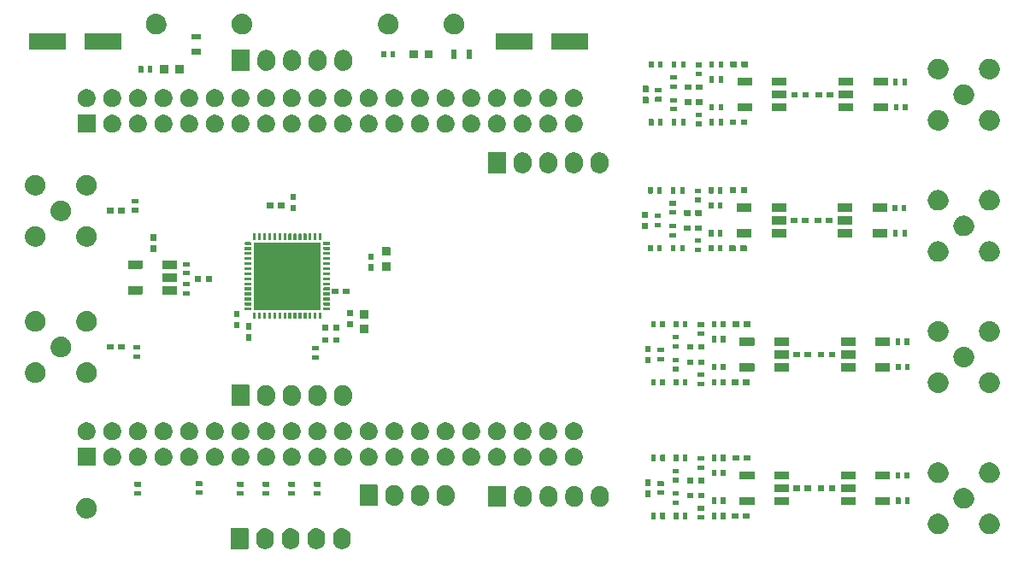
<source format=gbr>
%TF.GenerationSoftware,KiCad,Pcbnew,(5.1.0-1157-gc8cd95a71)*%
%TF.CreationDate,2019-06-29T21:36:28-07:00*%
%TF.ProjectId,adc344x,61646333-3434-4782-9e6b-696361645f70,rev?*%
%TF.SameCoordinates,Original*%
%TF.FileFunction,Soldermask,Top*%
%TF.FilePolarity,Negative*%
%FSLAX46Y46*%
G04 Gerber Fmt 4.6, Leading zero omitted, Abs format (unit mm)*
G04 Created by KiCad (PCBNEW (5.1.0-1157-gc8cd95a71)) date 2019-06-29 21:36:28*
%MOMM*%
%LPD*%
G04 APERTURE LIST*
%ADD10C,0.100000*%
G04 APERTURE END LIST*
D10*
G36*
X135813347Y-95964000D02*
G01*
X135882869Y-95964000D01*
X135905618Y-95968835D01*
X135925875Y-95969897D01*
X135993571Y-95987531D01*
X136064550Y-96002618D01*
X136082963Y-96010816D01*
X136099586Y-96015146D01*
X136165154Y-96047410D01*
X136234233Y-96078165D01*
X136248031Y-96088190D01*
X136260650Y-96094399D01*
X136320872Y-96141112D01*
X136384500Y-96187340D01*
X136393834Y-96197707D01*
X136402489Y-96204420D01*
X136454147Y-96264691D01*
X136508785Y-96325372D01*
X136514208Y-96334765D01*
X136519312Y-96340720D01*
X136559387Y-96413018D01*
X136601655Y-96486228D01*
X136604044Y-96493582D01*
X136606336Y-96497716D01*
X136632103Y-96579936D01*
X136659052Y-96662877D01*
X136659535Y-96667470D01*
X136660018Y-96669012D01*
X136669256Y-96759962D01*
X136673600Y-96801293D01*
X136673600Y-97198706D01*
X136659052Y-97337122D01*
X136639631Y-97396893D01*
X136635530Y-97423386D01*
X136617441Y-97465186D01*
X136601655Y-97513772D01*
X136580741Y-97549997D01*
X136565291Y-97585699D01*
X136535866Y-97627721D01*
X136508785Y-97674628D01*
X136482865Y-97703415D01*
X136462332Y-97732739D01*
X136422806Y-97770117D01*
X136384500Y-97812660D01*
X136355663Y-97833611D01*
X136331903Y-97856080D01*
X136283023Y-97886387D01*
X136234233Y-97921835D01*
X136204505Y-97935071D01*
X136179343Y-97950672D01*
X136122446Y-97971606D01*
X136064551Y-97997382D01*
X136035743Y-98003505D01*
X136010880Y-98012653D01*
X135947889Y-98022180D01*
X135882870Y-98036000D01*
X135856507Y-98036000D01*
X135833384Y-98039497D01*
X135766653Y-98036000D01*
X135697131Y-98036000D01*
X135674382Y-98031165D01*
X135654125Y-98030103D01*
X135586429Y-98012469D01*
X135515450Y-97997382D01*
X135497037Y-97989184D01*
X135480414Y-97984854D01*
X135414846Y-97952590D01*
X135345767Y-97921835D01*
X135331970Y-97911811D01*
X135319350Y-97905601D01*
X135259123Y-97858885D01*
X135195501Y-97812660D01*
X135186167Y-97802294D01*
X135177509Y-97795578D01*
X135125835Y-97735289D01*
X135071215Y-97674628D01*
X135065793Y-97665237D01*
X135060690Y-97659283D01*
X135020617Y-97586990D01*
X134978345Y-97513772D01*
X134975956Y-97506418D01*
X134973664Y-97502284D01*
X134947897Y-97420064D01*
X134920948Y-97337123D01*
X134920465Y-97332530D01*
X134919982Y-97330988D01*
X134910744Y-97240038D01*
X134906400Y-97198707D01*
X134906400Y-96801294D01*
X134920948Y-96662878D01*
X134940369Y-96603107D01*
X134944470Y-96576615D01*
X134962558Y-96534816D01*
X134978345Y-96486229D01*
X134999259Y-96450004D01*
X135014709Y-96414302D01*
X135044134Y-96372278D01*
X135071215Y-96325373D01*
X135097133Y-96296588D01*
X135117668Y-96267261D01*
X135157196Y-96229881D01*
X135195500Y-96187340D01*
X135224337Y-96166389D01*
X135248097Y-96143920D01*
X135296977Y-96113613D01*
X135345767Y-96078165D01*
X135375495Y-96064929D01*
X135400657Y-96049328D01*
X135457554Y-96028394D01*
X135515449Y-96002618D01*
X135544257Y-95996495D01*
X135569120Y-95987347D01*
X135632111Y-95977820D01*
X135697130Y-95964000D01*
X135723493Y-95964000D01*
X135746616Y-95960503D01*
X135813347Y-95964000D01*
X135813347Y-95964000D01*
G37*
G36*
X138353347Y-95964000D02*
G01*
X138422869Y-95964000D01*
X138445618Y-95968835D01*
X138465875Y-95969897D01*
X138533571Y-95987531D01*
X138604550Y-96002618D01*
X138622963Y-96010816D01*
X138639586Y-96015146D01*
X138705154Y-96047410D01*
X138774233Y-96078165D01*
X138788031Y-96088190D01*
X138800650Y-96094399D01*
X138860872Y-96141112D01*
X138924500Y-96187340D01*
X138933834Y-96197707D01*
X138942489Y-96204420D01*
X138994147Y-96264691D01*
X139048785Y-96325372D01*
X139054208Y-96334765D01*
X139059312Y-96340720D01*
X139099387Y-96413018D01*
X139141655Y-96486228D01*
X139144044Y-96493582D01*
X139146336Y-96497716D01*
X139172103Y-96579936D01*
X139199052Y-96662877D01*
X139199535Y-96667470D01*
X139200018Y-96669012D01*
X139209256Y-96759962D01*
X139213600Y-96801293D01*
X139213600Y-97198706D01*
X139199052Y-97337122D01*
X139179631Y-97396893D01*
X139175530Y-97423386D01*
X139157441Y-97465186D01*
X139141655Y-97513772D01*
X139120741Y-97549997D01*
X139105291Y-97585699D01*
X139075866Y-97627721D01*
X139048785Y-97674628D01*
X139022865Y-97703415D01*
X139002332Y-97732739D01*
X138962806Y-97770117D01*
X138924500Y-97812660D01*
X138895663Y-97833611D01*
X138871903Y-97856080D01*
X138823023Y-97886387D01*
X138774233Y-97921835D01*
X138744505Y-97935071D01*
X138719343Y-97950672D01*
X138662446Y-97971606D01*
X138604551Y-97997382D01*
X138575743Y-98003505D01*
X138550880Y-98012653D01*
X138487889Y-98022180D01*
X138422870Y-98036000D01*
X138396507Y-98036000D01*
X138373384Y-98039497D01*
X138306653Y-98036000D01*
X138237131Y-98036000D01*
X138214382Y-98031165D01*
X138194125Y-98030103D01*
X138126429Y-98012469D01*
X138055450Y-97997382D01*
X138037037Y-97989184D01*
X138020414Y-97984854D01*
X137954846Y-97952590D01*
X137885767Y-97921835D01*
X137871970Y-97911811D01*
X137859350Y-97905601D01*
X137799123Y-97858885D01*
X137735501Y-97812660D01*
X137726167Y-97802294D01*
X137717509Y-97795578D01*
X137665835Y-97735289D01*
X137611215Y-97674628D01*
X137605793Y-97665237D01*
X137600690Y-97659283D01*
X137560617Y-97586990D01*
X137518345Y-97513772D01*
X137515956Y-97506418D01*
X137513664Y-97502284D01*
X137487897Y-97420064D01*
X137460948Y-97337123D01*
X137460465Y-97332530D01*
X137459982Y-97330988D01*
X137450744Y-97240038D01*
X137446400Y-97198707D01*
X137446400Y-96801294D01*
X137460948Y-96662878D01*
X137480369Y-96603107D01*
X137484470Y-96576615D01*
X137502558Y-96534816D01*
X137518345Y-96486229D01*
X137539259Y-96450004D01*
X137554709Y-96414302D01*
X137584134Y-96372278D01*
X137611215Y-96325373D01*
X137637133Y-96296588D01*
X137657668Y-96267261D01*
X137697196Y-96229881D01*
X137735500Y-96187340D01*
X137764337Y-96166389D01*
X137788097Y-96143920D01*
X137836977Y-96113613D01*
X137885767Y-96078165D01*
X137915495Y-96064929D01*
X137940657Y-96049328D01*
X137997554Y-96028394D01*
X138055449Y-96002618D01*
X138084257Y-95996495D01*
X138109120Y-95987347D01*
X138172111Y-95977820D01*
X138237130Y-95964000D01*
X138263493Y-95964000D01*
X138286616Y-95960503D01*
X138353347Y-95964000D01*
X138353347Y-95964000D01*
G37*
G36*
X140893347Y-95964000D02*
G01*
X140962869Y-95964000D01*
X140985618Y-95968835D01*
X141005875Y-95969897D01*
X141073571Y-95987531D01*
X141144550Y-96002618D01*
X141162963Y-96010816D01*
X141179586Y-96015146D01*
X141245154Y-96047410D01*
X141314233Y-96078165D01*
X141328031Y-96088190D01*
X141340650Y-96094399D01*
X141400872Y-96141112D01*
X141464500Y-96187340D01*
X141473834Y-96197707D01*
X141482489Y-96204420D01*
X141534147Y-96264691D01*
X141588785Y-96325372D01*
X141594208Y-96334765D01*
X141599312Y-96340720D01*
X141639387Y-96413018D01*
X141681655Y-96486228D01*
X141684044Y-96493582D01*
X141686336Y-96497716D01*
X141712103Y-96579936D01*
X141739052Y-96662877D01*
X141739535Y-96667470D01*
X141740018Y-96669012D01*
X141749256Y-96759962D01*
X141753600Y-96801293D01*
X141753600Y-97198706D01*
X141739052Y-97337122D01*
X141719631Y-97396893D01*
X141715530Y-97423386D01*
X141697441Y-97465186D01*
X141681655Y-97513772D01*
X141660741Y-97549997D01*
X141645291Y-97585699D01*
X141615866Y-97627721D01*
X141588785Y-97674628D01*
X141562865Y-97703415D01*
X141542332Y-97732739D01*
X141502806Y-97770117D01*
X141464500Y-97812660D01*
X141435663Y-97833611D01*
X141411903Y-97856080D01*
X141363023Y-97886387D01*
X141314233Y-97921835D01*
X141284505Y-97935071D01*
X141259343Y-97950672D01*
X141202446Y-97971606D01*
X141144551Y-97997382D01*
X141115743Y-98003505D01*
X141090880Y-98012653D01*
X141027889Y-98022180D01*
X140962870Y-98036000D01*
X140936507Y-98036000D01*
X140913384Y-98039497D01*
X140846653Y-98036000D01*
X140777131Y-98036000D01*
X140754382Y-98031165D01*
X140734125Y-98030103D01*
X140666429Y-98012469D01*
X140595450Y-97997382D01*
X140577037Y-97989184D01*
X140560414Y-97984854D01*
X140494846Y-97952590D01*
X140425767Y-97921835D01*
X140411970Y-97911811D01*
X140399350Y-97905601D01*
X140339123Y-97858885D01*
X140275501Y-97812660D01*
X140266167Y-97802294D01*
X140257509Y-97795578D01*
X140205835Y-97735289D01*
X140151215Y-97674628D01*
X140145793Y-97665237D01*
X140140690Y-97659283D01*
X140100617Y-97586990D01*
X140058345Y-97513772D01*
X140055956Y-97506418D01*
X140053664Y-97502284D01*
X140027897Y-97420064D01*
X140000948Y-97337123D01*
X140000465Y-97332530D01*
X139999982Y-97330988D01*
X139990744Y-97240038D01*
X139986400Y-97198707D01*
X139986400Y-96801294D01*
X140000948Y-96662878D01*
X140020369Y-96603107D01*
X140024470Y-96576615D01*
X140042558Y-96534816D01*
X140058345Y-96486229D01*
X140079259Y-96450004D01*
X140094709Y-96414302D01*
X140124134Y-96372278D01*
X140151215Y-96325373D01*
X140177133Y-96296588D01*
X140197668Y-96267261D01*
X140237196Y-96229881D01*
X140275500Y-96187340D01*
X140304337Y-96166389D01*
X140328097Y-96143920D01*
X140376977Y-96113613D01*
X140425767Y-96078165D01*
X140455495Y-96064929D01*
X140480657Y-96049328D01*
X140537554Y-96028394D01*
X140595449Y-96002618D01*
X140624257Y-95996495D01*
X140649120Y-95987347D01*
X140712111Y-95977820D01*
X140777130Y-95964000D01*
X140803493Y-95964000D01*
X140826616Y-95960503D01*
X140893347Y-95964000D01*
X140893347Y-95964000D01*
G37*
G36*
X143433347Y-95964000D02*
G01*
X143502869Y-95964000D01*
X143525618Y-95968835D01*
X143545875Y-95969897D01*
X143613571Y-95987531D01*
X143684550Y-96002618D01*
X143702963Y-96010816D01*
X143719586Y-96015146D01*
X143785154Y-96047410D01*
X143854233Y-96078165D01*
X143868031Y-96088190D01*
X143880650Y-96094399D01*
X143940872Y-96141112D01*
X144004500Y-96187340D01*
X144013834Y-96197707D01*
X144022489Y-96204420D01*
X144074147Y-96264691D01*
X144128785Y-96325372D01*
X144134208Y-96334765D01*
X144139312Y-96340720D01*
X144179387Y-96413018D01*
X144221655Y-96486228D01*
X144224044Y-96493582D01*
X144226336Y-96497716D01*
X144252103Y-96579936D01*
X144279052Y-96662877D01*
X144279535Y-96667470D01*
X144280018Y-96669012D01*
X144289256Y-96759962D01*
X144293600Y-96801293D01*
X144293600Y-97198706D01*
X144279052Y-97337122D01*
X144259631Y-97396893D01*
X144255530Y-97423386D01*
X144237441Y-97465186D01*
X144221655Y-97513772D01*
X144200741Y-97549997D01*
X144185291Y-97585699D01*
X144155866Y-97627721D01*
X144128785Y-97674628D01*
X144102865Y-97703415D01*
X144082332Y-97732739D01*
X144042806Y-97770117D01*
X144004500Y-97812660D01*
X143975663Y-97833611D01*
X143951903Y-97856080D01*
X143903023Y-97886387D01*
X143854233Y-97921835D01*
X143824505Y-97935071D01*
X143799343Y-97950672D01*
X143742446Y-97971606D01*
X143684551Y-97997382D01*
X143655743Y-98003505D01*
X143630880Y-98012653D01*
X143567889Y-98022180D01*
X143502870Y-98036000D01*
X143476507Y-98036000D01*
X143453384Y-98039497D01*
X143386653Y-98036000D01*
X143317131Y-98036000D01*
X143294382Y-98031165D01*
X143274125Y-98030103D01*
X143206429Y-98012469D01*
X143135450Y-97997382D01*
X143117037Y-97989184D01*
X143100414Y-97984854D01*
X143034846Y-97952590D01*
X142965767Y-97921835D01*
X142951970Y-97911811D01*
X142939350Y-97905601D01*
X142879123Y-97858885D01*
X142815501Y-97812660D01*
X142806167Y-97802294D01*
X142797509Y-97795578D01*
X142745835Y-97735289D01*
X142691215Y-97674628D01*
X142685793Y-97665237D01*
X142680690Y-97659283D01*
X142640617Y-97586990D01*
X142598345Y-97513772D01*
X142595956Y-97506418D01*
X142593664Y-97502284D01*
X142567897Y-97420064D01*
X142540948Y-97337123D01*
X142540465Y-97332530D01*
X142539982Y-97330988D01*
X142530744Y-97240038D01*
X142526400Y-97198707D01*
X142526400Y-96801294D01*
X142540948Y-96662878D01*
X142560369Y-96603107D01*
X142564470Y-96576615D01*
X142582558Y-96534816D01*
X142598345Y-96486229D01*
X142619259Y-96450004D01*
X142634709Y-96414302D01*
X142664134Y-96372278D01*
X142691215Y-96325373D01*
X142717133Y-96296588D01*
X142737668Y-96267261D01*
X142777196Y-96229881D01*
X142815500Y-96187340D01*
X142844337Y-96166389D01*
X142868097Y-96143920D01*
X142916977Y-96113613D01*
X142965767Y-96078165D01*
X142995495Y-96064929D01*
X143020657Y-96049328D01*
X143077554Y-96028394D01*
X143135449Y-96002618D01*
X143164257Y-95996495D01*
X143189120Y-95987347D01*
X143252111Y-95977820D01*
X143317130Y-95964000D01*
X143343493Y-95964000D01*
X143366616Y-95960503D01*
X143433347Y-95964000D01*
X143433347Y-95964000D01*
G37*
G36*
X134113598Y-95963608D02*
G01*
X134113600Y-95963608D01*
X134121404Y-95965160D01*
X134121406Y-95965161D01*
X134121405Y-95965161D01*
X134128020Y-95969580D01*
X134131706Y-95975098D01*
X134132440Y-95976196D01*
X134133992Y-95984000D01*
X134135951Y-95993850D01*
X134135951Y-98006150D01*
X134133992Y-98015998D01*
X134133992Y-98016000D01*
X134132440Y-98023804D01*
X134132439Y-98023805D01*
X134128020Y-98030420D01*
X134122502Y-98034106D01*
X134121404Y-98034840D01*
X134113600Y-98036392D01*
X134113598Y-98036392D01*
X134103750Y-98038351D01*
X132396250Y-98038351D01*
X132386402Y-98036392D01*
X132386400Y-98036392D01*
X132378596Y-98034840D01*
X132377498Y-98034106D01*
X132371980Y-98030420D01*
X132367561Y-98023805D01*
X132367560Y-98023804D01*
X132366008Y-98016000D01*
X132366008Y-98015998D01*
X132364049Y-98006150D01*
X132364049Y-95993850D01*
X132366008Y-95984000D01*
X132367560Y-95976196D01*
X132368294Y-95975098D01*
X132371980Y-95969580D01*
X132378595Y-95965161D01*
X132378594Y-95965161D01*
X132378596Y-95965160D01*
X132386400Y-95963608D01*
X132386402Y-95963608D01*
X132396250Y-95961649D01*
X134103750Y-95961649D01*
X134113598Y-95963608D01*
X134113598Y-95963608D01*
G37*
G36*
X202488110Y-94520128D02*
G01*
X202567135Y-94520680D01*
X202588886Y-94525145D01*
X202607912Y-94526092D01*
X202682935Y-94544450D01*
X202763082Y-94560902D01*
X202781073Y-94568465D01*
X202796971Y-94572355D01*
X202869449Y-94605614D01*
X202947484Y-94638417D01*
X202961428Y-94647822D01*
X202973866Y-94653530D01*
X203040737Y-94701317D01*
X203113318Y-94750274D01*
X203123274Y-94760300D01*
X203132226Y-94766697D01*
X203190492Y-94827988D01*
X203254268Y-94892211D01*
X203260590Y-94901726D01*
X203266325Y-94907759D01*
X203313124Y-94980796D01*
X203364964Y-95058822D01*
X203368291Y-95066893D01*
X203371331Y-95071638D01*
X203404093Y-95153757D01*
X203441190Y-95243761D01*
X203442361Y-95249677D01*
X203443455Y-95252418D01*
X203460113Y-95339330D01*
X203480043Y-95439984D01*
X203480000Y-95443087D01*
X203480068Y-95443443D01*
X203479369Y-95643672D01*
X203477035Y-95655404D01*
X203476853Y-95668458D01*
X203457458Y-95753827D01*
X203441422Y-95834443D01*
X203436263Y-95847117D01*
X203432536Y-95863520D01*
X203398102Y-95940861D01*
X203368039Y-96014711D01*
X203359115Y-96028427D01*
X203351176Y-96046258D01*
X203304004Y-96113129D01*
X203261891Y-96177854D01*
X203248674Y-96191565D01*
X203235871Y-96209714D01*
X203178641Y-96264213D01*
X203126810Y-96317980D01*
X203109045Y-96330489D01*
X203091013Y-96347660D01*
X203026615Y-96388528D01*
X202967665Y-96430035D01*
X202945419Y-96440056D01*
X202922120Y-96454842D01*
X202853576Y-96481429D01*
X202790210Y-96509973D01*
X202763867Y-96516224D01*
X202735625Y-96527179D01*
X202665902Y-96539473D01*
X202600832Y-96554915D01*
X202571115Y-96556186D01*
X202538632Y-96561914D01*
X202470568Y-96560488D01*
X202406370Y-96563235D01*
X202374309Y-96558472D01*
X202338644Y-96557725D01*
X202274818Y-96543692D01*
X202213852Y-96534635D01*
X202180745Y-96523009D01*
X202143278Y-96514771D01*
X202085884Y-96489696D01*
X202030216Y-96470147D01*
X201997599Y-96451125D01*
X201959976Y-96434688D01*
X201910755Y-96400479D01*
X201862080Y-96372092D01*
X201831651Y-96345500D01*
X201795719Y-96320527D01*
X201755955Y-96279350D01*
X201715523Y-96244017D01*
X201689033Y-96210050D01*
X201656765Y-96176636D01*
X201627221Y-96130793D01*
X201595826Y-96090537D01*
X201575026Y-96049801D01*
X201548406Y-96008496D01*
X201529322Y-95960296D01*
X201507315Y-95917197D01*
X201493854Y-95870714D01*
X201474769Y-95822510D01*
X201465898Y-95774173D01*
X201453176Y-95730242D01*
X201448505Y-95679407D01*
X201438660Y-95625764D01*
X201439308Y-95579316D01*
X201435367Y-95536420D01*
X201440653Y-95482987D01*
X201441452Y-95425752D01*
X201450549Y-95382954D01*
X201454528Y-95342735D01*
X201470581Y-95288716D01*
X201483042Y-95230091D01*
X201499216Y-95192354D01*
X201509971Y-95156162D01*
X201537168Y-95103806D01*
X201561843Y-95046234D01*
X201583517Y-95014580D01*
X201599690Y-94983445D01*
X201637924Y-94935119D01*
X201674854Y-94881184D01*
X201700349Y-94856217D01*
X201720458Y-94830801D01*
X201769135Y-94788858D01*
X201817772Y-94741229D01*
X201845366Y-94723172D01*
X201867905Y-94703751D01*
X201925931Y-94670452D01*
X201985152Y-94631699D01*
X202013227Y-94620356D01*
X202036715Y-94606877D01*
X202102464Y-94584302D01*
X202170618Y-94556766D01*
X202197718Y-94551596D01*
X202220800Y-94543671D01*
X202292188Y-94533575D01*
X202367107Y-94519283D01*
X202392013Y-94519457D01*
X202413522Y-94516415D01*
X202488110Y-94520128D01*
X202488110Y-94520128D01*
G37*
G36*
X207568110Y-94520128D02*
G01*
X207647135Y-94520680D01*
X207668886Y-94525145D01*
X207687912Y-94526092D01*
X207762935Y-94544450D01*
X207843082Y-94560902D01*
X207861073Y-94568465D01*
X207876971Y-94572355D01*
X207949449Y-94605614D01*
X208027484Y-94638417D01*
X208041428Y-94647822D01*
X208053866Y-94653530D01*
X208120737Y-94701317D01*
X208193318Y-94750274D01*
X208203274Y-94760300D01*
X208212226Y-94766697D01*
X208270492Y-94827988D01*
X208334268Y-94892211D01*
X208340590Y-94901726D01*
X208346325Y-94907759D01*
X208393124Y-94980796D01*
X208444964Y-95058822D01*
X208448291Y-95066893D01*
X208451331Y-95071638D01*
X208484093Y-95153757D01*
X208521190Y-95243761D01*
X208522361Y-95249677D01*
X208523455Y-95252418D01*
X208540113Y-95339330D01*
X208560043Y-95439984D01*
X208560000Y-95443087D01*
X208560068Y-95443443D01*
X208559369Y-95643672D01*
X208557035Y-95655404D01*
X208556853Y-95668458D01*
X208537458Y-95753827D01*
X208521422Y-95834443D01*
X208516263Y-95847117D01*
X208512536Y-95863520D01*
X208478102Y-95940861D01*
X208448039Y-96014711D01*
X208439115Y-96028427D01*
X208431176Y-96046258D01*
X208384004Y-96113129D01*
X208341891Y-96177854D01*
X208328674Y-96191565D01*
X208315871Y-96209714D01*
X208258641Y-96264213D01*
X208206810Y-96317980D01*
X208189045Y-96330489D01*
X208171013Y-96347660D01*
X208106615Y-96388528D01*
X208047665Y-96430035D01*
X208025419Y-96440056D01*
X208002120Y-96454842D01*
X207933576Y-96481429D01*
X207870210Y-96509973D01*
X207843867Y-96516224D01*
X207815625Y-96527179D01*
X207745902Y-96539473D01*
X207680832Y-96554915D01*
X207651115Y-96556186D01*
X207618632Y-96561914D01*
X207550568Y-96560488D01*
X207486370Y-96563235D01*
X207454309Y-96558472D01*
X207418644Y-96557725D01*
X207354818Y-96543692D01*
X207293852Y-96534635D01*
X207260745Y-96523009D01*
X207223278Y-96514771D01*
X207165884Y-96489696D01*
X207110216Y-96470147D01*
X207077599Y-96451125D01*
X207039976Y-96434688D01*
X206990755Y-96400479D01*
X206942080Y-96372092D01*
X206911651Y-96345500D01*
X206875719Y-96320527D01*
X206835955Y-96279350D01*
X206795523Y-96244017D01*
X206769033Y-96210050D01*
X206736765Y-96176636D01*
X206707221Y-96130793D01*
X206675826Y-96090537D01*
X206655026Y-96049801D01*
X206628406Y-96008496D01*
X206609322Y-95960296D01*
X206587315Y-95917197D01*
X206573854Y-95870714D01*
X206554769Y-95822510D01*
X206545898Y-95774173D01*
X206533176Y-95730242D01*
X206528505Y-95679407D01*
X206518660Y-95625764D01*
X206519308Y-95579316D01*
X206515367Y-95536420D01*
X206520653Y-95482987D01*
X206521452Y-95425752D01*
X206530549Y-95382954D01*
X206534528Y-95342735D01*
X206550581Y-95288716D01*
X206563042Y-95230091D01*
X206579216Y-95192354D01*
X206589971Y-95156162D01*
X206617168Y-95103806D01*
X206641843Y-95046234D01*
X206663517Y-95014580D01*
X206679690Y-94983445D01*
X206717924Y-94935119D01*
X206754854Y-94881184D01*
X206780349Y-94856217D01*
X206800458Y-94830801D01*
X206849135Y-94788858D01*
X206897772Y-94741229D01*
X206925366Y-94723172D01*
X206947905Y-94703751D01*
X207005931Y-94670452D01*
X207065152Y-94631699D01*
X207093227Y-94620356D01*
X207116715Y-94606877D01*
X207182464Y-94584302D01*
X207250618Y-94556766D01*
X207277718Y-94551596D01*
X207300800Y-94543671D01*
X207372188Y-94533575D01*
X207447107Y-94519283D01*
X207472013Y-94519457D01*
X207493522Y-94516415D01*
X207568110Y-94520128D01*
X207568110Y-94520128D01*
G37*
G36*
X179264998Y-94679608D02*
G01*
X179265000Y-94679608D01*
X179272804Y-94681160D01*
X179272806Y-94681161D01*
X179272805Y-94681161D01*
X179279420Y-94685580D01*
X179283106Y-94691098D01*
X179283840Y-94692196D01*
X179285392Y-94700000D01*
X179287351Y-94709850D01*
X179287351Y-95090150D01*
X179285392Y-95099998D01*
X179285392Y-95100000D01*
X179283840Y-95107804D01*
X179283839Y-95107805D01*
X179279420Y-95114420D01*
X179273902Y-95118106D01*
X179272804Y-95118840D01*
X179265000Y-95120392D01*
X179264998Y-95120392D01*
X179255150Y-95122351D01*
X178674850Y-95122351D01*
X178665002Y-95120392D01*
X178665000Y-95120392D01*
X178657196Y-95118840D01*
X178656098Y-95118106D01*
X178650580Y-95114420D01*
X178646161Y-95107805D01*
X178646160Y-95107804D01*
X178644608Y-95100000D01*
X178644608Y-95099998D01*
X178642649Y-95090150D01*
X178642649Y-94709850D01*
X178644608Y-94700000D01*
X178646160Y-94692196D01*
X178646894Y-94691098D01*
X178650580Y-94685580D01*
X178657195Y-94681161D01*
X178657194Y-94681161D01*
X178657196Y-94681160D01*
X178665000Y-94679608D01*
X178665002Y-94679608D01*
X178674850Y-94677649D01*
X179255150Y-94677649D01*
X179264998Y-94679608D01*
X179264998Y-94679608D01*
G37*
G36*
X174464998Y-94429608D02*
G01*
X174465000Y-94429608D01*
X174472804Y-94431160D01*
X174472806Y-94431161D01*
X174472805Y-94431161D01*
X174479420Y-94435580D01*
X174483106Y-94441098D01*
X174483840Y-94442196D01*
X174485392Y-94450000D01*
X174487351Y-94459850D01*
X174487351Y-95040150D01*
X174485392Y-95049998D01*
X174485392Y-95050000D01*
X174483840Y-95057804D01*
X174483839Y-95057805D01*
X174479420Y-95064420D01*
X174473902Y-95068106D01*
X174472804Y-95068840D01*
X174465000Y-95070392D01*
X174464998Y-95070392D01*
X174455150Y-95072351D01*
X174074850Y-95072351D01*
X174065002Y-95070392D01*
X174065000Y-95070392D01*
X174057196Y-95068840D01*
X174056098Y-95068106D01*
X174050580Y-95064420D01*
X174046161Y-95057805D01*
X174046160Y-95057804D01*
X174044608Y-95050000D01*
X174044608Y-95049998D01*
X174042649Y-95040150D01*
X174042649Y-94459850D01*
X174044608Y-94450000D01*
X174046160Y-94442196D01*
X174046894Y-94441098D01*
X174050580Y-94435580D01*
X174057195Y-94431161D01*
X174057194Y-94431161D01*
X174057196Y-94431160D01*
X174065000Y-94429608D01*
X174065002Y-94429608D01*
X174074850Y-94427649D01*
X174455150Y-94427649D01*
X174464998Y-94429608D01*
X174464998Y-94429608D01*
G37*
G36*
X175364998Y-94429608D02*
G01*
X175365000Y-94429608D01*
X175372804Y-94431160D01*
X175372806Y-94431161D01*
X175372805Y-94431161D01*
X175379420Y-94435580D01*
X175383106Y-94441098D01*
X175383840Y-94442196D01*
X175385392Y-94450000D01*
X175387351Y-94459850D01*
X175387351Y-95040150D01*
X175385392Y-95049998D01*
X175385392Y-95050000D01*
X175383840Y-95057804D01*
X175383839Y-95057805D01*
X175379420Y-95064420D01*
X175373902Y-95068106D01*
X175372804Y-95068840D01*
X175365000Y-95070392D01*
X175364998Y-95070392D01*
X175355150Y-95072351D01*
X174974850Y-95072351D01*
X174965002Y-95070392D01*
X174965000Y-95070392D01*
X174957196Y-95068840D01*
X174956098Y-95068106D01*
X174950580Y-95064420D01*
X174946161Y-95057805D01*
X174946160Y-95057804D01*
X174944608Y-95050000D01*
X174944608Y-95049998D01*
X174942649Y-95040150D01*
X174942649Y-94459850D01*
X174944608Y-94450000D01*
X174946160Y-94442196D01*
X174946894Y-94441098D01*
X174950580Y-94435580D01*
X174957195Y-94431161D01*
X174957194Y-94431161D01*
X174957196Y-94431160D01*
X174965000Y-94429608D01*
X174965002Y-94429608D01*
X174974850Y-94427649D01*
X175355150Y-94427649D01*
X175364998Y-94429608D01*
X175364998Y-94429608D01*
G37*
G36*
X176714998Y-94429608D02*
G01*
X176715000Y-94429608D01*
X176722804Y-94431160D01*
X176722806Y-94431161D01*
X176722805Y-94431161D01*
X176729420Y-94435580D01*
X176733106Y-94441098D01*
X176733840Y-94442196D01*
X176735392Y-94450000D01*
X176737351Y-94459850D01*
X176737351Y-95040150D01*
X176735392Y-95049998D01*
X176735392Y-95050000D01*
X176733840Y-95057804D01*
X176733839Y-95057805D01*
X176729420Y-95064420D01*
X176723902Y-95068106D01*
X176722804Y-95068840D01*
X176715000Y-95070392D01*
X176714998Y-95070392D01*
X176705150Y-95072351D01*
X176324850Y-95072351D01*
X176315002Y-95070392D01*
X176315000Y-95070392D01*
X176307196Y-95068840D01*
X176306098Y-95068106D01*
X176300580Y-95064420D01*
X176296161Y-95057805D01*
X176296160Y-95057804D01*
X176294608Y-95050000D01*
X176294608Y-95049998D01*
X176292649Y-95040150D01*
X176292649Y-94459850D01*
X176294608Y-94450000D01*
X176296160Y-94442196D01*
X176296894Y-94441098D01*
X176300580Y-94435580D01*
X176307195Y-94431161D01*
X176307194Y-94431161D01*
X176307196Y-94431160D01*
X176315000Y-94429608D01*
X176315002Y-94429608D01*
X176324850Y-94427649D01*
X176705150Y-94427649D01*
X176714998Y-94429608D01*
X176714998Y-94429608D01*
G37*
G36*
X177614998Y-94429608D02*
G01*
X177615000Y-94429608D01*
X177622804Y-94431160D01*
X177622806Y-94431161D01*
X177622805Y-94431161D01*
X177629420Y-94435580D01*
X177633106Y-94441098D01*
X177633840Y-94442196D01*
X177635392Y-94450000D01*
X177637351Y-94459850D01*
X177637351Y-95040150D01*
X177635392Y-95049998D01*
X177635392Y-95050000D01*
X177633840Y-95057804D01*
X177633839Y-95057805D01*
X177629420Y-95064420D01*
X177623902Y-95068106D01*
X177622804Y-95068840D01*
X177615000Y-95070392D01*
X177614998Y-95070392D01*
X177605150Y-95072351D01*
X177224850Y-95072351D01*
X177215002Y-95070392D01*
X177215000Y-95070392D01*
X177207196Y-95068840D01*
X177206098Y-95068106D01*
X177200580Y-95064420D01*
X177196161Y-95057805D01*
X177196160Y-95057804D01*
X177194608Y-95050000D01*
X177194608Y-95049998D01*
X177192649Y-95040150D01*
X177192649Y-94459850D01*
X177194608Y-94450000D01*
X177196160Y-94442196D01*
X177196894Y-94441098D01*
X177200580Y-94435580D01*
X177207195Y-94431161D01*
X177207194Y-94431161D01*
X177207196Y-94431160D01*
X177215000Y-94429608D01*
X177215002Y-94429608D01*
X177224850Y-94427649D01*
X177605150Y-94427649D01*
X177614998Y-94429608D01*
X177614998Y-94429608D01*
G37*
G36*
X180464998Y-94429608D02*
G01*
X180465000Y-94429608D01*
X180472804Y-94431160D01*
X180472806Y-94431161D01*
X180472805Y-94431161D01*
X180479420Y-94435580D01*
X180483106Y-94441098D01*
X180483840Y-94442196D01*
X180485392Y-94450000D01*
X180487351Y-94459850D01*
X180487351Y-95040150D01*
X180485392Y-95049998D01*
X180485392Y-95050000D01*
X180483840Y-95057804D01*
X180483839Y-95057805D01*
X180479420Y-95064420D01*
X180473902Y-95068106D01*
X180472804Y-95068840D01*
X180465000Y-95070392D01*
X180464998Y-95070392D01*
X180455150Y-95072351D01*
X180074850Y-95072351D01*
X180065002Y-95070392D01*
X180065000Y-95070392D01*
X180057196Y-95068840D01*
X180056098Y-95068106D01*
X180050580Y-95064420D01*
X180046161Y-95057805D01*
X180046160Y-95057804D01*
X180044608Y-95050000D01*
X180044608Y-95049998D01*
X180042649Y-95040150D01*
X180042649Y-94459850D01*
X180044608Y-94450000D01*
X180046160Y-94442196D01*
X180046894Y-94441098D01*
X180050580Y-94435580D01*
X180057195Y-94431161D01*
X180057194Y-94431161D01*
X180057196Y-94431160D01*
X180065000Y-94429608D01*
X180065002Y-94429608D01*
X180074850Y-94427649D01*
X180455150Y-94427649D01*
X180464998Y-94429608D01*
X180464998Y-94429608D01*
G37*
G36*
X181364998Y-94429608D02*
G01*
X181365000Y-94429608D01*
X181372804Y-94431160D01*
X181372806Y-94431161D01*
X181372805Y-94431161D01*
X181379420Y-94435580D01*
X181383106Y-94441098D01*
X181383840Y-94442196D01*
X181385392Y-94450000D01*
X181387351Y-94459850D01*
X181387351Y-95040150D01*
X181385392Y-95049998D01*
X181385392Y-95050000D01*
X181383840Y-95057804D01*
X181383839Y-95057805D01*
X181379420Y-95064420D01*
X181373902Y-95068106D01*
X181372804Y-95068840D01*
X181365000Y-95070392D01*
X181364998Y-95070392D01*
X181355150Y-95072351D01*
X180974850Y-95072351D01*
X180965002Y-95070392D01*
X180965000Y-95070392D01*
X180957196Y-95068840D01*
X180956098Y-95068106D01*
X180950580Y-95064420D01*
X180946161Y-95057805D01*
X180946160Y-95057804D01*
X180944608Y-95050000D01*
X180944608Y-95049998D01*
X180942649Y-95040150D01*
X180942649Y-94459850D01*
X180944608Y-94450000D01*
X180946160Y-94442196D01*
X180946894Y-94441098D01*
X180950580Y-94435580D01*
X180957195Y-94431161D01*
X180957194Y-94431161D01*
X180957196Y-94431160D01*
X180965000Y-94429608D01*
X180965002Y-94429608D01*
X180974850Y-94427649D01*
X181355150Y-94427649D01*
X181364998Y-94429608D01*
X181364998Y-94429608D01*
G37*
G36*
X183764998Y-94479608D02*
G01*
X183765000Y-94479608D01*
X183772804Y-94481160D01*
X183772806Y-94481161D01*
X183772805Y-94481161D01*
X183779420Y-94485580D01*
X183783106Y-94491098D01*
X183783840Y-94492196D01*
X183785392Y-94500000D01*
X183787351Y-94509850D01*
X183787351Y-94990150D01*
X183785392Y-94999998D01*
X183785392Y-95000000D01*
X183783840Y-95007804D01*
X183783839Y-95007805D01*
X183779420Y-95014420D01*
X183773902Y-95018106D01*
X183772804Y-95018840D01*
X183765000Y-95020392D01*
X183764998Y-95020392D01*
X183755150Y-95022351D01*
X183174850Y-95022351D01*
X183165002Y-95020392D01*
X183165000Y-95020392D01*
X183157196Y-95018840D01*
X183156098Y-95018106D01*
X183150580Y-95014420D01*
X183146161Y-95007805D01*
X183146160Y-95007804D01*
X183144608Y-95000000D01*
X183144608Y-94999998D01*
X183142649Y-94990150D01*
X183142649Y-94509850D01*
X183144608Y-94500000D01*
X183146160Y-94492196D01*
X183146894Y-94491098D01*
X183150580Y-94485580D01*
X183157195Y-94481161D01*
X183157194Y-94481161D01*
X183157196Y-94481160D01*
X183165000Y-94479608D01*
X183165002Y-94479608D01*
X183174850Y-94477649D01*
X183755150Y-94477649D01*
X183764998Y-94479608D01*
X183764998Y-94479608D01*
G37*
G36*
X182664998Y-94479608D02*
G01*
X182665000Y-94479608D01*
X182672804Y-94481160D01*
X182672806Y-94481161D01*
X182672805Y-94481161D01*
X182679420Y-94485580D01*
X182683106Y-94491098D01*
X182683840Y-94492196D01*
X182685392Y-94500000D01*
X182687351Y-94509850D01*
X182687351Y-94990150D01*
X182685392Y-94999998D01*
X182685392Y-95000000D01*
X182683840Y-95007804D01*
X182683839Y-95007805D01*
X182679420Y-95014420D01*
X182673902Y-95018106D01*
X182672804Y-95018840D01*
X182665000Y-95020392D01*
X182664998Y-95020392D01*
X182655150Y-95022351D01*
X182074850Y-95022351D01*
X182065002Y-95020392D01*
X182065000Y-95020392D01*
X182057196Y-95018840D01*
X182056098Y-95018106D01*
X182050580Y-95014420D01*
X182046161Y-95007805D01*
X182046160Y-95007804D01*
X182044608Y-95000000D01*
X182044608Y-94999998D01*
X182042649Y-94990150D01*
X182042649Y-94509850D01*
X182044608Y-94500000D01*
X182046160Y-94492196D01*
X182046894Y-94491098D01*
X182050580Y-94485580D01*
X182057195Y-94481161D01*
X182057194Y-94481161D01*
X182057196Y-94481160D01*
X182065000Y-94479608D01*
X182065002Y-94479608D01*
X182074850Y-94477649D01*
X182655150Y-94477649D01*
X182664998Y-94479608D01*
X182664998Y-94479608D01*
G37*
G36*
X118138110Y-92960128D02*
G01*
X118217135Y-92960680D01*
X118238886Y-92965145D01*
X118257912Y-92966092D01*
X118332935Y-92984450D01*
X118413082Y-93000902D01*
X118431073Y-93008465D01*
X118446971Y-93012355D01*
X118519449Y-93045614D01*
X118597484Y-93078417D01*
X118611428Y-93087822D01*
X118623866Y-93093530D01*
X118690737Y-93141317D01*
X118763318Y-93190274D01*
X118773274Y-93200300D01*
X118782226Y-93206697D01*
X118840492Y-93267988D01*
X118904268Y-93332211D01*
X118910590Y-93341726D01*
X118916325Y-93347759D01*
X118963124Y-93420796D01*
X119014964Y-93498822D01*
X119018291Y-93506893D01*
X119021331Y-93511638D01*
X119054093Y-93593757D01*
X119091190Y-93683761D01*
X119092361Y-93689677D01*
X119093455Y-93692418D01*
X119110113Y-93779330D01*
X119130043Y-93879984D01*
X119130000Y-93883087D01*
X119130068Y-93883443D01*
X119129369Y-94083672D01*
X119127035Y-94095404D01*
X119126853Y-94108458D01*
X119107458Y-94193827D01*
X119091422Y-94274443D01*
X119086263Y-94287117D01*
X119082536Y-94303520D01*
X119048102Y-94380861D01*
X119018039Y-94454711D01*
X119009115Y-94468427D01*
X119001176Y-94486258D01*
X118954004Y-94553129D01*
X118911891Y-94617854D01*
X118898674Y-94631565D01*
X118885871Y-94649714D01*
X118828641Y-94704213D01*
X118776810Y-94757980D01*
X118759045Y-94770489D01*
X118741013Y-94787660D01*
X118676615Y-94828528D01*
X118617665Y-94870035D01*
X118595419Y-94880056D01*
X118572120Y-94894842D01*
X118503576Y-94921429D01*
X118440210Y-94949973D01*
X118413867Y-94956224D01*
X118385625Y-94967179D01*
X118315902Y-94979473D01*
X118250832Y-94994915D01*
X118221115Y-94996186D01*
X118188632Y-95001914D01*
X118120568Y-95000488D01*
X118056370Y-95003235D01*
X118024309Y-94998472D01*
X117988644Y-94997725D01*
X117924818Y-94983692D01*
X117863852Y-94974635D01*
X117830745Y-94963009D01*
X117793278Y-94954771D01*
X117735884Y-94929696D01*
X117680216Y-94910147D01*
X117647599Y-94891125D01*
X117609976Y-94874688D01*
X117560755Y-94840479D01*
X117512080Y-94812092D01*
X117481651Y-94785500D01*
X117445719Y-94760527D01*
X117405955Y-94719350D01*
X117365523Y-94684017D01*
X117339033Y-94650050D01*
X117306765Y-94616636D01*
X117277221Y-94570793D01*
X117245826Y-94530537D01*
X117225026Y-94489801D01*
X117198406Y-94448496D01*
X117179322Y-94400296D01*
X117157315Y-94357197D01*
X117143854Y-94310714D01*
X117124769Y-94262510D01*
X117115898Y-94214173D01*
X117103176Y-94170242D01*
X117098505Y-94119407D01*
X117088660Y-94065764D01*
X117089308Y-94019316D01*
X117085367Y-93976420D01*
X117090653Y-93922987D01*
X117091452Y-93865752D01*
X117100549Y-93822954D01*
X117104528Y-93782735D01*
X117120581Y-93728716D01*
X117133042Y-93670091D01*
X117149216Y-93632354D01*
X117159971Y-93596162D01*
X117187168Y-93543806D01*
X117211843Y-93486234D01*
X117233517Y-93454580D01*
X117249690Y-93423445D01*
X117287924Y-93375119D01*
X117324854Y-93321184D01*
X117350349Y-93296217D01*
X117370458Y-93270801D01*
X117419135Y-93228858D01*
X117467772Y-93181229D01*
X117495366Y-93163172D01*
X117517905Y-93143751D01*
X117575931Y-93110452D01*
X117635152Y-93071699D01*
X117663227Y-93060356D01*
X117686715Y-93046877D01*
X117752464Y-93024302D01*
X117820618Y-92996766D01*
X117847718Y-92991596D01*
X117870800Y-92983671D01*
X117942188Y-92973575D01*
X118017107Y-92959283D01*
X118042013Y-92959457D01*
X118063522Y-92956415D01*
X118138110Y-92960128D01*
X118138110Y-92960128D01*
G37*
G36*
X179264998Y-93779608D02*
G01*
X179265000Y-93779608D01*
X179272804Y-93781160D01*
X179272806Y-93781161D01*
X179272805Y-93781161D01*
X179279420Y-93785580D01*
X179283106Y-93791098D01*
X179283840Y-93792196D01*
X179284871Y-93797382D01*
X179287351Y-93809850D01*
X179287351Y-94190150D01*
X179285392Y-94199998D01*
X179285392Y-94200000D01*
X179283840Y-94207804D01*
X179283839Y-94207805D01*
X179279420Y-94214420D01*
X179273902Y-94218106D01*
X179272804Y-94218840D01*
X179265000Y-94220392D01*
X179264998Y-94220392D01*
X179255150Y-94222351D01*
X178674850Y-94222351D01*
X178665002Y-94220392D01*
X178665000Y-94220392D01*
X178657196Y-94218840D01*
X178656098Y-94218106D01*
X178650580Y-94214420D01*
X178646161Y-94207805D01*
X178646160Y-94207804D01*
X178644608Y-94200000D01*
X178644608Y-94199998D01*
X178642649Y-94190150D01*
X178642649Y-93809850D01*
X178645129Y-93797382D01*
X178646160Y-93792196D01*
X178646894Y-93791098D01*
X178650580Y-93785580D01*
X178657195Y-93781161D01*
X178657194Y-93781161D01*
X178657196Y-93781160D01*
X178665000Y-93779608D01*
X178665002Y-93779608D01*
X178674850Y-93777649D01*
X179255150Y-93777649D01*
X179264998Y-93779608D01*
X179264998Y-93779608D01*
G37*
G36*
X205028110Y-91980128D02*
G01*
X205107135Y-91980680D01*
X205128886Y-91985145D01*
X205147912Y-91986092D01*
X205222935Y-92004450D01*
X205303082Y-92020902D01*
X205321073Y-92028465D01*
X205336971Y-92032355D01*
X205409449Y-92065614D01*
X205487484Y-92098417D01*
X205501428Y-92107822D01*
X205513866Y-92113530D01*
X205580737Y-92161317D01*
X205653318Y-92210274D01*
X205663274Y-92220300D01*
X205672226Y-92226697D01*
X205730492Y-92287988D01*
X205794268Y-92352211D01*
X205800590Y-92361726D01*
X205806325Y-92367759D01*
X205853124Y-92440796D01*
X205904964Y-92518822D01*
X205908291Y-92526893D01*
X205911331Y-92531638D01*
X205944093Y-92613757D01*
X205981190Y-92703761D01*
X205982361Y-92709677D01*
X205983455Y-92712418D01*
X206000113Y-92799330D01*
X206020043Y-92899984D01*
X206020000Y-92903087D01*
X206020068Y-92903443D01*
X206019369Y-93103672D01*
X206017035Y-93115404D01*
X206016853Y-93128458D01*
X205997458Y-93213827D01*
X205981422Y-93294443D01*
X205976263Y-93307117D01*
X205972536Y-93323520D01*
X205938102Y-93400861D01*
X205908039Y-93474711D01*
X205899115Y-93488427D01*
X205891176Y-93506258D01*
X205844004Y-93573129D01*
X205801891Y-93637854D01*
X205788674Y-93651565D01*
X205775871Y-93669714D01*
X205718641Y-93724213D01*
X205666810Y-93777980D01*
X205649045Y-93790489D01*
X205631013Y-93807660D01*
X205566615Y-93848528D01*
X205507665Y-93890035D01*
X205485419Y-93900056D01*
X205462120Y-93914842D01*
X205393576Y-93941429D01*
X205330210Y-93969973D01*
X205303867Y-93976224D01*
X205275625Y-93987179D01*
X205205902Y-93999473D01*
X205140832Y-94014915D01*
X205111115Y-94016186D01*
X205078632Y-94021914D01*
X205010568Y-94020488D01*
X204946370Y-94023235D01*
X204914309Y-94018472D01*
X204878644Y-94017725D01*
X204814818Y-94003692D01*
X204753852Y-93994635D01*
X204720745Y-93983009D01*
X204683278Y-93974771D01*
X204625884Y-93949696D01*
X204570216Y-93930147D01*
X204537599Y-93911125D01*
X204499976Y-93894688D01*
X204450755Y-93860479D01*
X204402080Y-93832092D01*
X204371651Y-93805500D01*
X204335719Y-93780527D01*
X204295955Y-93739350D01*
X204255523Y-93704017D01*
X204229033Y-93670050D01*
X204196765Y-93636636D01*
X204167221Y-93590793D01*
X204135826Y-93550537D01*
X204115026Y-93509801D01*
X204088406Y-93468496D01*
X204069322Y-93420296D01*
X204047315Y-93377197D01*
X204033854Y-93330714D01*
X204014769Y-93282510D01*
X204005898Y-93234173D01*
X203993176Y-93190242D01*
X203988505Y-93139407D01*
X203978660Y-93085764D01*
X203979308Y-93039316D01*
X203975367Y-92996420D01*
X203980653Y-92942987D01*
X203981452Y-92885752D01*
X203990549Y-92842954D01*
X203994528Y-92802735D01*
X204010581Y-92748716D01*
X204023042Y-92690091D01*
X204039216Y-92652354D01*
X204049971Y-92616162D01*
X204077168Y-92563806D01*
X204101843Y-92506234D01*
X204123517Y-92474580D01*
X204139690Y-92443445D01*
X204177924Y-92395119D01*
X204214854Y-92341184D01*
X204240349Y-92316217D01*
X204260458Y-92290801D01*
X204309135Y-92248858D01*
X204357772Y-92201229D01*
X204385366Y-92183172D01*
X204407905Y-92163751D01*
X204465931Y-92130452D01*
X204525152Y-92091699D01*
X204553227Y-92080356D01*
X204576715Y-92066877D01*
X204642464Y-92044302D01*
X204710618Y-92016766D01*
X204737718Y-92011596D01*
X204760800Y-92003671D01*
X204832188Y-91993575D01*
X204907107Y-91979283D01*
X204932013Y-91979457D01*
X204953522Y-91976415D01*
X205028110Y-91980128D01*
X205028110Y-91980128D01*
G37*
G36*
X161363347Y-91764000D02*
G01*
X161432869Y-91764000D01*
X161455618Y-91768835D01*
X161475875Y-91769897D01*
X161543571Y-91787531D01*
X161614550Y-91802618D01*
X161632963Y-91810816D01*
X161649586Y-91815146D01*
X161715154Y-91847410D01*
X161784233Y-91878165D01*
X161798031Y-91888190D01*
X161810650Y-91894399D01*
X161870872Y-91941112D01*
X161934500Y-91987340D01*
X161943834Y-91997707D01*
X161952489Y-92004420D01*
X162004147Y-92064691D01*
X162058785Y-92125372D01*
X162064208Y-92134765D01*
X162069312Y-92140720D01*
X162109387Y-92213018D01*
X162151655Y-92286228D01*
X162154044Y-92293582D01*
X162156336Y-92297716D01*
X162182103Y-92379936D01*
X162209052Y-92462877D01*
X162209535Y-92467470D01*
X162210018Y-92469012D01*
X162219256Y-92559962D01*
X162223600Y-92601293D01*
X162223600Y-92998706D01*
X162209052Y-93137122D01*
X162189631Y-93196893D01*
X162185530Y-93223386D01*
X162167441Y-93265186D01*
X162151655Y-93313772D01*
X162130741Y-93349997D01*
X162115291Y-93385699D01*
X162085866Y-93427721D01*
X162058785Y-93474628D01*
X162032865Y-93503415D01*
X162012332Y-93532739D01*
X161972806Y-93570117D01*
X161934500Y-93612660D01*
X161905663Y-93633611D01*
X161881903Y-93656080D01*
X161833023Y-93686387D01*
X161784233Y-93721835D01*
X161754505Y-93735071D01*
X161729343Y-93750672D01*
X161672446Y-93771606D01*
X161614551Y-93797382D01*
X161585743Y-93803505D01*
X161560880Y-93812653D01*
X161497889Y-93822180D01*
X161432870Y-93836000D01*
X161406507Y-93836000D01*
X161383384Y-93839497D01*
X161316653Y-93836000D01*
X161247131Y-93836000D01*
X161224382Y-93831165D01*
X161204125Y-93830103D01*
X161136429Y-93812469D01*
X161065450Y-93797382D01*
X161047037Y-93789184D01*
X161030414Y-93784854D01*
X160964846Y-93752590D01*
X160895767Y-93721835D01*
X160881970Y-93711811D01*
X160869350Y-93705601D01*
X160809123Y-93658885D01*
X160745501Y-93612660D01*
X160736167Y-93602294D01*
X160727509Y-93595578D01*
X160675835Y-93535289D01*
X160621215Y-93474628D01*
X160615793Y-93465237D01*
X160610690Y-93459283D01*
X160570617Y-93386990D01*
X160528345Y-93313772D01*
X160525956Y-93306418D01*
X160523664Y-93302284D01*
X160497897Y-93220064D01*
X160470948Y-93137123D01*
X160470465Y-93132530D01*
X160469982Y-93130988D01*
X160460744Y-93040038D01*
X160456400Y-92998707D01*
X160456400Y-92601294D01*
X160470948Y-92462878D01*
X160490369Y-92403107D01*
X160494470Y-92376615D01*
X160512558Y-92334816D01*
X160528345Y-92286229D01*
X160549259Y-92250004D01*
X160564709Y-92214302D01*
X160594134Y-92172278D01*
X160621215Y-92125373D01*
X160647133Y-92096588D01*
X160667668Y-92067261D01*
X160707196Y-92029881D01*
X160745500Y-91987340D01*
X160774337Y-91966389D01*
X160798097Y-91943920D01*
X160846977Y-91913613D01*
X160895767Y-91878165D01*
X160925495Y-91864929D01*
X160950657Y-91849328D01*
X161007554Y-91828394D01*
X161065449Y-91802618D01*
X161094257Y-91796495D01*
X161119120Y-91787347D01*
X161182111Y-91777820D01*
X161247130Y-91764000D01*
X161273493Y-91764000D01*
X161296616Y-91760503D01*
X161363347Y-91764000D01*
X161363347Y-91764000D01*
G37*
G36*
X163903347Y-91764000D02*
G01*
X163972869Y-91764000D01*
X163995618Y-91768835D01*
X164015875Y-91769897D01*
X164083571Y-91787531D01*
X164154550Y-91802618D01*
X164172963Y-91810816D01*
X164189586Y-91815146D01*
X164255154Y-91847410D01*
X164324233Y-91878165D01*
X164338031Y-91888190D01*
X164350650Y-91894399D01*
X164410872Y-91941112D01*
X164474500Y-91987340D01*
X164483834Y-91997707D01*
X164492489Y-92004420D01*
X164544147Y-92064691D01*
X164598785Y-92125372D01*
X164604208Y-92134765D01*
X164609312Y-92140720D01*
X164649387Y-92213018D01*
X164691655Y-92286228D01*
X164694044Y-92293582D01*
X164696336Y-92297716D01*
X164722103Y-92379936D01*
X164749052Y-92462877D01*
X164749535Y-92467470D01*
X164750018Y-92469012D01*
X164759256Y-92559962D01*
X164763600Y-92601293D01*
X164763600Y-92998706D01*
X164749052Y-93137122D01*
X164729631Y-93196893D01*
X164725530Y-93223386D01*
X164707441Y-93265186D01*
X164691655Y-93313772D01*
X164670741Y-93349997D01*
X164655291Y-93385699D01*
X164625866Y-93427721D01*
X164598785Y-93474628D01*
X164572865Y-93503415D01*
X164552332Y-93532739D01*
X164512806Y-93570117D01*
X164474500Y-93612660D01*
X164445663Y-93633611D01*
X164421903Y-93656080D01*
X164373023Y-93686387D01*
X164324233Y-93721835D01*
X164294505Y-93735071D01*
X164269343Y-93750672D01*
X164212446Y-93771606D01*
X164154551Y-93797382D01*
X164125743Y-93803505D01*
X164100880Y-93812653D01*
X164037889Y-93822180D01*
X163972870Y-93836000D01*
X163946507Y-93836000D01*
X163923384Y-93839497D01*
X163856653Y-93836000D01*
X163787131Y-93836000D01*
X163764382Y-93831165D01*
X163744125Y-93830103D01*
X163676429Y-93812469D01*
X163605450Y-93797382D01*
X163587037Y-93789184D01*
X163570414Y-93784854D01*
X163504846Y-93752590D01*
X163435767Y-93721835D01*
X163421970Y-93711811D01*
X163409350Y-93705601D01*
X163349123Y-93658885D01*
X163285501Y-93612660D01*
X163276167Y-93602294D01*
X163267509Y-93595578D01*
X163215835Y-93535289D01*
X163161215Y-93474628D01*
X163155793Y-93465237D01*
X163150690Y-93459283D01*
X163110617Y-93386990D01*
X163068345Y-93313772D01*
X163065956Y-93306418D01*
X163063664Y-93302284D01*
X163037897Y-93220064D01*
X163010948Y-93137123D01*
X163010465Y-93132530D01*
X163009982Y-93130988D01*
X163000744Y-93040038D01*
X162996400Y-92998707D01*
X162996400Y-92601294D01*
X163010948Y-92462878D01*
X163030369Y-92403107D01*
X163034470Y-92376615D01*
X163052558Y-92334816D01*
X163068345Y-92286229D01*
X163089259Y-92250004D01*
X163104709Y-92214302D01*
X163134134Y-92172278D01*
X163161215Y-92125373D01*
X163187133Y-92096588D01*
X163207668Y-92067261D01*
X163247196Y-92029881D01*
X163285500Y-91987340D01*
X163314337Y-91966389D01*
X163338097Y-91943920D01*
X163386977Y-91913613D01*
X163435767Y-91878165D01*
X163465495Y-91864929D01*
X163490657Y-91849328D01*
X163547554Y-91828394D01*
X163605449Y-91802618D01*
X163634257Y-91796495D01*
X163659120Y-91787347D01*
X163722111Y-91777820D01*
X163787130Y-91764000D01*
X163813493Y-91764000D01*
X163836616Y-91760503D01*
X163903347Y-91764000D01*
X163903347Y-91764000D01*
G37*
G36*
X166443347Y-91764000D02*
G01*
X166512869Y-91764000D01*
X166535618Y-91768835D01*
X166555875Y-91769897D01*
X166623571Y-91787531D01*
X166694550Y-91802618D01*
X166712963Y-91810816D01*
X166729586Y-91815146D01*
X166795154Y-91847410D01*
X166864233Y-91878165D01*
X166878031Y-91888190D01*
X166890650Y-91894399D01*
X166950872Y-91941112D01*
X167014500Y-91987340D01*
X167023834Y-91997707D01*
X167032489Y-92004420D01*
X167084147Y-92064691D01*
X167138785Y-92125372D01*
X167144208Y-92134765D01*
X167149312Y-92140720D01*
X167189387Y-92213018D01*
X167231655Y-92286228D01*
X167234044Y-92293582D01*
X167236336Y-92297716D01*
X167262103Y-92379936D01*
X167289052Y-92462877D01*
X167289535Y-92467470D01*
X167290018Y-92469012D01*
X167299256Y-92559962D01*
X167303600Y-92601293D01*
X167303600Y-92998706D01*
X167289052Y-93137122D01*
X167269631Y-93196893D01*
X167265530Y-93223386D01*
X167247441Y-93265186D01*
X167231655Y-93313772D01*
X167210741Y-93349997D01*
X167195291Y-93385699D01*
X167165866Y-93427721D01*
X167138785Y-93474628D01*
X167112865Y-93503415D01*
X167092332Y-93532739D01*
X167052806Y-93570117D01*
X167014500Y-93612660D01*
X166985663Y-93633611D01*
X166961903Y-93656080D01*
X166913023Y-93686387D01*
X166864233Y-93721835D01*
X166834505Y-93735071D01*
X166809343Y-93750672D01*
X166752446Y-93771606D01*
X166694551Y-93797382D01*
X166665743Y-93803505D01*
X166640880Y-93812653D01*
X166577889Y-93822180D01*
X166512870Y-93836000D01*
X166486507Y-93836000D01*
X166463384Y-93839497D01*
X166396653Y-93836000D01*
X166327131Y-93836000D01*
X166304382Y-93831165D01*
X166284125Y-93830103D01*
X166216429Y-93812469D01*
X166145450Y-93797382D01*
X166127037Y-93789184D01*
X166110414Y-93784854D01*
X166044846Y-93752590D01*
X165975767Y-93721835D01*
X165961970Y-93711811D01*
X165949350Y-93705601D01*
X165889123Y-93658885D01*
X165825501Y-93612660D01*
X165816167Y-93602294D01*
X165807509Y-93595578D01*
X165755835Y-93535289D01*
X165701215Y-93474628D01*
X165695793Y-93465237D01*
X165690690Y-93459283D01*
X165650617Y-93386990D01*
X165608345Y-93313772D01*
X165605956Y-93306418D01*
X165603664Y-93302284D01*
X165577897Y-93220064D01*
X165550948Y-93137123D01*
X165550465Y-93132530D01*
X165549982Y-93130988D01*
X165540744Y-93040038D01*
X165536400Y-92998707D01*
X165536400Y-92601294D01*
X165550948Y-92462878D01*
X165570369Y-92403107D01*
X165574470Y-92376615D01*
X165592558Y-92334816D01*
X165608345Y-92286229D01*
X165629259Y-92250004D01*
X165644709Y-92214302D01*
X165674134Y-92172278D01*
X165701215Y-92125373D01*
X165727133Y-92096588D01*
X165747668Y-92067261D01*
X165787196Y-92029881D01*
X165825500Y-91987340D01*
X165854337Y-91966389D01*
X165878097Y-91943920D01*
X165926977Y-91913613D01*
X165975767Y-91878165D01*
X166005495Y-91864929D01*
X166030657Y-91849328D01*
X166087554Y-91828394D01*
X166145449Y-91802618D01*
X166174257Y-91796495D01*
X166199120Y-91787347D01*
X166262111Y-91777820D01*
X166327130Y-91764000D01*
X166353493Y-91764000D01*
X166376616Y-91760503D01*
X166443347Y-91764000D01*
X166443347Y-91764000D01*
G37*
G36*
X168983347Y-91764000D02*
G01*
X169052869Y-91764000D01*
X169075618Y-91768835D01*
X169095875Y-91769897D01*
X169163571Y-91787531D01*
X169234550Y-91802618D01*
X169252963Y-91810816D01*
X169269586Y-91815146D01*
X169335154Y-91847410D01*
X169404233Y-91878165D01*
X169418031Y-91888190D01*
X169430650Y-91894399D01*
X169490872Y-91941112D01*
X169554500Y-91987340D01*
X169563834Y-91997707D01*
X169572489Y-92004420D01*
X169624147Y-92064691D01*
X169678785Y-92125372D01*
X169684208Y-92134765D01*
X169689312Y-92140720D01*
X169729387Y-92213018D01*
X169771655Y-92286228D01*
X169774044Y-92293582D01*
X169776336Y-92297716D01*
X169802103Y-92379936D01*
X169829052Y-92462877D01*
X169829535Y-92467470D01*
X169830018Y-92469012D01*
X169839256Y-92559962D01*
X169843600Y-92601293D01*
X169843600Y-92998706D01*
X169829052Y-93137122D01*
X169809631Y-93196893D01*
X169805530Y-93223386D01*
X169787441Y-93265186D01*
X169771655Y-93313772D01*
X169750741Y-93349997D01*
X169735291Y-93385699D01*
X169705866Y-93427721D01*
X169678785Y-93474628D01*
X169652865Y-93503415D01*
X169632332Y-93532739D01*
X169592806Y-93570117D01*
X169554500Y-93612660D01*
X169525663Y-93633611D01*
X169501903Y-93656080D01*
X169453023Y-93686387D01*
X169404233Y-93721835D01*
X169374505Y-93735071D01*
X169349343Y-93750672D01*
X169292446Y-93771606D01*
X169234551Y-93797382D01*
X169205743Y-93803505D01*
X169180880Y-93812653D01*
X169117889Y-93822180D01*
X169052870Y-93836000D01*
X169026507Y-93836000D01*
X169003384Y-93839497D01*
X168936653Y-93836000D01*
X168867131Y-93836000D01*
X168844382Y-93831165D01*
X168824125Y-93830103D01*
X168756429Y-93812469D01*
X168685450Y-93797382D01*
X168667037Y-93789184D01*
X168650414Y-93784854D01*
X168584846Y-93752590D01*
X168515767Y-93721835D01*
X168501970Y-93711811D01*
X168489350Y-93705601D01*
X168429123Y-93658885D01*
X168365501Y-93612660D01*
X168356167Y-93602294D01*
X168347509Y-93595578D01*
X168295835Y-93535289D01*
X168241215Y-93474628D01*
X168235793Y-93465237D01*
X168230690Y-93459283D01*
X168190617Y-93386990D01*
X168148345Y-93313772D01*
X168145956Y-93306418D01*
X168143664Y-93302284D01*
X168117897Y-93220064D01*
X168090948Y-93137123D01*
X168090465Y-93132530D01*
X168089982Y-93130988D01*
X168080744Y-93040038D01*
X168076400Y-92998707D01*
X168076400Y-92601294D01*
X168090948Y-92462878D01*
X168110369Y-92403107D01*
X168114470Y-92376615D01*
X168132558Y-92334816D01*
X168148345Y-92286229D01*
X168169259Y-92250004D01*
X168184709Y-92214302D01*
X168214134Y-92172278D01*
X168241215Y-92125373D01*
X168267133Y-92096588D01*
X168287668Y-92067261D01*
X168327196Y-92029881D01*
X168365500Y-91987340D01*
X168394337Y-91966389D01*
X168418097Y-91943920D01*
X168466977Y-91913613D01*
X168515767Y-91878165D01*
X168545495Y-91864929D01*
X168570657Y-91849328D01*
X168627554Y-91828394D01*
X168685449Y-91802618D01*
X168714257Y-91796495D01*
X168739120Y-91787347D01*
X168802111Y-91777820D01*
X168867130Y-91764000D01*
X168893493Y-91764000D01*
X168916616Y-91760503D01*
X168983347Y-91764000D01*
X168983347Y-91764000D01*
G37*
G36*
X159663598Y-91763608D02*
G01*
X159663600Y-91763608D01*
X159671404Y-91765160D01*
X159671406Y-91765161D01*
X159671405Y-91765161D01*
X159678020Y-91769580D01*
X159681706Y-91775098D01*
X159682440Y-91776196D01*
X159683992Y-91784000D01*
X159685951Y-91793850D01*
X159685951Y-93806150D01*
X159683992Y-93815998D01*
X159683992Y-93816000D01*
X159682440Y-93823804D01*
X159682439Y-93823805D01*
X159678020Y-93830420D01*
X159672502Y-93834106D01*
X159671404Y-93834840D01*
X159663600Y-93836392D01*
X159663598Y-93836392D01*
X159653750Y-93838351D01*
X157946250Y-93838351D01*
X157936402Y-93836392D01*
X157936400Y-93836392D01*
X157928596Y-93834840D01*
X157927498Y-93834106D01*
X157921980Y-93830420D01*
X157917561Y-93823805D01*
X157917560Y-93823804D01*
X157916008Y-93816000D01*
X157916008Y-93815998D01*
X157914049Y-93806150D01*
X157914049Y-91793850D01*
X157916008Y-91784000D01*
X157917560Y-91776196D01*
X157918294Y-91775098D01*
X157921980Y-91769580D01*
X157928595Y-91765161D01*
X157928594Y-91765161D01*
X157928596Y-91765160D01*
X157936400Y-91763608D01*
X157936402Y-91763608D01*
X157946250Y-91761649D01*
X159653750Y-91761649D01*
X159663598Y-91763608D01*
X159663598Y-91763608D01*
G37*
G36*
X151153347Y-91674000D02*
G01*
X151222869Y-91674000D01*
X151245618Y-91678835D01*
X151265875Y-91679897D01*
X151333571Y-91697531D01*
X151404550Y-91712618D01*
X151422963Y-91720816D01*
X151439586Y-91725146D01*
X151505154Y-91757410D01*
X151574233Y-91788165D01*
X151588031Y-91798190D01*
X151600650Y-91804399D01*
X151660872Y-91851112D01*
X151724500Y-91897340D01*
X151733834Y-91907707D01*
X151742489Y-91914420D01*
X151794147Y-91974691D01*
X151848785Y-92035372D01*
X151854208Y-92044765D01*
X151859312Y-92050720D01*
X151899387Y-92123018D01*
X151941655Y-92196228D01*
X151944044Y-92203582D01*
X151946336Y-92207716D01*
X151972103Y-92289936D01*
X151999052Y-92372877D01*
X151999535Y-92377470D01*
X152000018Y-92379012D01*
X152009256Y-92469962D01*
X152013600Y-92511293D01*
X152013600Y-92908706D01*
X151999052Y-93047122D01*
X151979631Y-93106893D01*
X151975530Y-93133386D01*
X151957441Y-93175186D01*
X151941655Y-93223772D01*
X151920741Y-93259997D01*
X151905291Y-93295699D01*
X151875866Y-93337721D01*
X151848785Y-93384628D01*
X151822865Y-93413415D01*
X151802332Y-93442739D01*
X151762806Y-93480117D01*
X151724500Y-93522660D01*
X151695663Y-93543611D01*
X151671903Y-93566080D01*
X151623023Y-93596387D01*
X151574233Y-93631835D01*
X151544505Y-93645071D01*
X151519343Y-93660672D01*
X151462446Y-93681606D01*
X151404551Y-93707382D01*
X151375743Y-93713505D01*
X151350880Y-93722653D01*
X151287889Y-93732180D01*
X151222870Y-93746000D01*
X151196507Y-93746000D01*
X151173384Y-93749497D01*
X151106653Y-93746000D01*
X151037131Y-93746000D01*
X151014382Y-93741165D01*
X150994125Y-93740103D01*
X150926429Y-93722469D01*
X150855450Y-93707382D01*
X150837037Y-93699184D01*
X150820414Y-93694854D01*
X150754846Y-93662590D01*
X150685767Y-93631835D01*
X150671970Y-93621811D01*
X150659350Y-93615601D01*
X150599123Y-93568885D01*
X150535501Y-93522660D01*
X150526167Y-93512294D01*
X150517509Y-93505578D01*
X150465835Y-93445289D01*
X150411215Y-93384628D01*
X150405793Y-93375237D01*
X150400690Y-93369283D01*
X150360617Y-93296990D01*
X150318345Y-93223772D01*
X150315956Y-93216418D01*
X150313664Y-93212284D01*
X150287897Y-93130064D01*
X150260948Y-93047123D01*
X150260465Y-93042530D01*
X150259982Y-93040988D01*
X150250740Y-92950000D01*
X150246400Y-92908707D01*
X150246400Y-92511294D01*
X150260948Y-92372878D01*
X150280369Y-92313107D01*
X150284470Y-92286615D01*
X150302558Y-92244816D01*
X150318345Y-92196229D01*
X150339259Y-92160004D01*
X150354709Y-92124302D01*
X150384134Y-92082278D01*
X150411215Y-92035373D01*
X150437133Y-92006588D01*
X150457668Y-91977261D01*
X150497196Y-91939881D01*
X150535500Y-91897340D01*
X150564337Y-91876389D01*
X150588097Y-91853920D01*
X150636977Y-91823613D01*
X150685767Y-91788165D01*
X150715495Y-91774929D01*
X150740657Y-91759328D01*
X150797554Y-91738394D01*
X150855449Y-91712618D01*
X150884257Y-91706495D01*
X150909120Y-91697347D01*
X150972111Y-91687820D01*
X151037130Y-91674000D01*
X151063493Y-91674000D01*
X151086616Y-91670503D01*
X151153347Y-91674000D01*
X151153347Y-91674000D01*
G37*
G36*
X153693347Y-91674000D02*
G01*
X153762869Y-91674000D01*
X153785618Y-91678835D01*
X153805875Y-91679897D01*
X153873571Y-91697531D01*
X153944550Y-91712618D01*
X153962963Y-91720816D01*
X153979586Y-91725146D01*
X154045154Y-91757410D01*
X154114233Y-91788165D01*
X154128031Y-91798190D01*
X154140650Y-91804399D01*
X154200872Y-91851112D01*
X154264500Y-91897340D01*
X154273834Y-91907707D01*
X154282489Y-91914420D01*
X154334147Y-91974691D01*
X154388785Y-92035372D01*
X154394208Y-92044765D01*
X154399312Y-92050720D01*
X154439387Y-92123018D01*
X154481655Y-92196228D01*
X154484044Y-92203582D01*
X154486336Y-92207716D01*
X154512103Y-92289936D01*
X154539052Y-92372877D01*
X154539535Y-92377470D01*
X154540018Y-92379012D01*
X154549256Y-92469962D01*
X154553600Y-92511293D01*
X154553600Y-92908706D01*
X154539052Y-93047122D01*
X154519631Y-93106893D01*
X154515530Y-93133386D01*
X154497441Y-93175186D01*
X154481655Y-93223772D01*
X154460741Y-93259997D01*
X154445291Y-93295699D01*
X154415866Y-93337721D01*
X154388785Y-93384628D01*
X154362865Y-93413415D01*
X154342332Y-93442739D01*
X154302806Y-93480117D01*
X154264500Y-93522660D01*
X154235663Y-93543611D01*
X154211903Y-93566080D01*
X154163023Y-93596387D01*
X154114233Y-93631835D01*
X154084505Y-93645071D01*
X154059343Y-93660672D01*
X154002446Y-93681606D01*
X153944551Y-93707382D01*
X153915743Y-93713505D01*
X153890880Y-93722653D01*
X153827889Y-93732180D01*
X153762870Y-93746000D01*
X153736507Y-93746000D01*
X153713384Y-93749497D01*
X153646653Y-93746000D01*
X153577131Y-93746000D01*
X153554382Y-93741165D01*
X153534125Y-93740103D01*
X153466429Y-93722469D01*
X153395450Y-93707382D01*
X153377037Y-93699184D01*
X153360414Y-93694854D01*
X153294846Y-93662590D01*
X153225767Y-93631835D01*
X153211970Y-93621811D01*
X153199350Y-93615601D01*
X153139123Y-93568885D01*
X153075501Y-93522660D01*
X153066167Y-93512294D01*
X153057509Y-93505578D01*
X153005835Y-93445289D01*
X152951215Y-93384628D01*
X152945793Y-93375237D01*
X152940690Y-93369283D01*
X152900617Y-93296990D01*
X152858345Y-93223772D01*
X152855956Y-93216418D01*
X152853664Y-93212284D01*
X152827897Y-93130064D01*
X152800948Y-93047123D01*
X152800465Y-93042530D01*
X152799982Y-93040988D01*
X152790740Y-92950000D01*
X152786400Y-92908707D01*
X152786400Y-92511294D01*
X152800948Y-92372878D01*
X152820369Y-92313107D01*
X152824470Y-92286615D01*
X152842558Y-92244816D01*
X152858345Y-92196229D01*
X152879259Y-92160004D01*
X152894709Y-92124302D01*
X152924134Y-92082278D01*
X152951215Y-92035373D01*
X152977133Y-92006588D01*
X152997668Y-91977261D01*
X153037196Y-91939881D01*
X153075500Y-91897340D01*
X153104337Y-91876389D01*
X153128097Y-91853920D01*
X153176977Y-91823613D01*
X153225767Y-91788165D01*
X153255495Y-91774929D01*
X153280657Y-91759328D01*
X153337554Y-91738394D01*
X153395449Y-91712618D01*
X153424257Y-91706495D01*
X153449120Y-91697347D01*
X153512111Y-91687820D01*
X153577130Y-91674000D01*
X153603493Y-91674000D01*
X153626616Y-91670503D01*
X153693347Y-91674000D01*
X153693347Y-91674000D01*
G37*
G36*
X148613347Y-91674000D02*
G01*
X148682869Y-91674000D01*
X148705618Y-91678835D01*
X148725875Y-91679897D01*
X148793571Y-91697531D01*
X148864550Y-91712618D01*
X148882963Y-91720816D01*
X148899586Y-91725146D01*
X148965154Y-91757410D01*
X149034233Y-91788165D01*
X149048031Y-91798190D01*
X149060650Y-91804399D01*
X149120872Y-91851112D01*
X149184500Y-91897340D01*
X149193834Y-91907707D01*
X149202489Y-91914420D01*
X149254147Y-91974691D01*
X149308785Y-92035372D01*
X149314208Y-92044765D01*
X149319312Y-92050720D01*
X149359387Y-92123018D01*
X149401655Y-92196228D01*
X149404044Y-92203582D01*
X149406336Y-92207716D01*
X149432103Y-92289936D01*
X149459052Y-92372877D01*
X149459535Y-92377470D01*
X149460018Y-92379012D01*
X149469256Y-92469962D01*
X149473600Y-92511293D01*
X149473600Y-92908706D01*
X149459052Y-93047122D01*
X149439631Y-93106893D01*
X149435530Y-93133386D01*
X149417441Y-93175186D01*
X149401655Y-93223772D01*
X149380741Y-93259997D01*
X149365291Y-93295699D01*
X149335866Y-93337721D01*
X149308785Y-93384628D01*
X149282865Y-93413415D01*
X149262332Y-93442739D01*
X149222806Y-93480117D01*
X149184500Y-93522660D01*
X149155663Y-93543611D01*
X149131903Y-93566080D01*
X149083023Y-93596387D01*
X149034233Y-93631835D01*
X149004505Y-93645071D01*
X148979343Y-93660672D01*
X148922446Y-93681606D01*
X148864551Y-93707382D01*
X148835743Y-93713505D01*
X148810880Y-93722653D01*
X148747889Y-93732180D01*
X148682870Y-93746000D01*
X148656507Y-93746000D01*
X148633384Y-93749497D01*
X148566653Y-93746000D01*
X148497131Y-93746000D01*
X148474382Y-93741165D01*
X148454125Y-93740103D01*
X148386429Y-93722469D01*
X148315450Y-93707382D01*
X148297037Y-93699184D01*
X148280414Y-93694854D01*
X148214846Y-93662590D01*
X148145767Y-93631835D01*
X148131970Y-93621811D01*
X148119350Y-93615601D01*
X148059123Y-93568885D01*
X147995501Y-93522660D01*
X147986167Y-93512294D01*
X147977509Y-93505578D01*
X147925835Y-93445289D01*
X147871215Y-93384628D01*
X147865793Y-93375237D01*
X147860690Y-93369283D01*
X147820617Y-93296990D01*
X147778345Y-93223772D01*
X147775956Y-93216418D01*
X147773664Y-93212284D01*
X147747897Y-93130064D01*
X147720948Y-93047123D01*
X147720465Y-93042530D01*
X147719982Y-93040988D01*
X147710740Y-92950000D01*
X147706400Y-92908707D01*
X147706400Y-92511294D01*
X147720948Y-92372878D01*
X147740369Y-92313107D01*
X147744470Y-92286615D01*
X147762558Y-92244816D01*
X147778345Y-92196229D01*
X147799259Y-92160004D01*
X147814709Y-92124302D01*
X147844134Y-92082278D01*
X147871215Y-92035373D01*
X147897133Y-92006588D01*
X147917668Y-91977261D01*
X147957196Y-91939881D01*
X147995500Y-91897340D01*
X148024337Y-91876389D01*
X148048097Y-91853920D01*
X148096977Y-91823613D01*
X148145767Y-91788165D01*
X148175495Y-91774929D01*
X148200657Y-91759328D01*
X148257554Y-91738394D01*
X148315449Y-91712618D01*
X148344257Y-91706495D01*
X148369120Y-91697347D01*
X148432111Y-91687820D01*
X148497130Y-91674000D01*
X148523493Y-91674000D01*
X148546616Y-91670503D01*
X148613347Y-91674000D01*
X148613347Y-91674000D01*
G37*
G36*
X146913598Y-91673608D02*
G01*
X146913600Y-91673608D01*
X146921404Y-91675160D01*
X146921406Y-91675161D01*
X146921405Y-91675161D01*
X146928020Y-91679580D01*
X146931706Y-91685098D01*
X146932440Y-91686196D01*
X146933992Y-91694000D01*
X146935951Y-91703850D01*
X146935951Y-93716150D01*
X146933992Y-93725998D01*
X146933992Y-93726000D01*
X146932440Y-93733804D01*
X146932439Y-93733805D01*
X146928020Y-93740420D01*
X146922502Y-93744106D01*
X146921404Y-93744840D01*
X146913600Y-93746392D01*
X146913598Y-93746392D01*
X146903750Y-93748351D01*
X145196250Y-93748351D01*
X145186402Y-93746392D01*
X145186400Y-93746392D01*
X145178596Y-93744840D01*
X145177498Y-93744106D01*
X145171980Y-93740420D01*
X145167561Y-93733805D01*
X145167560Y-93733804D01*
X145166008Y-93726000D01*
X145166008Y-93725998D01*
X145164049Y-93716150D01*
X145164049Y-91703850D01*
X145166008Y-91694000D01*
X145167560Y-91686196D01*
X145168294Y-91685098D01*
X145171980Y-91679580D01*
X145178595Y-91675161D01*
X145178594Y-91675161D01*
X145178596Y-91675160D01*
X145186400Y-91673608D01*
X145186402Y-91673608D01*
X145196250Y-91671649D01*
X146903750Y-91671649D01*
X146913598Y-91673608D01*
X146913598Y-91673608D01*
G37*
G36*
X184234998Y-92869608D02*
G01*
X184235000Y-92869608D01*
X184242804Y-92871160D01*
X184242806Y-92871161D01*
X184242805Y-92871161D01*
X184249420Y-92875580D01*
X184253106Y-92881098D01*
X184253840Y-92882196D01*
X184254547Y-92885752D01*
X184257351Y-92899850D01*
X184257351Y-93640150D01*
X184255392Y-93649998D01*
X184255392Y-93650000D01*
X184253840Y-93657804D01*
X184253839Y-93657805D01*
X184249420Y-93664420D01*
X184243902Y-93668106D01*
X184242804Y-93668840D01*
X184235000Y-93670392D01*
X184234998Y-93670392D01*
X184225150Y-93672351D01*
X182844850Y-93672351D01*
X182835002Y-93670392D01*
X182835000Y-93670392D01*
X182827196Y-93668840D01*
X182826098Y-93668106D01*
X182820580Y-93664420D01*
X182816161Y-93657805D01*
X182816160Y-93657804D01*
X182814608Y-93650000D01*
X182814608Y-93649998D01*
X182812649Y-93640150D01*
X182812649Y-92899850D01*
X182815453Y-92885752D01*
X182816160Y-92882196D01*
X182816894Y-92881098D01*
X182820580Y-92875580D01*
X182827195Y-92871161D01*
X182827194Y-92871161D01*
X182827196Y-92871160D01*
X182835000Y-92869608D01*
X182835002Y-92869608D01*
X182844850Y-92867649D01*
X184225150Y-92867649D01*
X184234998Y-92869608D01*
X184234998Y-92869608D01*
G37*
G36*
X187664998Y-92869608D02*
G01*
X187665000Y-92869608D01*
X187672804Y-92871160D01*
X187672806Y-92871161D01*
X187672805Y-92871161D01*
X187679420Y-92875580D01*
X187683106Y-92881098D01*
X187683840Y-92882196D01*
X187684547Y-92885752D01*
X187687351Y-92899850D01*
X187687351Y-93640150D01*
X187685392Y-93649998D01*
X187685392Y-93650000D01*
X187683840Y-93657804D01*
X187683839Y-93657805D01*
X187679420Y-93664420D01*
X187673902Y-93668106D01*
X187672804Y-93668840D01*
X187665000Y-93670392D01*
X187664998Y-93670392D01*
X187655150Y-93672351D01*
X186274850Y-93672351D01*
X186265002Y-93670392D01*
X186265000Y-93670392D01*
X186257196Y-93668840D01*
X186256098Y-93668106D01*
X186250580Y-93664420D01*
X186246161Y-93657805D01*
X186246160Y-93657804D01*
X186244608Y-93650000D01*
X186244608Y-93649998D01*
X186242649Y-93640150D01*
X186242649Y-92899850D01*
X186245453Y-92885752D01*
X186246160Y-92882196D01*
X186246894Y-92881098D01*
X186250580Y-92875580D01*
X186257195Y-92871161D01*
X186257194Y-92871161D01*
X186257196Y-92871160D01*
X186265000Y-92869608D01*
X186265002Y-92869608D01*
X186274850Y-92867649D01*
X187655150Y-92867649D01*
X187664998Y-92869608D01*
X187664998Y-92869608D01*
G37*
G36*
X197664998Y-92869608D02*
G01*
X197665000Y-92869608D01*
X197672804Y-92871160D01*
X197672806Y-92871161D01*
X197672805Y-92871161D01*
X197679420Y-92875580D01*
X197683106Y-92881098D01*
X197683840Y-92882196D01*
X197684547Y-92885752D01*
X197687351Y-92899850D01*
X197687351Y-93640150D01*
X197685392Y-93649998D01*
X197685392Y-93650000D01*
X197683840Y-93657804D01*
X197683839Y-93657805D01*
X197679420Y-93664420D01*
X197673902Y-93668106D01*
X197672804Y-93668840D01*
X197665000Y-93670392D01*
X197664998Y-93670392D01*
X197655150Y-93672351D01*
X196274850Y-93672351D01*
X196265002Y-93670392D01*
X196265000Y-93670392D01*
X196257196Y-93668840D01*
X196256098Y-93668106D01*
X196250580Y-93664420D01*
X196246161Y-93657805D01*
X196246160Y-93657804D01*
X196244608Y-93650000D01*
X196244608Y-93649998D01*
X196242649Y-93640150D01*
X196242649Y-92899850D01*
X196245453Y-92885752D01*
X196246160Y-92882196D01*
X196246894Y-92881098D01*
X196250580Y-92875580D01*
X196257195Y-92871161D01*
X196257194Y-92871161D01*
X196257196Y-92871160D01*
X196265000Y-92869608D01*
X196265002Y-92869608D01*
X196274850Y-92867649D01*
X197655150Y-92867649D01*
X197664998Y-92869608D01*
X197664998Y-92869608D01*
G37*
G36*
X194234998Y-92869608D02*
G01*
X194235000Y-92869608D01*
X194242804Y-92871160D01*
X194242806Y-92871161D01*
X194242805Y-92871161D01*
X194249420Y-92875580D01*
X194253106Y-92881098D01*
X194253840Y-92882196D01*
X194254547Y-92885752D01*
X194257351Y-92899850D01*
X194257351Y-93640150D01*
X194255392Y-93649998D01*
X194255392Y-93650000D01*
X194253840Y-93657804D01*
X194253839Y-93657805D01*
X194249420Y-93664420D01*
X194243902Y-93668106D01*
X194242804Y-93668840D01*
X194235000Y-93670392D01*
X194234998Y-93670392D01*
X194225150Y-93672351D01*
X192844850Y-93672351D01*
X192835002Y-93670392D01*
X192835000Y-93670392D01*
X192827196Y-93668840D01*
X192826098Y-93668106D01*
X192820580Y-93664420D01*
X192816161Y-93657805D01*
X192816160Y-93657804D01*
X192814608Y-93650000D01*
X192814608Y-93649998D01*
X192812649Y-93640150D01*
X192812649Y-92899850D01*
X192815453Y-92885752D01*
X192816160Y-92882196D01*
X192816894Y-92881098D01*
X192820580Y-92875580D01*
X192827195Y-92871161D01*
X192827194Y-92871161D01*
X192827196Y-92871160D01*
X192835000Y-92869608D01*
X192835002Y-92869608D01*
X192844850Y-92867649D01*
X194225150Y-92867649D01*
X194234998Y-92869608D01*
X194234998Y-92869608D01*
G37*
G36*
X176764998Y-93229608D02*
G01*
X176765000Y-93229608D01*
X176772804Y-93231160D01*
X176772806Y-93231161D01*
X176772805Y-93231161D01*
X176779420Y-93235580D01*
X176783106Y-93241098D01*
X176783840Y-93242196D01*
X176785392Y-93250000D01*
X176787351Y-93259850D01*
X176787351Y-93640150D01*
X176785392Y-93649998D01*
X176785392Y-93650000D01*
X176783840Y-93657804D01*
X176783839Y-93657805D01*
X176779420Y-93664420D01*
X176773902Y-93668106D01*
X176772804Y-93668840D01*
X176765000Y-93670392D01*
X176764998Y-93670392D01*
X176755150Y-93672351D01*
X176174850Y-93672351D01*
X176165002Y-93670392D01*
X176165000Y-93670392D01*
X176157196Y-93668840D01*
X176156098Y-93668106D01*
X176150580Y-93664420D01*
X176146161Y-93657805D01*
X176146160Y-93657804D01*
X176144608Y-93650000D01*
X176144608Y-93649998D01*
X176142649Y-93640150D01*
X176142649Y-93259850D01*
X176144608Y-93250000D01*
X176146160Y-93242196D01*
X176146894Y-93241098D01*
X176150580Y-93235580D01*
X176157195Y-93231161D01*
X176157194Y-93231161D01*
X176157196Y-93231160D01*
X176165000Y-93229608D01*
X176165002Y-93229608D01*
X176174850Y-93227649D01*
X176755150Y-93227649D01*
X176764998Y-93229608D01*
X176764998Y-93229608D01*
G37*
G36*
X199614998Y-92929608D02*
G01*
X199615000Y-92929608D01*
X199622804Y-92931160D01*
X199622806Y-92931161D01*
X199622805Y-92931161D01*
X199629420Y-92935580D01*
X199633106Y-92941098D01*
X199633840Y-92942196D01*
X199635392Y-92950000D01*
X199637351Y-92959850D01*
X199637351Y-93540150D01*
X199635392Y-93549998D01*
X199635392Y-93550000D01*
X199633840Y-93557804D01*
X199633839Y-93557805D01*
X199629420Y-93564420D01*
X199623902Y-93568106D01*
X199622804Y-93568840D01*
X199615000Y-93570392D01*
X199614998Y-93570392D01*
X199605150Y-93572351D01*
X199224850Y-93572351D01*
X199215002Y-93570392D01*
X199215000Y-93570392D01*
X199207196Y-93568840D01*
X199206098Y-93568106D01*
X199200580Y-93564420D01*
X199196161Y-93557805D01*
X199196160Y-93557804D01*
X199194608Y-93550000D01*
X199194608Y-93549998D01*
X199192649Y-93540150D01*
X199192649Y-92959850D01*
X199194608Y-92950000D01*
X199196160Y-92942196D01*
X199196894Y-92941098D01*
X199200580Y-92935580D01*
X199207195Y-92931161D01*
X199207194Y-92931161D01*
X199207196Y-92931160D01*
X199215000Y-92929608D01*
X199215002Y-92929608D01*
X199224850Y-92927649D01*
X199605150Y-92927649D01*
X199614998Y-92929608D01*
X199614998Y-92929608D01*
G37*
G36*
X198714998Y-92929608D02*
G01*
X198715000Y-92929608D01*
X198722804Y-92931160D01*
X198722806Y-92931161D01*
X198722805Y-92931161D01*
X198729420Y-92935580D01*
X198733106Y-92941098D01*
X198733840Y-92942196D01*
X198735392Y-92950000D01*
X198737351Y-92959850D01*
X198737351Y-93540150D01*
X198735392Y-93549998D01*
X198735392Y-93550000D01*
X198733840Y-93557804D01*
X198733839Y-93557805D01*
X198729420Y-93564420D01*
X198723902Y-93568106D01*
X198722804Y-93568840D01*
X198715000Y-93570392D01*
X198714998Y-93570392D01*
X198705150Y-93572351D01*
X198324850Y-93572351D01*
X198315002Y-93570392D01*
X198315000Y-93570392D01*
X198307196Y-93568840D01*
X198306098Y-93568106D01*
X198300580Y-93564420D01*
X198296161Y-93557805D01*
X198296160Y-93557804D01*
X198294608Y-93550000D01*
X198294608Y-93549998D01*
X198292649Y-93540150D01*
X198292649Y-92959850D01*
X198294608Y-92950000D01*
X198296160Y-92942196D01*
X198296894Y-92941098D01*
X198300580Y-92935580D01*
X198307195Y-92931161D01*
X198307194Y-92931161D01*
X198307196Y-92931160D01*
X198315000Y-92929608D01*
X198315002Y-92929608D01*
X198324850Y-92927649D01*
X198705150Y-92927649D01*
X198714998Y-92929608D01*
X198714998Y-92929608D01*
G37*
G36*
X181364998Y-92929608D02*
G01*
X181365000Y-92929608D01*
X181372804Y-92931160D01*
X181372806Y-92931161D01*
X181372805Y-92931161D01*
X181379420Y-92935580D01*
X181383106Y-92941098D01*
X181383840Y-92942196D01*
X181385392Y-92950000D01*
X181387351Y-92959850D01*
X181387351Y-93540150D01*
X181385392Y-93549998D01*
X181385392Y-93550000D01*
X181383840Y-93557804D01*
X181383839Y-93557805D01*
X181379420Y-93564420D01*
X181373902Y-93568106D01*
X181372804Y-93568840D01*
X181365000Y-93570392D01*
X181364998Y-93570392D01*
X181355150Y-93572351D01*
X180974850Y-93572351D01*
X180965002Y-93570392D01*
X180965000Y-93570392D01*
X180957196Y-93568840D01*
X180956098Y-93568106D01*
X180950580Y-93564420D01*
X180946161Y-93557805D01*
X180946160Y-93557804D01*
X180944608Y-93550000D01*
X180944608Y-93549998D01*
X180942649Y-93540150D01*
X180942649Y-92959850D01*
X180944608Y-92950000D01*
X180946160Y-92942196D01*
X180946894Y-92941098D01*
X180950580Y-92935580D01*
X180957195Y-92931161D01*
X180957194Y-92931161D01*
X180957196Y-92931160D01*
X180965000Y-92929608D01*
X180965002Y-92929608D01*
X180974850Y-92927649D01*
X181355150Y-92927649D01*
X181364998Y-92929608D01*
X181364998Y-92929608D01*
G37*
G36*
X180464998Y-92929608D02*
G01*
X180465000Y-92929608D01*
X180472804Y-92931160D01*
X180472806Y-92931161D01*
X180472805Y-92931161D01*
X180479420Y-92935580D01*
X180483106Y-92941098D01*
X180483840Y-92942196D01*
X180485392Y-92950000D01*
X180487351Y-92959850D01*
X180487351Y-93540150D01*
X180485392Y-93549998D01*
X180485392Y-93550000D01*
X180483840Y-93557804D01*
X180483839Y-93557805D01*
X180479420Y-93564420D01*
X180473902Y-93568106D01*
X180472804Y-93568840D01*
X180465000Y-93570392D01*
X180464998Y-93570392D01*
X180455150Y-93572351D01*
X180074850Y-93572351D01*
X180065002Y-93570392D01*
X180065000Y-93570392D01*
X180057196Y-93568840D01*
X180056098Y-93568106D01*
X180050580Y-93564420D01*
X180046161Y-93557805D01*
X180046160Y-93557804D01*
X180044608Y-93550000D01*
X180044608Y-93549998D01*
X180042649Y-93540150D01*
X180042649Y-92959850D01*
X180044608Y-92950000D01*
X180046160Y-92942196D01*
X180046894Y-92941098D01*
X180050580Y-92935580D01*
X180057195Y-92931161D01*
X180057194Y-92931161D01*
X180057196Y-92931160D01*
X180065000Y-92929608D01*
X180065002Y-92929608D01*
X180074850Y-92927649D01*
X180455150Y-92927649D01*
X180464998Y-92929608D01*
X180464998Y-92929608D01*
G37*
G36*
X178214998Y-92479608D02*
G01*
X178215000Y-92479608D01*
X178222804Y-92481160D01*
X178222806Y-92481161D01*
X178222805Y-92481161D01*
X178229420Y-92485580D01*
X178233106Y-92491098D01*
X178233840Y-92492196D01*
X178235392Y-92500000D01*
X178237351Y-92509850D01*
X178237351Y-92990150D01*
X178235392Y-92999998D01*
X178235392Y-93000000D01*
X178233840Y-93007804D01*
X178233839Y-93007805D01*
X178229420Y-93014420D01*
X178223902Y-93018106D01*
X178222804Y-93018840D01*
X178215000Y-93020392D01*
X178214998Y-93020392D01*
X178205150Y-93022351D01*
X177624850Y-93022351D01*
X177615002Y-93020392D01*
X177615000Y-93020392D01*
X177607196Y-93018840D01*
X177606098Y-93018106D01*
X177600580Y-93014420D01*
X177596161Y-93007805D01*
X177596160Y-93007804D01*
X177594608Y-93000000D01*
X177594608Y-92999998D01*
X177592649Y-92990150D01*
X177592649Y-92509850D01*
X177594608Y-92500000D01*
X177596160Y-92492196D01*
X177596894Y-92491098D01*
X177600580Y-92485580D01*
X177607195Y-92481161D01*
X177607194Y-92481161D01*
X177607196Y-92481160D01*
X177615000Y-92479608D01*
X177615002Y-92479608D01*
X177624850Y-92477649D01*
X178205150Y-92477649D01*
X178214998Y-92479608D01*
X178214998Y-92479608D01*
G37*
G36*
X179314998Y-92479608D02*
G01*
X179315000Y-92479608D01*
X179322804Y-92481160D01*
X179322806Y-92481161D01*
X179322805Y-92481161D01*
X179329420Y-92485580D01*
X179333106Y-92491098D01*
X179333840Y-92492196D01*
X179335392Y-92500000D01*
X179337351Y-92509850D01*
X179337351Y-92990150D01*
X179335392Y-92999998D01*
X179335392Y-93000000D01*
X179333840Y-93007804D01*
X179333839Y-93007805D01*
X179329420Y-93014420D01*
X179323902Y-93018106D01*
X179322804Y-93018840D01*
X179315000Y-93020392D01*
X179314998Y-93020392D01*
X179305150Y-93022351D01*
X178724850Y-93022351D01*
X178715002Y-93020392D01*
X178715000Y-93020392D01*
X178707196Y-93018840D01*
X178706098Y-93018106D01*
X178700580Y-93014420D01*
X178696161Y-93007805D01*
X178696160Y-93007804D01*
X178694608Y-93000000D01*
X178694608Y-92999998D01*
X178692649Y-92990150D01*
X178692649Y-92509850D01*
X178694608Y-92500000D01*
X178696160Y-92492196D01*
X178696894Y-92491098D01*
X178700580Y-92485580D01*
X178707195Y-92481161D01*
X178707194Y-92481161D01*
X178707196Y-92481160D01*
X178715000Y-92479608D01*
X178715002Y-92479608D01*
X178724850Y-92477649D01*
X179305150Y-92477649D01*
X179314998Y-92479608D01*
X179314998Y-92479608D01*
G37*
G36*
X173964998Y-92229608D02*
G01*
X173965000Y-92229608D01*
X173972804Y-92231160D01*
X173972806Y-92231161D01*
X173972805Y-92231161D01*
X173979420Y-92235580D01*
X173982473Y-92240150D01*
X173983840Y-92242196D01*
X173985392Y-92250000D01*
X173987351Y-92259850D01*
X173987351Y-92840150D01*
X173985392Y-92849998D01*
X173985392Y-92850000D01*
X173983840Y-92857804D01*
X173983839Y-92857805D01*
X173979420Y-92864420D01*
X173974586Y-92867649D01*
X173972804Y-92868840D01*
X173965000Y-92870392D01*
X173964998Y-92870392D01*
X173955150Y-92872351D01*
X173474850Y-92872351D01*
X173465002Y-92870392D01*
X173465000Y-92870392D01*
X173457196Y-92868840D01*
X173455414Y-92867649D01*
X173450580Y-92864420D01*
X173446161Y-92857805D01*
X173446160Y-92857804D01*
X173444608Y-92850000D01*
X173444608Y-92849998D01*
X173442649Y-92840150D01*
X173442649Y-92259850D01*
X173444608Y-92250000D01*
X173446160Y-92242196D01*
X173447527Y-92240150D01*
X173450580Y-92235580D01*
X173457195Y-92231161D01*
X173457194Y-92231161D01*
X173457196Y-92231160D01*
X173465000Y-92229608D01*
X173465002Y-92229608D01*
X173474850Y-92227649D01*
X173955150Y-92227649D01*
X173964998Y-92229608D01*
X173964998Y-92229608D01*
G37*
G36*
X176764998Y-92329608D02*
G01*
X176765000Y-92329608D01*
X176772804Y-92331160D01*
X176772806Y-92331161D01*
X176772805Y-92331161D01*
X176779420Y-92335580D01*
X176783106Y-92341098D01*
X176783840Y-92342196D01*
X176785392Y-92350000D01*
X176787351Y-92359850D01*
X176787351Y-92740150D01*
X176785392Y-92749998D01*
X176785392Y-92750000D01*
X176783840Y-92757804D01*
X176783839Y-92757805D01*
X176779420Y-92764420D01*
X176773902Y-92768106D01*
X176772804Y-92768840D01*
X176765000Y-92770392D01*
X176764998Y-92770392D01*
X176755150Y-92772351D01*
X176174850Y-92772351D01*
X176165002Y-92770392D01*
X176165000Y-92770392D01*
X176157196Y-92768840D01*
X176156098Y-92768106D01*
X176150580Y-92764420D01*
X176146161Y-92757805D01*
X176146160Y-92757804D01*
X176144608Y-92750000D01*
X176144608Y-92749998D01*
X176142649Y-92740150D01*
X176142649Y-92359850D01*
X176144608Y-92350000D01*
X176146160Y-92342196D01*
X176146894Y-92341098D01*
X176150580Y-92335580D01*
X176157195Y-92331161D01*
X176157194Y-92331161D01*
X176157196Y-92331160D01*
X176165000Y-92329608D01*
X176165002Y-92329608D01*
X176174850Y-92327649D01*
X176755150Y-92327649D01*
X176764998Y-92329608D01*
X176764998Y-92329608D01*
G37*
G36*
X123489998Y-92304608D02*
G01*
X123490000Y-92304608D01*
X123497804Y-92306160D01*
X123497806Y-92306161D01*
X123497805Y-92306161D01*
X123504420Y-92310580D01*
X123508106Y-92316098D01*
X123508840Y-92317196D01*
X123510392Y-92325000D01*
X123512351Y-92334850D01*
X123512351Y-92715150D01*
X123510392Y-92724998D01*
X123510392Y-92725000D01*
X123508840Y-92732804D01*
X123508839Y-92732805D01*
X123504420Y-92739420D01*
X123498902Y-92743106D01*
X123497804Y-92743840D01*
X123490000Y-92745392D01*
X123489998Y-92745392D01*
X123480150Y-92747351D01*
X122899850Y-92747351D01*
X122890002Y-92745392D01*
X122890000Y-92745392D01*
X122882196Y-92743840D01*
X122881098Y-92743106D01*
X122875580Y-92739420D01*
X122871161Y-92732805D01*
X122871160Y-92732804D01*
X122869608Y-92725000D01*
X122869608Y-92724998D01*
X122867649Y-92715150D01*
X122867649Y-92334850D01*
X122869608Y-92325000D01*
X122871160Y-92317196D01*
X122871894Y-92316098D01*
X122875580Y-92310580D01*
X122882195Y-92306161D01*
X122882194Y-92306161D01*
X122882196Y-92306160D01*
X122890000Y-92304608D01*
X122890002Y-92304608D01*
X122899850Y-92302649D01*
X123480150Y-92302649D01*
X123489998Y-92304608D01*
X123489998Y-92304608D01*
G37*
G36*
X133649998Y-92304608D02*
G01*
X133650000Y-92304608D01*
X133657804Y-92306160D01*
X133657806Y-92306161D01*
X133657805Y-92306161D01*
X133664420Y-92310580D01*
X133668106Y-92316098D01*
X133668840Y-92317196D01*
X133670392Y-92325000D01*
X133672351Y-92334850D01*
X133672351Y-92715150D01*
X133670392Y-92724998D01*
X133670392Y-92725000D01*
X133668840Y-92732804D01*
X133668839Y-92732805D01*
X133664420Y-92739420D01*
X133658902Y-92743106D01*
X133657804Y-92743840D01*
X133650000Y-92745392D01*
X133649998Y-92745392D01*
X133640150Y-92747351D01*
X133059850Y-92747351D01*
X133050002Y-92745392D01*
X133050000Y-92745392D01*
X133042196Y-92743840D01*
X133041098Y-92743106D01*
X133035580Y-92739420D01*
X133031161Y-92732805D01*
X133031160Y-92732804D01*
X133029608Y-92725000D01*
X133029608Y-92724998D01*
X133027649Y-92715150D01*
X133027649Y-92334850D01*
X133029608Y-92325000D01*
X133031160Y-92317196D01*
X133031894Y-92316098D01*
X133035580Y-92310580D01*
X133042195Y-92306161D01*
X133042194Y-92306161D01*
X133042196Y-92306160D01*
X133050000Y-92304608D01*
X133050002Y-92304608D01*
X133059850Y-92302649D01*
X133640150Y-92302649D01*
X133649998Y-92304608D01*
X133649998Y-92304608D01*
G37*
G36*
X136189998Y-92304608D02*
G01*
X136190000Y-92304608D01*
X136197804Y-92306160D01*
X136197806Y-92306161D01*
X136197805Y-92306161D01*
X136204420Y-92310580D01*
X136208106Y-92316098D01*
X136208840Y-92317196D01*
X136210392Y-92325000D01*
X136212351Y-92334850D01*
X136212351Y-92715150D01*
X136210392Y-92724998D01*
X136210392Y-92725000D01*
X136208840Y-92732804D01*
X136208839Y-92732805D01*
X136204420Y-92739420D01*
X136198902Y-92743106D01*
X136197804Y-92743840D01*
X136190000Y-92745392D01*
X136189998Y-92745392D01*
X136180150Y-92747351D01*
X135599850Y-92747351D01*
X135590002Y-92745392D01*
X135590000Y-92745392D01*
X135582196Y-92743840D01*
X135581098Y-92743106D01*
X135575580Y-92739420D01*
X135571161Y-92732805D01*
X135571160Y-92732804D01*
X135569608Y-92725000D01*
X135569608Y-92724998D01*
X135567649Y-92715150D01*
X135567649Y-92334850D01*
X135569608Y-92325000D01*
X135571160Y-92317196D01*
X135571894Y-92316098D01*
X135575580Y-92310580D01*
X135582195Y-92306161D01*
X135582194Y-92306161D01*
X135582196Y-92306160D01*
X135590000Y-92304608D01*
X135590002Y-92304608D01*
X135599850Y-92302649D01*
X136180150Y-92302649D01*
X136189998Y-92304608D01*
X136189998Y-92304608D01*
G37*
G36*
X138729998Y-92304608D02*
G01*
X138730000Y-92304608D01*
X138737804Y-92306160D01*
X138737806Y-92306161D01*
X138737805Y-92306161D01*
X138744420Y-92310580D01*
X138748106Y-92316098D01*
X138748840Y-92317196D01*
X138750392Y-92325000D01*
X138752351Y-92334850D01*
X138752351Y-92715150D01*
X138750392Y-92724998D01*
X138750392Y-92725000D01*
X138748840Y-92732804D01*
X138748839Y-92732805D01*
X138744420Y-92739420D01*
X138738902Y-92743106D01*
X138737804Y-92743840D01*
X138730000Y-92745392D01*
X138729998Y-92745392D01*
X138720150Y-92747351D01*
X138139850Y-92747351D01*
X138130002Y-92745392D01*
X138130000Y-92745392D01*
X138122196Y-92743840D01*
X138121098Y-92743106D01*
X138115580Y-92739420D01*
X138111161Y-92732805D01*
X138111160Y-92732804D01*
X138109608Y-92725000D01*
X138109608Y-92724998D01*
X138107649Y-92715150D01*
X138107649Y-92334850D01*
X138109608Y-92325000D01*
X138111160Y-92317196D01*
X138111894Y-92316098D01*
X138115580Y-92310580D01*
X138122195Y-92306161D01*
X138122194Y-92306161D01*
X138122196Y-92306160D01*
X138130000Y-92304608D01*
X138130002Y-92304608D01*
X138139850Y-92302649D01*
X138720150Y-92302649D01*
X138729998Y-92304608D01*
X138729998Y-92304608D01*
G37*
G36*
X141269998Y-92304608D02*
G01*
X141270000Y-92304608D01*
X141277804Y-92306160D01*
X141277806Y-92306161D01*
X141277805Y-92306161D01*
X141284420Y-92310580D01*
X141288106Y-92316098D01*
X141288840Y-92317196D01*
X141290392Y-92325000D01*
X141292351Y-92334850D01*
X141292351Y-92715150D01*
X141290392Y-92724998D01*
X141290392Y-92725000D01*
X141288840Y-92732804D01*
X141288839Y-92732805D01*
X141284420Y-92739420D01*
X141278902Y-92743106D01*
X141277804Y-92743840D01*
X141270000Y-92745392D01*
X141269998Y-92745392D01*
X141260150Y-92747351D01*
X140679850Y-92747351D01*
X140670002Y-92745392D01*
X140670000Y-92745392D01*
X140662196Y-92743840D01*
X140661098Y-92743106D01*
X140655580Y-92739420D01*
X140651161Y-92732805D01*
X140651160Y-92732804D01*
X140649608Y-92725000D01*
X140649608Y-92724998D01*
X140647649Y-92715150D01*
X140647649Y-92334850D01*
X140649608Y-92325000D01*
X140651160Y-92317196D01*
X140651894Y-92316098D01*
X140655580Y-92310580D01*
X140662195Y-92306161D01*
X140662194Y-92306161D01*
X140662196Y-92306160D01*
X140670000Y-92304608D01*
X140670002Y-92304608D01*
X140679850Y-92302649D01*
X141260150Y-92302649D01*
X141269998Y-92304608D01*
X141269998Y-92304608D01*
G37*
G36*
X175264998Y-92229608D02*
G01*
X175265000Y-92229608D01*
X175272804Y-92231160D01*
X175272806Y-92231161D01*
X175272805Y-92231161D01*
X175279420Y-92235580D01*
X175282473Y-92240150D01*
X175283840Y-92242196D01*
X175285392Y-92250000D01*
X175287351Y-92259850D01*
X175287351Y-92640150D01*
X175285392Y-92649998D01*
X175285392Y-92650000D01*
X175283840Y-92657804D01*
X175283839Y-92657805D01*
X175279420Y-92664420D01*
X175273902Y-92668106D01*
X175272804Y-92668840D01*
X175265000Y-92670392D01*
X175264998Y-92670392D01*
X175255150Y-92672351D01*
X174674850Y-92672351D01*
X174665002Y-92670392D01*
X174665000Y-92670392D01*
X174657196Y-92668840D01*
X174656098Y-92668106D01*
X174650580Y-92664420D01*
X174646161Y-92657805D01*
X174646160Y-92657804D01*
X174644608Y-92650000D01*
X174644608Y-92649998D01*
X174642649Y-92640150D01*
X174642649Y-92259850D01*
X174644608Y-92250000D01*
X174646160Y-92242196D01*
X174647527Y-92240150D01*
X174650580Y-92235580D01*
X174657195Y-92231161D01*
X174657194Y-92231161D01*
X174657196Y-92231160D01*
X174665000Y-92229608D01*
X174665002Y-92229608D01*
X174674850Y-92227649D01*
X175255150Y-92227649D01*
X175264998Y-92229608D01*
X175264998Y-92229608D01*
G37*
G36*
X129549998Y-92229608D02*
G01*
X129550000Y-92229608D01*
X129557804Y-92231160D01*
X129557806Y-92231161D01*
X129557805Y-92231161D01*
X129564420Y-92235580D01*
X129567473Y-92240150D01*
X129568840Y-92242196D01*
X129570392Y-92250000D01*
X129572351Y-92259850D01*
X129572351Y-92640150D01*
X129570392Y-92649998D01*
X129570392Y-92650000D01*
X129568840Y-92657804D01*
X129568839Y-92657805D01*
X129564420Y-92664420D01*
X129558902Y-92668106D01*
X129557804Y-92668840D01*
X129550000Y-92670392D01*
X129549998Y-92670392D01*
X129540150Y-92672351D01*
X128959850Y-92672351D01*
X128950002Y-92670392D01*
X128950000Y-92670392D01*
X128942196Y-92668840D01*
X128941098Y-92668106D01*
X128935580Y-92664420D01*
X128931161Y-92657805D01*
X128931160Y-92657804D01*
X128929608Y-92650000D01*
X128929608Y-92649998D01*
X128927649Y-92640150D01*
X128927649Y-92259850D01*
X128929608Y-92250000D01*
X128931160Y-92242196D01*
X128932527Y-92240150D01*
X128935580Y-92235580D01*
X128942195Y-92231161D01*
X128942194Y-92231161D01*
X128942196Y-92231160D01*
X128950000Y-92229608D01*
X128950002Y-92229608D01*
X128959850Y-92227649D01*
X129540150Y-92227649D01*
X129549998Y-92229608D01*
X129549998Y-92229608D01*
G37*
G36*
X187664998Y-91599608D02*
G01*
X187665000Y-91599608D01*
X187672804Y-91601160D01*
X187672806Y-91601161D01*
X187672805Y-91601161D01*
X187679420Y-91605580D01*
X187683106Y-91611098D01*
X187683840Y-91612196D01*
X187685392Y-91620000D01*
X187687351Y-91629850D01*
X187687351Y-92370150D01*
X187685392Y-92379998D01*
X187685392Y-92380000D01*
X187683840Y-92387804D01*
X187683839Y-92387805D01*
X187679420Y-92394420D01*
X187673902Y-92398106D01*
X187672804Y-92398840D01*
X187665000Y-92400392D01*
X187664998Y-92400392D01*
X187655150Y-92402351D01*
X186274850Y-92402351D01*
X186265002Y-92400392D01*
X186265000Y-92400392D01*
X186257196Y-92398840D01*
X186256098Y-92398106D01*
X186250580Y-92394420D01*
X186246161Y-92387805D01*
X186246160Y-92387804D01*
X186244608Y-92380000D01*
X186244608Y-92379998D01*
X186242649Y-92370150D01*
X186242649Y-91629850D01*
X186244608Y-91620000D01*
X186246160Y-91612196D01*
X186246894Y-91611098D01*
X186250580Y-91605580D01*
X186257195Y-91601161D01*
X186257194Y-91601161D01*
X186257196Y-91601160D01*
X186265000Y-91599608D01*
X186265002Y-91599608D01*
X186274850Y-91597649D01*
X187655150Y-91597649D01*
X187664998Y-91599608D01*
X187664998Y-91599608D01*
G37*
G36*
X194234998Y-91599608D02*
G01*
X194235000Y-91599608D01*
X194242804Y-91601160D01*
X194242806Y-91601161D01*
X194242805Y-91601161D01*
X194249420Y-91605580D01*
X194253106Y-91611098D01*
X194253840Y-91612196D01*
X194255392Y-91620000D01*
X194257351Y-91629850D01*
X194257351Y-92370150D01*
X194255392Y-92379998D01*
X194255392Y-92380000D01*
X194253840Y-92387804D01*
X194253839Y-92387805D01*
X194249420Y-92394420D01*
X194243902Y-92398106D01*
X194242804Y-92398840D01*
X194235000Y-92400392D01*
X194234998Y-92400392D01*
X194225150Y-92402351D01*
X192844850Y-92402351D01*
X192835002Y-92400392D01*
X192835000Y-92400392D01*
X192827196Y-92398840D01*
X192826098Y-92398106D01*
X192820580Y-92394420D01*
X192816161Y-92387805D01*
X192816160Y-92387804D01*
X192814608Y-92380000D01*
X192814608Y-92379998D01*
X192812649Y-92370150D01*
X192812649Y-91629850D01*
X192814608Y-91620000D01*
X192816160Y-91612196D01*
X192816894Y-91611098D01*
X192820580Y-91605580D01*
X192827195Y-91601161D01*
X192827194Y-91601161D01*
X192827196Y-91601160D01*
X192835000Y-91599608D01*
X192835002Y-91599608D01*
X192844850Y-91597649D01*
X194225150Y-91597649D01*
X194234998Y-91599608D01*
X194234998Y-91599608D01*
G37*
G36*
X188764998Y-91729608D02*
G01*
X188765000Y-91729608D01*
X188772804Y-91731160D01*
X188772806Y-91731161D01*
X188772805Y-91731161D01*
X188779420Y-91735580D01*
X188782473Y-91740150D01*
X188783840Y-91742196D01*
X188785392Y-91750000D01*
X188787351Y-91759850D01*
X188787351Y-92240150D01*
X188785392Y-92249998D01*
X188785392Y-92250000D01*
X188783840Y-92257804D01*
X188783839Y-92257805D01*
X188779420Y-92264420D01*
X188773902Y-92268106D01*
X188772804Y-92268840D01*
X188765000Y-92270392D01*
X188764998Y-92270392D01*
X188755150Y-92272351D01*
X188174850Y-92272351D01*
X188165002Y-92270392D01*
X188165000Y-92270392D01*
X188157196Y-92268840D01*
X188156098Y-92268106D01*
X188150580Y-92264420D01*
X188146161Y-92257805D01*
X188146160Y-92257804D01*
X188144608Y-92250000D01*
X188144608Y-92249998D01*
X188142649Y-92240150D01*
X188142649Y-91759850D01*
X188144608Y-91750000D01*
X188146160Y-91742196D01*
X188147527Y-91740150D01*
X188150580Y-91735580D01*
X188157195Y-91731161D01*
X188157194Y-91731161D01*
X188157196Y-91731160D01*
X188165000Y-91729608D01*
X188165002Y-91729608D01*
X188174850Y-91727649D01*
X188755150Y-91727649D01*
X188764998Y-91729608D01*
X188764998Y-91729608D01*
G37*
G36*
X189864998Y-91729608D02*
G01*
X189865000Y-91729608D01*
X189872804Y-91731160D01*
X189872806Y-91731161D01*
X189872805Y-91731161D01*
X189879420Y-91735580D01*
X189882473Y-91740150D01*
X189883840Y-91742196D01*
X189885392Y-91750000D01*
X189887351Y-91759850D01*
X189887351Y-92240150D01*
X189885392Y-92249998D01*
X189885392Y-92250000D01*
X189883840Y-92257804D01*
X189883839Y-92257805D01*
X189879420Y-92264420D01*
X189873902Y-92268106D01*
X189872804Y-92268840D01*
X189865000Y-92270392D01*
X189864998Y-92270392D01*
X189855150Y-92272351D01*
X189274850Y-92272351D01*
X189265002Y-92270392D01*
X189265000Y-92270392D01*
X189257196Y-92268840D01*
X189256098Y-92268106D01*
X189250580Y-92264420D01*
X189246161Y-92257805D01*
X189246160Y-92257804D01*
X189244608Y-92250000D01*
X189244608Y-92249998D01*
X189242649Y-92240150D01*
X189242649Y-91759850D01*
X189244608Y-91750000D01*
X189246160Y-91742196D01*
X189247527Y-91740150D01*
X189250580Y-91735580D01*
X189257195Y-91731161D01*
X189257194Y-91731161D01*
X189257196Y-91731160D01*
X189265000Y-91729608D01*
X189265002Y-91729608D01*
X189274850Y-91727649D01*
X189855150Y-91727649D01*
X189864998Y-91729608D01*
X189864998Y-91729608D01*
G37*
G36*
X191164998Y-91729608D02*
G01*
X191165000Y-91729608D01*
X191172804Y-91731160D01*
X191172806Y-91731161D01*
X191172805Y-91731161D01*
X191179420Y-91735580D01*
X191182473Y-91740150D01*
X191183840Y-91742196D01*
X191185392Y-91750000D01*
X191187351Y-91759850D01*
X191187351Y-92240150D01*
X191185392Y-92249998D01*
X191185392Y-92250000D01*
X191183840Y-92257804D01*
X191183839Y-92257805D01*
X191179420Y-92264420D01*
X191173902Y-92268106D01*
X191172804Y-92268840D01*
X191165000Y-92270392D01*
X191164998Y-92270392D01*
X191155150Y-92272351D01*
X190574850Y-92272351D01*
X190565002Y-92270392D01*
X190565000Y-92270392D01*
X190557196Y-92268840D01*
X190556098Y-92268106D01*
X190550580Y-92264420D01*
X190546161Y-92257805D01*
X190546160Y-92257804D01*
X190544608Y-92250000D01*
X190544608Y-92249998D01*
X190542649Y-92240150D01*
X190542649Y-91759850D01*
X190544608Y-91750000D01*
X190546160Y-91742196D01*
X190547527Y-91740150D01*
X190550580Y-91735580D01*
X190557195Y-91731161D01*
X190557194Y-91731161D01*
X190557196Y-91731160D01*
X190565000Y-91729608D01*
X190565002Y-91729608D01*
X190574850Y-91727649D01*
X191155150Y-91727649D01*
X191164998Y-91729608D01*
X191164998Y-91729608D01*
G37*
G36*
X192264998Y-91729608D02*
G01*
X192265000Y-91729608D01*
X192272804Y-91731160D01*
X192272806Y-91731161D01*
X192272805Y-91731161D01*
X192279420Y-91735580D01*
X192282473Y-91740150D01*
X192283840Y-91742196D01*
X192285392Y-91750000D01*
X192287351Y-91759850D01*
X192287351Y-92240150D01*
X192285392Y-92249998D01*
X192285392Y-92250000D01*
X192283840Y-92257804D01*
X192283839Y-92257805D01*
X192279420Y-92264420D01*
X192273902Y-92268106D01*
X192272804Y-92268840D01*
X192265000Y-92270392D01*
X192264998Y-92270392D01*
X192255150Y-92272351D01*
X191674850Y-92272351D01*
X191665002Y-92270392D01*
X191665000Y-92270392D01*
X191657196Y-92268840D01*
X191656098Y-92268106D01*
X191650580Y-92264420D01*
X191646161Y-92257805D01*
X191646160Y-92257804D01*
X191644608Y-92250000D01*
X191644608Y-92249998D01*
X191642649Y-92240150D01*
X191642649Y-91759850D01*
X191644608Y-91750000D01*
X191646160Y-91742196D01*
X191647527Y-91740150D01*
X191650580Y-91735580D01*
X191657195Y-91731161D01*
X191657194Y-91731161D01*
X191657196Y-91731160D01*
X191665000Y-91729608D01*
X191665002Y-91729608D01*
X191674850Y-91727649D01*
X192255150Y-91727649D01*
X192264998Y-91729608D01*
X192264998Y-91729608D01*
G37*
G36*
X138729998Y-91404608D02*
G01*
X138730000Y-91404608D01*
X138737804Y-91406160D01*
X138737806Y-91406161D01*
X138737805Y-91406161D01*
X138744420Y-91410580D01*
X138746985Y-91414420D01*
X138748840Y-91417196D01*
X138749865Y-91422351D01*
X138752351Y-91434850D01*
X138752351Y-91815150D01*
X138750392Y-91824998D01*
X138750392Y-91825000D01*
X138748840Y-91832804D01*
X138748839Y-91832805D01*
X138744420Y-91839420D01*
X138738902Y-91843106D01*
X138737804Y-91843840D01*
X138730000Y-91845392D01*
X138729998Y-91845392D01*
X138720150Y-91847351D01*
X138139850Y-91847351D01*
X138130002Y-91845392D01*
X138130000Y-91845392D01*
X138122196Y-91843840D01*
X138121098Y-91843106D01*
X138115580Y-91839420D01*
X138111161Y-91832805D01*
X138111160Y-91832804D01*
X138109608Y-91825000D01*
X138109608Y-91824998D01*
X138107649Y-91815150D01*
X138107649Y-91434850D01*
X138110135Y-91422351D01*
X138111160Y-91417196D01*
X138113015Y-91414420D01*
X138115580Y-91410580D01*
X138122195Y-91406161D01*
X138122194Y-91406161D01*
X138122196Y-91406160D01*
X138130000Y-91404608D01*
X138130002Y-91404608D01*
X138139850Y-91402649D01*
X138720150Y-91402649D01*
X138729998Y-91404608D01*
X138729998Y-91404608D01*
G37*
G36*
X136189998Y-91404608D02*
G01*
X136190000Y-91404608D01*
X136197804Y-91406160D01*
X136197806Y-91406161D01*
X136197805Y-91406161D01*
X136204420Y-91410580D01*
X136206985Y-91414420D01*
X136208840Y-91417196D01*
X136209865Y-91422351D01*
X136212351Y-91434850D01*
X136212351Y-91815150D01*
X136210392Y-91824998D01*
X136210392Y-91825000D01*
X136208840Y-91832804D01*
X136208839Y-91832805D01*
X136204420Y-91839420D01*
X136198902Y-91843106D01*
X136197804Y-91843840D01*
X136190000Y-91845392D01*
X136189998Y-91845392D01*
X136180150Y-91847351D01*
X135599850Y-91847351D01*
X135590002Y-91845392D01*
X135590000Y-91845392D01*
X135582196Y-91843840D01*
X135581098Y-91843106D01*
X135575580Y-91839420D01*
X135571161Y-91832805D01*
X135571160Y-91832804D01*
X135569608Y-91825000D01*
X135569608Y-91824998D01*
X135567649Y-91815150D01*
X135567649Y-91434850D01*
X135570135Y-91422351D01*
X135571160Y-91417196D01*
X135573015Y-91414420D01*
X135575580Y-91410580D01*
X135582195Y-91406161D01*
X135582194Y-91406161D01*
X135582196Y-91406160D01*
X135590000Y-91404608D01*
X135590002Y-91404608D01*
X135599850Y-91402649D01*
X136180150Y-91402649D01*
X136189998Y-91404608D01*
X136189998Y-91404608D01*
G37*
G36*
X133649998Y-91404608D02*
G01*
X133650000Y-91404608D01*
X133657804Y-91406160D01*
X133657806Y-91406161D01*
X133657805Y-91406161D01*
X133664420Y-91410580D01*
X133666985Y-91414420D01*
X133668840Y-91417196D01*
X133669865Y-91422351D01*
X133672351Y-91434850D01*
X133672351Y-91815150D01*
X133670392Y-91824998D01*
X133670392Y-91825000D01*
X133668840Y-91832804D01*
X133668839Y-91832805D01*
X133664420Y-91839420D01*
X133658902Y-91843106D01*
X133657804Y-91843840D01*
X133650000Y-91845392D01*
X133649998Y-91845392D01*
X133640150Y-91847351D01*
X133059850Y-91847351D01*
X133050002Y-91845392D01*
X133050000Y-91845392D01*
X133042196Y-91843840D01*
X133041098Y-91843106D01*
X133035580Y-91839420D01*
X133031161Y-91832805D01*
X133031160Y-91832804D01*
X133029608Y-91825000D01*
X133029608Y-91824998D01*
X133027649Y-91815150D01*
X133027649Y-91434850D01*
X133030135Y-91422351D01*
X133031160Y-91417196D01*
X133033015Y-91414420D01*
X133035580Y-91410580D01*
X133042195Y-91406161D01*
X133042194Y-91406161D01*
X133042196Y-91406160D01*
X133050000Y-91404608D01*
X133050002Y-91404608D01*
X133059850Y-91402649D01*
X133640150Y-91402649D01*
X133649998Y-91404608D01*
X133649998Y-91404608D01*
G37*
G36*
X123489998Y-91404608D02*
G01*
X123490000Y-91404608D01*
X123497804Y-91406160D01*
X123497806Y-91406161D01*
X123497805Y-91406161D01*
X123504420Y-91410580D01*
X123506985Y-91414420D01*
X123508840Y-91417196D01*
X123509865Y-91422351D01*
X123512351Y-91434850D01*
X123512351Y-91815150D01*
X123510392Y-91824998D01*
X123510392Y-91825000D01*
X123508840Y-91832804D01*
X123508839Y-91832805D01*
X123504420Y-91839420D01*
X123498902Y-91843106D01*
X123497804Y-91843840D01*
X123490000Y-91845392D01*
X123489998Y-91845392D01*
X123480150Y-91847351D01*
X122899850Y-91847351D01*
X122890002Y-91845392D01*
X122890000Y-91845392D01*
X122882196Y-91843840D01*
X122881098Y-91843106D01*
X122875580Y-91839420D01*
X122871161Y-91832805D01*
X122871160Y-91832804D01*
X122869608Y-91825000D01*
X122869608Y-91824998D01*
X122867649Y-91815150D01*
X122867649Y-91434850D01*
X122870135Y-91422351D01*
X122871160Y-91417196D01*
X122873015Y-91414420D01*
X122875580Y-91410580D01*
X122882195Y-91406161D01*
X122882194Y-91406161D01*
X122882196Y-91406160D01*
X122890000Y-91404608D01*
X122890002Y-91404608D01*
X122899850Y-91402649D01*
X123480150Y-91402649D01*
X123489998Y-91404608D01*
X123489998Y-91404608D01*
G37*
G36*
X141269998Y-91404608D02*
G01*
X141270000Y-91404608D01*
X141277804Y-91406160D01*
X141277806Y-91406161D01*
X141277805Y-91406161D01*
X141284420Y-91410580D01*
X141286985Y-91414420D01*
X141288840Y-91417196D01*
X141289865Y-91422351D01*
X141292351Y-91434850D01*
X141292351Y-91815150D01*
X141290392Y-91824998D01*
X141290392Y-91825000D01*
X141288840Y-91832804D01*
X141288839Y-91832805D01*
X141284420Y-91839420D01*
X141278902Y-91843106D01*
X141277804Y-91843840D01*
X141270000Y-91845392D01*
X141269998Y-91845392D01*
X141260150Y-91847351D01*
X140679850Y-91847351D01*
X140670002Y-91845392D01*
X140670000Y-91845392D01*
X140662196Y-91843840D01*
X140661098Y-91843106D01*
X140655580Y-91839420D01*
X140651161Y-91832805D01*
X140651160Y-91832804D01*
X140649608Y-91825000D01*
X140649608Y-91824998D01*
X140647649Y-91815150D01*
X140647649Y-91434850D01*
X140650135Y-91422351D01*
X140651160Y-91417196D01*
X140653015Y-91414420D01*
X140655580Y-91410580D01*
X140662195Y-91406161D01*
X140662194Y-91406161D01*
X140662196Y-91406160D01*
X140670000Y-91404608D01*
X140670002Y-91404608D01*
X140679850Y-91402649D01*
X141260150Y-91402649D01*
X141269998Y-91404608D01*
X141269998Y-91404608D01*
G37*
G36*
X175264998Y-91329608D02*
G01*
X175265000Y-91329608D01*
X175272804Y-91331160D01*
X175272806Y-91331161D01*
X175272805Y-91331161D01*
X175279420Y-91335580D01*
X175283106Y-91341098D01*
X175283840Y-91342196D01*
X175285392Y-91350000D01*
X175287351Y-91359850D01*
X175287351Y-91740150D01*
X175285392Y-91749998D01*
X175285392Y-91750000D01*
X175283840Y-91757804D01*
X175283839Y-91757805D01*
X175279420Y-91764420D01*
X175273902Y-91768106D01*
X175272804Y-91768840D01*
X175265000Y-91770392D01*
X175264998Y-91770392D01*
X175255150Y-91772351D01*
X174674850Y-91772351D01*
X174665002Y-91770392D01*
X174665000Y-91770392D01*
X174657196Y-91768840D01*
X174656098Y-91768106D01*
X174650580Y-91764420D01*
X174646161Y-91757805D01*
X174646160Y-91757804D01*
X174644608Y-91750000D01*
X174644608Y-91749998D01*
X174642649Y-91740150D01*
X174642649Y-91359850D01*
X174644608Y-91350000D01*
X174646160Y-91342196D01*
X174646894Y-91341098D01*
X174650580Y-91335580D01*
X174657195Y-91331161D01*
X174657194Y-91331161D01*
X174657196Y-91331160D01*
X174665000Y-91329608D01*
X174665002Y-91329608D01*
X174674850Y-91327649D01*
X175255150Y-91327649D01*
X175264998Y-91329608D01*
X175264998Y-91329608D01*
G37*
G36*
X173964998Y-91129608D02*
G01*
X173965000Y-91129608D01*
X173972804Y-91131160D01*
X173972806Y-91131161D01*
X173972805Y-91131161D01*
X173979420Y-91135580D01*
X173983106Y-91141098D01*
X173983840Y-91142196D01*
X173985392Y-91150000D01*
X173987351Y-91159850D01*
X173987351Y-91740150D01*
X173985392Y-91749998D01*
X173985392Y-91750000D01*
X173983840Y-91757804D01*
X173983839Y-91757805D01*
X173979420Y-91764420D01*
X173973902Y-91768106D01*
X173972804Y-91768840D01*
X173965000Y-91770392D01*
X173964998Y-91770392D01*
X173955150Y-91772351D01*
X173474850Y-91772351D01*
X173465002Y-91770392D01*
X173465000Y-91770392D01*
X173457196Y-91768840D01*
X173456098Y-91768106D01*
X173450580Y-91764420D01*
X173446161Y-91757805D01*
X173446160Y-91757804D01*
X173444608Y-91750000D01*
X173444608Y-91749998D01*
X173442649Y-91740150D01*
X173442649Y-91159850D01*
X173444608Y-91150000D01*
X173446160Y-91142196D01*
X173446894Y-91141098D01*
X173450580Y-91135580D01*
X173457195Y-91131161D01*
X173457194Y-91131161D01*
X173457196Y-91131160D01*
X173465000Y-91129608D01*
X173465002Y-91129608D01*
X173474850Y-91127649D01*
X173955150Y-91127649D01*
X173964998Y-91129608D01*
X173964998Y-91129608D01*
G37*
G36*
X129549998Y-91329608D02*
G01*
X129550000Y-91329608D01*
X129557804Y-91331160D01*
X129557806Y-91331161D01*
X129557805Y-91331161D01*
X129564420Y-91335580D01*
X129568106Y-91341098D01*
X129568840Y-91342196D01*
X129570392Y-91350000D01*
X129572351Y-91359850D01*
X129572351Y-91740150D01*
X129570392Y-91749998D01*
X129570392Y-91750000D01*
X129568840Y-91757804D01*
X129568839Y-91757805D01*
X129564420Y-91764420D01*
X129558902Y-91768106D01*
X129557804Y-91768840D01*
X129550000Y-91770392D01*
X129549998Y-91770392D01*
X129540150Y-91772351D01*
X128959850Y-91772351D01*
X128950002Y-91770392D01*
X128950000Y-91770392D01*
X128942196Y-91768840D01*
X128941098Y-91768106D01*
X128935580Y-91764420D01*
X128931161Y-91757805D01*
X128931160Y-91757804D01*
X128929608Y-91750000D01*
X128929608Y-91749998D01*
X128927649Y-91740150D01*
X128927649Y-91359850D01*
X128929608Y-91350000D01*
X128931160Y-91342196D01*
X128931894Y-91341098D01*
X128935580Y-91335580D01*
X128942195Y-91331161D01*
X128942194Y-91331161D01*
X128942196Y-91331160D01*
X128950000Y-91329608D01*
X128950002Y-91329608D01*
X128959850Y-91327649D01*
X129540150Y-91327649D01*
X129549998Y-91329608D01*
X129549998Y-91329608D01*
G37*
G36*
X178214998Y-90979608D02*
G01*
X178215000Y-90979608D01*
X178222804Y-90981160D01*
X178222806Y-90981161D01*
X178222805Y-90981161D01*
X178229420Y-90985580D01*
X178233106Y-90991098D01*
X178233840Y-90992196D01*
X178235392Y-91000000D01*
X178237351Y-91009850D01*
X178237351Y-91490150D01*
X178235392Y-91499998D01*
X178235392Y-91500000D01*
X178233840Y-91507804D01*
X178233839Y-91507805D01*
X178229420Y-91514420D01*
X178223902Y-91518106D01*
X178222804Y-91518840D01*
X178215000Y-91520392D01*
X178214998Y-91520392D01*
X178205150Y-91522351D01*
X177624850Y-91522351D01*
X177615002Y-91520392D01*
X177615000Y-91520392D01*
X177607196Y-91518840D01*
X177606098Y-91518106D01*
X177600580Y-91514420D01*
X177596161Y-91507805D01*
X177596160Y-91507804D01*
X177594608Y-91500000D01*
X177594608Y-91499998D01*
X177592649Y-91490150D01*
X177592649Y-91009850D01*
X177594608Y-91000000D01*
X177596160Y-90992196D01*
X177596894Y-90991098D01*
X177600580Y-90985580D01*
X177607195Y-90981161D01*
X177607194Y-90981161D01*
X177607196Y-90981160D01*
X177615000Y-90979608D01*
X177615002Y-90979608D01*
X177624850Y-90977649D01*
X178205150Y-90977649D01*
X178214998Y-90979608D01*
X178214998Y-90979608D01*
G37*
G36*
X179314998Y-90979608D02*
G01*
X179315000Y-90979608D01*
X179322804Y-90981160D01*
X179322806Y-90981161D01*
X179322805Y-90981161D01*
X179329420Y-90985580D01*
X179333106Y-90991098D01*
X179333840Y-90992196D01*
X179335392Y-91000000D01*
X179337351Y-91009850D01*
X179337351Y-91490150D01*
X179335392Y-91499998D01*
X179335392Y-91500000D01*
X179333840Y-91507804D01*
X179333839Y-91507805D01*
X179329420Y-91514420D01*
X179323902Y-91518106D01*
X179322804Y-91518840D01*
X179315000Y-91520392D01*
X179314998Y-91520392D01*
X179305150Y-91522351D01*
X178724850Y-91522351D01*
X178715002Y-91520392D01*
X178715000Y-91520392D01*
X178707196Y-91518840D01*
X178706098Y-91518106D01*
X178700580Y-91514420D01*
X178696161Y-91507805D01*
X178696160Y-91507804D01*
X178694608Y-91500000D01*
X178694608Y-91499998D01*
X178692649Y-91490150D01*
X178692649Y-91009850D01*
X178694608Y-91000000D01*
X178696160Y-90992196D01*
X178696894Y-90991098D01*
X178700580Y-90985580D01*
X178707195Y-90981161D01*
X178707194Y-90981161D01*
X178707196Y-90981160D01*
X178715000Y-90979608D01*
X178715002Y-90979608D01*
X178724850Y-90977649D01*
X179305150Y-90977649D01*
X179314998Y-90979608D01*
X179314998Y-90979608D01*
G37*
G36*
X202488110Y-89440128D02*
G01*
X202567135Y-89440680D01*
X202588886Y-89445145D01*
X202607912Y-89446092D01*
X202682935Y-89464450D01*
X202763082Y-89480902D01*
X202781073Y-89488465D01*
X202796971Y-89492355D01*
X202869449Y-89525614D01*
X202947484Y-89558417D01*
X202961428Y-89567822D01*
X202973866Y-89573530D01*
X203040737Y-89621317D01*
X203113318Y-89670274D01*
X203123274Y-89680300D01*
X203132226Y-89686697D01*
X203190492Y-89747988D01*
X203254268Y-89812211D01*
X203260590Y-89821726D01*
X203266325Y-89827759D01*
X203313124Y-89900796D01*
X203364964Y-89978822D01*
X203368291Y-89986893D01*
X203371331Y-89991638D01*
X203404093Y-90073757D01*
X203441190Y-90163761D01*
X203442361Y-90169677D01*
X203443455Y-90172418D01*
X203460113Y-90259330D01*
X203480043Y-90359984D01*
X203480000Y-90363087D01*
X203480068Y-90363443D01*
X203479369Y-90563672D01*
X203477035Y-90575404D01*
X203476853Y-90588458D01*
X203457458Y-90673827D01*
X203441422Y-90754443D01*
X203436263Y-90767117D01*
X203432536Y-90783520D01*
X203398102Y-90860861D01*
X203368039Y-90934711D01*
X203359115Y-90948427D01*
X203351176Y-90966258D01*
X203304004Y-91033129D01*
X203261891Y-91097854D01*
X203248674Y-91111565D01*
X203235871Y-91129714D01*
X203178641Y-91184213D01*
X203126810Y-91237980D01*
X203109045Y-91250489D01*
X203091013Y-91267660D01*
X203026615Y-91308528D01*
X202967665Y-91350035D01*
X202945419Y-91360056D01*
X202922120Y-91374842D01*
X202853576Y-91401429D01*
X202790210Y-91429973D01*
X202763867Y-91436224D01*
X202735625Y-91447179D01*
X202665902Y-91459473D01*
X202600832Y-91474915D01*
X202571115Y-91476186D01*
X202538632Y-91481914D01*
X202470568Y-91480488D01*
X202406370Y-91483235D01*
X202374309Y-91478472D01*
X202338644Y-91477725D01*
X202274818Y-91463692D01*
X202213852Y-91454635D01*
X202180745Y-91443009D01*
X202143278Y-91434771D01*
X202085884Y-91409696D01*
X202030216Y-91390147D01*
X201997599Y-91371125D01*
X201959976Y-91354688D01*
X201910755Y-91320479D01*
X201862080Y-91292092D01*
X201831651Y-91265500D01*
X201795719Y-91240527D01*
X201755955Y-91199350D01*
X201715523Y-91164017D01*
X201689033Y-91130050D01*
X201656765Y-91096636D01*
X201627221Y-91050793D01*
X201595826Y-91010537D01*
X201575026Y-90969801D01*
X201548406Y-90928496D01*
X201529322Y-90880296D01*
X201507315Y-90837197D01*
X201493854Y-90790714D01*
X201474769Y-90742510D01*
X201465898Y-90694173D01*
X201453176Y-90650242D01*
X201448505Y-90599407D01*
X201438660Y-90545764D01*
X201439308Y-90499316D01*
X201435367Y-90456420D01*
X201440653Y-90402987D01*
X201441452Y-90345752D01*
X201450549Y-90302954D01*
X201454528Y-90262735D01*
X201470581Y-90208716D01*
X201483042Y-90150091D01*
X201499216Y-90112354D01*
X201509971Y-90076162D01*
X201537168Y-90023806D01*
X201561843Y-89966234D01*
X201583517Y-89934580D01*
X201599690Y-89903445D01*
X201637924Y-89855119D01*
X201674854Y-89801184D01*
X201700349Y-89776217D01*
X201720458Y-89750801D01*
X201769135Y-89708858D01*
X201817772Y-89661229D01*
X201845366Y-89643172D01*
X201867905Y-89623751D01*
X201925931Y-89590452D01*
X201985152Y-89551699D01*
X202013227Y-89540356D01*
X202036715Y-89526877D01*
X202102464Y-89504302D01*
X202170618Y-89476766D01*
X202197718Y-89471596D01*
X202220800Y-89463671D01*
X202292188Y-89453575D01*
X202367107Y-89439283D01*
X202392013Y-89439457D01*
X202413522Y-89436415D01*
X202488110Y-89440128D01*
X202488110Y-89440128D01*
G37*
G36*
X207568110Y-89440128D02*
G01*
X207647135Y-89440680D01*
X207668886Y-89445145D01*
X207687912Y-89446092D01*
X207762935Y-89464450D01*
X207843082Y-89480902D01*
X207861073Y-89488465D01*
X207876971Y-89492355D01*
X207949449Y-89525614D01*
X208027484Y-89558417D01*
X208041428Y-89567822D01*
X208053866Y-89573530D01*
X208120737Y-89621317D01*
X208193318Y-89670274D01*
X208203274Y-89680300D01*
X208212226Y-89686697D01*
X208270492Y-89747988D01*
X208334268Y-89812211D01*
X208340590Y-89821726D01*
X208346325Y-89827759D01*
X208393124Y-89900796D01*
X208444964Y-89978822D01*
X208448291Y-89986893D01*
X208451331Y-89991638D01*
X208484093Y-90073757D01*
X208521190Y-90163761D01*
X208522361Y-90169677D01*
X208523455Y-90172418D01*
X208540113Y-90259330D01*
X208560043Y-90359984D01*
X208560000Y-90363087D01*
X208560068Y-90363443D01*
X208559369Y-90563672D01*
X208557035Y-90575404D01*
X208556853Y-90588458D01*
X208537458Y-90673827D01*
X208521422Y-90754443D01*
X208516263Y-90767117D01*
X208512536Y-90783520D01*
X208478102Y-90860861D01*
X208448039Y-90934711D01*
X208439115Y-90948427D01*
X208431176Y-90966258D01*
X208384004Y-91033129D01*
X208341891Y-91097854D01*
X208328674Y-91111565D01*
X208315871Y-91129714D01*
X208258641Y-91184213D01*
X208206810Y-91237980D01*
X208189045Y-91250489D01*
X208171013Y-91267660D01*
X208106615Y-91308528D01*
X208047665Y-91350035D01*
X208025419Y-91360056D01*
X208002120Y-91374842D01*
X207933576Y-91401429D01*
X207870210Y-91429973D01*
X207843867Y-91436224D01*
X207815625Y-91447179D01*
X207745902Y-91459473D01*
X207680832Y-91474915D01*
X207651115Y-91476186D01*
X207618632Y-91481914D01*
X207550568Y-91480488D01*
X207486370Y-91483235D01*
X207454309Y-91478472D01*
X207418644Y-91477725D01*
X207354818Y-91463692D01*
X207293852Y-91454635D01*
X207260745Y-91443009D01*
X207223278Y-91434771D01*
X207165884Y-91409696D01*
X207110216Y-91390147D01*
X207077599Y-91371125D01*
X207039976Y-91354688D01*
X206990755Y-91320479D01*
X206942080Y-91292092D01*
X206911651Y-91265500D01*
X206875719Y-91240527D01*
X206835955Y-91199350D01*
X206795523Y-91164017D01*
X206769033Y-91130050D01*
X206736765Y-91096636D01*
X206707221Y-91050793D01*
X206675826Y-91010537D01*
X206655026Y-90969801D01*
X206628406Y-90928496D01*
X206609322Y-90880296D01*
X206587315Y-90837197D01*
X206573854Y-90790714D01*
X206554769Y-90742510D01*
X206545898Y-90694173D01*
X206533176Y-90650242D01*
X206528505Y-90599407D01*
X206518660Y-90545764D01*
X206519308Y-90499316D01*
X206515367Y-90456420D01*
X206520653Y-90402987D01*
X206521452Y-90345752D01*
X206530549Y-90302954D01*
X206534528Y-90262735D01*
X206550581Y-90208716D01*
X206563042Y-90150091D01*
X206579216Y-90112354D01*
X206589971Y-90076162D01*
X206617168Y-90023806D01*
X206641843Y-89966234D01*
X206663517Y-89934580D01*
X206679690Y-89903445D01*
X206717924Y-89855119D01*
X206754854Y-89801184D01*
X206780349Y-89776217D01*
X206800458Y-89750801D01*
X206849135Y-89708858D01*
X206897772Y-89661229D01*
X206925366Y-89643172D01*
X206947905Y-89623751D01*
X207005931Y-89590452D01*
X207065152Y-89551699D01*
X207093227Y-89540356D01*
X207116715Y-89526877D01*
X207182464Y-89504302D01*
X207250618Y-89476766D01*
X207277718Y-89471596D01*
X207300800Y-89463671D01*
X207372188Y-89453575D01*
X207447107Y-89439283D01*
X207472013Y-89439457D01*
X207493522Y-89436415D01*
X207568110Y-89440128D01*
X207568110Y-89440128D01*
G37*
G36*
X176764998Y-90979608D02*
G01*
X176765000Y-90979608D01*
X176772804Y-90981160D01*
X176772806Y-90981161D01*
X176772805Y-90981161D01*
X176779420Y-90985580D01*
X176783106Y-90991098D01*
X176783840Y-90992196D01*
X176785392Y-91000000D01*
X176787351Y-91009850D01*
X176787351Y-91390150D01*
X176785392Y-91399998D01*
X176785392Y-91400000D01*
X176783840Y-91407804D01*
X176783839Y-91407805D01*
X176779420Y-91414420D01*
X176775264Y-91417196D01*
X176772804Y-91418840D01*
X176765000Y-91420392D01*
X176764998Y-91420392D01*
X176755150Y-91422351D01*
X176174850Y-91422351D01*
X176165002Y-91420392D01*
X176165000Y-91420392D01*
X176157196Y-91418840D01*
X176154736Y-91417196D01*
X176150580Y-91414420D01*
X176146161Y-91407805D01*
X176146160Y-91407804D01*
X176144608Y-91400000D01*
X176144608Y-91399998D01*
X176142649Y-91390150D01*
X176142649Y-91009850D01*
X176144608Y-91000000D01*
X176146160Y-90992196D01*
X176146894Y-90991098D01*
X176150580Y-90985580D01*
X176157195Y-90981161D01*
X176157194Y-90981161D01*
X176157196Y-90981160D01*
X176165000Y-90979608D01*
X176165002Y-90979608D01*
X176174850Y-90977649D01*
X176755150Y-90977649D01*
X176764998Y-90979608D01*
X176764998Y-90979608D01*
G37*
G36*
X194234998Y-90329608D02*
G01*
X194235000Y-90329608D01*
X194242804Y-90331160D01*
X194242806Y-90331161D01*
X194242805Y-90331161D01*
X194249420Y-90335580D01*
X194253106Y-90341098D01*
X194253840Y-90342196D01*
X194254547Y-90345752D01*
X194257351Y-90359850D01*
X194257351Y-91100150D01*
X194255392Y-91109998D01*
X194255392Y-91110000D01*
X194253840Y-91117804D01*
X194253839Y-91117805D01*
X194249420Y-91124420D01*
X194244586Y-91127649D01*
X194242804Y-91128840D01*
X194235000Y-91130392D01*
X194234998Y-91130392D01*
X194225150Y-91132351D01*
X192844850Y-91132351D01*
X192835002Y-91130392D01*
X192835000Y-91130392D01*
X192827196Y-91128840D01*
X192825414Y-91127649D01*
X192820580Y-91124420D01*
X192816161Y-91117805D01*
X192816160Y-91117804D01*
X192814608Y-91110000D01*
X192814608Y-91109998D01*
X192812649Y-91100150D01*
X192812649Y-90359850D01*
X192815453Y-90345752D01*
X192816160Y-90342196D01*
X192816894Y-90341098D01*
X192820580Y-90335580D01*
X192827195Y-90331161D01*
X192827194Y-90331161D01*
X192827196Y-90331160D01*
X192835000Y-90329608D01*
X192835002Y-90329608D01*
X192844850Y-90327649D01*
X194225150Y-90327649D01*
X194234998Y-90329608D01*
X194234998Y-90329608D01*
G37*
G36*
X184234998Y-90329608D02*
G01*
X184235000Y-90329608D01*
X184242804Y-90331160D01*
X184242806Y-90331161D01*
X184242805Y-90331161D01*
X184249420Y-90335580D01*
X184253106Y-90341098D01*
X184253840Y-90342196D01*
X184254547Y-90345752D01*
X184257351Y-90359850D01*
X184257351Y-91100150D01*
X184255392Y-91109998D01*
X184255392Y-91110000D01*
X184253840Y-91117804D01*
X184253839Y-91117805D01*
X184249420Y-91124420D01*
X184244586Y-91127649D01*
X184242804Y-91128840D01*
X184235000Y-91130392D01*
X184234998Y-91130392D01*
X184225150Y-91132351D01*
X182844850Y-91132351D01*
X182835002Y-91130392D01*
X182835000Y-91130392D01*
X182827196Y-91128840D01*
X182825414Y-91127649D01*
X182820580Y-91124420D01*
X182816161Y-91117805D01*
X182816160Y-91117804D01*
X182814608Y-91110000D01*
X182814608Y-91109998D01*
X182812649Y-91100150D01*
X182812649Y-90359850D01*
X182815453Y-90345752D01*
X182816160Y-90342196D01*
X182816894Y-90341098D01*
X182820580Y-90335580D01*
X182827195Y-90331161D01*
X182827194Y-90331161D01*
X182827196Y-90331160D01*
X182835000Y-90329608D01*
X182835002Y-90329608D01*
X182844850Y-90327649D01*
X184225150Y-90327649D01*
X184234998Y-90329608D01*
X184234998Y-90329608D01*
G37*
G36*
X187664998Y-90329608D02*
G01*
X187665000Y-90329608D01*
X187672804Y-90331160D01*
X187672806Y-90331161D01*
X187672805Y-90331161D01*
X187679420Y-90335580D01*
X187683106Y-90341098D01*
X187683840Y-90342196D01*
X187684547Y-90345752D01*
X187687351Y-90359850D01*
X187687351Y-91100150D01*
X187685392Y-91109998D01*
X187685392Y-91110000D01*
X187683840Y-91117804D01*
X187683839Y-91117805D01*
X187679420Y-91124420D01*
X187674586Y-91127649D01*
X187672804Y-91128840D01*
X187665000Y-91130392D01*
X187664998Y-91130392D01*
X187655150Y-91132351D01*
X186274850Y-91132351D01*
X186265002Y-91130392D01*
X186265000Y-91130392D01*
X186257196Y-91128840D01*
X186255414Y-91127649D01*
X186250580Y-91124420D01*
X186246161Y-91117805D01*
X186246160Y-91117804D01*
X186244608Y-91110000D01*
X186244608Y-91109998D01*
X186242649Y-91100150D01*
X186242649Y-90359850D01*
X186245453Y-90345752D01*
X186246160Y-90342196D01*
X186246894Y-90341098D01*
X186250580Y-90335580D01*
X186257195Y-90331161D01*
X186257194Y-90331161D01*
X186257196Y-90331160D01*
X186265000Y-90329608D01*
X186265002Y-90329608D01*
X186274850Y-90327649D01*
X187655150Y-90327649D01*
X187664998Y-90329608D01*
X187664998Y-90329608D01*
G37*
G36*
X197664998Y-90329608D02*
G01*
X197665000Y-90329608D01*
X197672804Y-90331160D01*
X197672806Y-90331161D01*
X197672805Y-90331161D01*
X197679420Y-90335580D01*
X197683106Y-90341098D01*
X197683840Y-90342196D01*
X197684547Y-90345752D01*
X197687351Y-90359850D01*
X197687351Y-91100150D01*
X197685392Y-91109998D01*
X197685392Y-91110000D01*
X197683840Y-91117804D01*
X197683839Y-91117805D01*
X197679420Y-91124420D01*
X197674586Y-91127649D01*
X197672804Y-91128840D01*
X197665000Y-91130392D01*
X197664998Y-91130392D01*
X197655150Y-91132351D01*
X196274850Y-91132351D01*
X196265002Y-91130392D01*
X196265000Y-91130392D01*
X196257196Y-91128840D01*
X196255414Y-91127649D01*
X196250580Y-91124420D01*
X196246161Y-91117805D01*
X196246160Y-91117804D01*
X196244608Y-91110000D01*
X196244608Y-91109998D01*
X196242649Y-91100150D01*
X196242649Y-90359850D01*
X196245453Y-90345752D01*
X196246160Y-90342196D01*
X196246894Y-90341098D01*
X196250580Y-90335580D01*
X196257195Y-90331161D01*
X196257194Y-90331161D01*
X196257196Y-90331160D01*
X196265000Y-90329608D01*
X196265002Y-90329608D01*
X196274850Y-90327649D01*
X197655150Y-90327649D01*
X197664998Y-90329608D01*
X197664998Y-90329608D01*
G37*
G36*
X198664998Y-90429608D02*
G01*
X198665000Y-90429608D01*
X198672804Y-90431160D01*
X198672806Y-90431161D01*
X198672805Y-90431161D01*
X198679420Y-90435580D01*
X198683106Y-90441098D01*
X198683840Y-90442196D01*
X198685392Y-90450000D01*
X198687351Y-90459850D01*
X198687351Y-91040150D01*
X198685392Y-91049998D01*
X198685392Y-91050000D01*
X198683840Y-91057804D01*
X198683839Y-91057805D01*
X198679420Y-91064420D01*
X198673902Y-91068106D01*
X198672804Y-91068840D01*
X198665000Y-91070392D01*
X198664998Y-91070392D01*
X198655150Y-91072351D01*
X198274850Y-91072351D01*
X198265002Y-91070392D01*
X198265000Y-91070392D01*
X198257196Y-91068840D01*
X198256098Y-91068106D01*
X198250580Y-91064420D01*
X198246161Y-91057805D01*
X198246160Y-91057804D01*
X198244608Y-91050000D01*
X198244608Y-91049998D01*
X198242649Y-91040150D01*
X198242649Y-90459850D01*
X198244608Y-90450000D01*
X198246160Y-90442196D01*
X198246894Y-90441098D01*
X198250580Y-90435580D01*
X198257195Y-90431161D01*
X198257194Y-90431161D01*
X198257196Y-90431160D01*
X198265000Y-90429608D01*
X198265002Y-90429608D01*
X198274850Y-90427649D01*
X198655150Y-90427649D01*
X198664998Y-90429608D01*
X198664998Y-90429608D01*
G37*
G36*
X199564998Y-90429608D02*
G01*
X199565000Y-90429608D01*
X199572804Y-90431160D01*
X199572806Y-90431161D01*
X199572805Y-90431161D01*
X199579420Y-90435580D01*
X199583106Y-90441098D01*
X199583840Y-90442196D01*
X199585392Y-90450000D01*
X199587351Y-90459850D01*
X199587351Y-91040150D01*
X199585392Y-91049998D01*
X199585392Y-91050000D01*
X199583840Y-91057804D01*
X199583839Y-91057805D01*
X199579420Y-91064420D01*
X199573902Y-91068106D01*
X199572804Y-91068840D01*
X199565000Y-91070392D01*
X199564998Y-91070392D01*
X199555150Y-91072351D01*
X199174850Y-91072351D01*
X199165002Y-91070392D01*
X199165000Y-91070392D01*
X199157196Y-91068840D01*
X199156098Y-91068106D01*
X199150580Y-91064420D01*
X199146161Y-91057805D01*
X199146160Y-91057804D01*
X199144608Y-91050000D01*
X199144608Y-91049998D01*
X199142649Y-91040150D01*
X199142649Y-90459850D01*
X199144608Y-90450000D01*
X199146160Y-90442196D01*
X199146894Y-90441098D01*
X199150580Y-90435580D01*
X199157195Y-90431161D01*
X199157194Y-90431161D01*
X199157196Y-90431160D01*
X199165000Y-90429608D01*
X199165002Y-90429608D01*
X199174850Y-90427649D01*
X199555150Y-90427649D01*
X199564998Y-90429608D01*
X199564998Y-90429608D01*
G37*
G36*
X181364998Y-90179608D02*
G01*
X181365000Y-90179608D01*
X181372804Y-90181160D01*
X181372806Y-90181161D01*
X181372805Y-90181161D01*
X181379420Y-90185580D01*
X181383106Y-90191098D01*
X181383840Y-90192196D01*
X181385392Y-90200000D01*
X181387351Y-90209850D01*
X181387351Y-90790150D01*
X181385392Y-90799998D01*
X181385392Y-90800000D01*
X181383840Y-90807804D01*
X181383839Y-90807805D01*
X181379420Y-90814420D01*
X181373902Y-90818106D01*
X181372804Y-90818840D01*
X181365000Y-90820392D01*
X181364998Y-90820392D01*
X181355150Y-90822351D01*
X180974850Y-90822351D01*
X180965002Y-90820392D01*
X180965000Y-90820392D01*
X180957196Y-90818840D01*
X180956098Y-90818106D01*
X180950580Y-90814420D01*
X180946161Y-90807805D01*
X180946160Y-90807804D01*
X180944608Y-90800000D01*
X180944608Y-90799998D01*
X180942649Y-90790150D01*
X180942649Y-90209850D01*
X180944608Y-90200000D01*
X180946160Y-90192196D01*
X180946894Y-90191098D01*
X180950580Y-90185580D01*
X180957195Y-90181161D01*
X180957194Y-90181161D01*
X180957196Y-90181160D01*
X180965000Y-90179608D01*
X180965002Y-90179608D01*
X180974850Y-90177649D01*
X181355150Y-90177649D01*
X181364998Y-90179608D01*
X181364998Y-90179608D01*
G37*
G36*
X180464998Y-90179608D02*
G01*
X180465000Y-90179608D01*
X180472804Y-90181160D01*
X180472806Y-90181161D01*
X180472805Y-90181161D01*
X180479420Y-90185580D01*
X180483106Y-90191098D01*
X180483840Y-90192196D01*
X180485392Y-90200000D01*
X180487351Y-90209850D01*
X180487351Y-90790150D01*
X180485392Y-90799998D01*
X180485392Y-90800000D01*
X180483840Y-90807804D01*
X180483839Y-90807805D01*
X180479420Y-90814420D01*
X180473902Y-90818106D01*
X180472804Y-90818840D01*
X180465000Y-90820392D01*
X180464998Y-90820392D01*
X180455150Y-90822351D01*
X180074850Y-90822351D01*
X180065002Y-90820392D01*
X180065000Y-90820392D01*
X180057196Y-90818840D01*
X180056098Y-90818106D01*
X180050580Y-90814420D01*
X180046161Y-90807805D01*
X180046160Y-90807804D01*
X180044608Y-90800000D01*
X180044608Y-90799998D01*
X180042649Y-90790150D01*
X180042649Y-90209850D01*
X180044608Y-90200000D01*
X180046160Y-90192196D01*
X180046894Y-90191098D01*
X180050580Y-90185580D01*
X180057195Y-90181161D01*
X180057194Y-90181161D01*
X180057196Y-90181160D01*
X180065000Y-90179608D01*
X180065002Y-90179608D01*
X180074850Y-90177649D01*
X180455150Y-90177649D01*
X180464998Y-90179608D01*
X180464998Y-90179608D01*
G37*
G36*
X176764998Y-90079608D02*
G01*
X176765000Y-90079608D01*
X176772804Y-90081160D01*
X176772806Y-90081161D01*
X176772805Y-90081161D01*
X176779420Y-90085580D01*
X176783106Y-90091098D01*
X176783840Y-90092196D01*
X176785392Y-90100000D01*
X176787351Y-90109850D01*
X176787351Y-90490150D01*
X176785392Y-90499998D01*
X176785392Y-90500000D01*
X176783840Y-90507804D01*
X176783839Y-90507805D01*
X176779420Y-90514420D01*
X176773902Y-90518106D01*
X176772804Y-90518840D01*
X176765000Y-90520392D01*
X176764998Y-90520392D01*
X176755150Y-90522351D01*
X176174850Y-90522351D01*
X176165002Y-90520392D01*
X176165000Y-90520392D01*
X176157196Y-90518840D01*
X176156098Y-90518106D01*
X176150580Y-90514420D01*
X176146161Y-90507805D01*
X176146160Y-90507804D01*
X176144608Y-90500000D01*
X176144608Y-90499998D01*
X176142649Y-90490150D01*
X176142649Y-90109850D01*
X176144608Y-90100000D01*
X176146160Y-90092196D01*
X176146894Y-90091098D01*
X176150580Y-90085580D01*
X176157195Y-90081161D01*
X176157194Y-90081161D01*
X176157196Y-90081160D01*
X176165000Y-90079608D01*
X176165002Y-90079608D01*
X176174850Y-90077649D01*
X176755150Y-90077649D01*
X176764998Y-90079608D01*
X176764998Y-90079608D01*
G37*
G36*
X179264998Y-89729608D02*
G01*
X179265000Y-89729608D01*
X179272804Y-89731160D01*
X179272806Y-89731161D01*
X179272805Y-89731161D01*
X179279420Y-89735580D01*
X179283106Y-89741098D01*
X179283840Y-89742196D01*
X179285392Y-89750000D01*
X179287351Y-89759850D01*
X179287351Y-90140150D01*
X179285392Y-90149998D01*
X179285392Y-90150000D01*
X179283840Y-90157804D01*
X179283839Y-90157805D01*
X179279420Y-90164420D01*
X179273902Y-90168106D01*
X179272804Y-90168840D01*
X179265000Y-90170392D01*
X179264998Y-90170392D01*
X179255150Y-90172351D01*
X178674850Y-90172351D01*
X178665002Y-90170392D01*
X178665000Y-90170392D01*
X178657196Y-90168840D01*
X178656098Y-90168106D01*
X178650580Y-90164420D01*
X178646161Y-90157805D01*
X178646160Y-90157804D01*
X178644608Y-90150000D01*
X178644608Y-90149998D01*
X178642649Y-90140150D01*
X178642649Y-89759850D01*
X178644608Y-89750000D01*
X178646160Y-89742196D01*
X178646894Y-89741098D01*
X178650580Y-89735580D01*
X178657195Y-89731161D01*
X178657194Y-89731161D01*
X178657196Y-89731160D01*
X178665000Y-89729608D01*
X178665002Y-89729608D01*
X178674850Y-89727649D01*
X179255150Y-89727649D01*
X179264998Y-89729608D01*
X179264998Y-89729608D01*
G37*
G36*
X118973598Y-88016008D02*
G01*
X118973600Y-88016008D01*
X118981404Y-88017560D01*
X118981406Y-88017561D01*
X118981405Y-88017561D01*
X118988020Y-88021980D01*
X118991706Y-88027498D01*
X118992440Y-88028596D01*
X118993992Y-88036400D01*
X118995951Y-88046250D01*
X118995951Y-89753750D01*
X118993992Y-89763598D01*
X118993992Y-89763600D01*
X118992440Y-89771404D01*
X118992439Y-89771405D01*
X118988020Y-89778020D01*
X118982502Y-89781706D01*
X118981404Y-89782440D01*
X118973600Y-89783992D01*
X118973598Y-89783992D01*
X118963750Y-89785951D01*
X117256250Y-89785951D01*
X117246402Y-89783992D01*
X117246400Y-89783992D01*
X117238596Y-89782440D01*
X117237498Y-89781706D01*
X117231980Y-89778020D01*
X117227561Y-89771405D01*
X117227560Y-89771404D01*
X117226008Y-89763600D01*
X117226008Y-89763598D01*
X117224049Y-89753750D01*
X117224049Y-88046250D01*
X117226008Y-88036400D01*
X117227560Y-88028596D01*
X117228294Y-88027498D01*
X117231980Y-88021980D01*
X117238595Y-88017561D01*
X117238594Y-88017561D01*
X117238596Y-88017560D01*
X117246400Y-88016008D01*
X117246402Y-88016008D01*
X117256250Y-88014049D01*
X118963750Y-88014049D01*
X118973598Y-88016008D01*
X118973598Y-88016008D01*
G37*
G36*
X120834723Y-88030948D02*
G01*
X120894494Y-88050369D01*
X120920986Y-88054470D01*
X120962785Y-88072558D01*
X121011372Y-88088345D01*
X121047597Y-88109259D01*
X121083299Y-88124709D01*
X121125321Y-88154134D01*
X121172228Y-88181215D01*
X121201015Y-88207135D01*
X121230339Y-88227668D01*
X121267717Y-88267194D01*
X121310260Y-88305500D01*
X121331211Y-88334337D01*
X121353680Y-88358097D01*
X121383987Y-88406977D01*
X121419435Y-88455767D01*
X121432671Y-88485495D01*
X121448272Y-88510657D01*
X121469206Y-88567554D01*
X121494982Y-88625449D01*
X121501105Y-88654257D01*
X121510253Y-88679120D01*
X121519780Y-88742111D01*
X121533600Y-88807130D01*
X121533600Y-88833493D01*
X121537097Y-88856616D01*
X121533600Y-88923347D01*
X121533600Y-88992870D01*
X121528765Y-89015619D01*
X121527703Y-89035876D01*
X121510069Y-89103572D01*
X121494982Y-89174551D01*
X121486784Y-89192964D01*
X121482454Y-89209587D01*
X121450190Y-89275155D01*
X121419435Y-89344234D01*
X121409411Y-89358031D01*
X121403201Y-89370651D01*
X121356487Y-89430875D01*
X121310260Y-89494500D01*
X121299893Y-89503834D01*
X121293180Y-89512489D01*
X121232909Y-89564147D01*
X121172228Y-89618785D01*
X121162835Y-89624208D01*
X121156880Y-89629312D01*
X121084582Y-89669387D01*
X121011372Y-89711655D01*
X121004018Y-89714044D01*
X120999884Y-89716336D01*
X120917664Y-89742103D01*
X120834723Y-89769052D01*
X120830130Y-89769535D01*
X120828588Y-89770018D01*
X120737638Y-89779256D01*
X120696307Y-89783600D01*
X120603693Y-89783600D01*
X120465277Y-89769052D01*
X120405506Y-89749631D01*
X120379014Y-89745530D01*
X120337215Y-89727442D01*
X120288628Y-89711655D01*
X120252403Y-89690741D01*
X120216701Y-89675291D01*
X120174679Y-89645866D01*
X120127772Y-89618785D01*
X120098985Y-89592865D01*
X120069661Y-89572332D01*
X120032283Y-89532806D01*
X119989740Y-89494500D01*
X119968789Y-89465663D01*
X119946320Y-89441903D01*
X119916013Y-89393023D01*
X119880565Y-89344233D01*
X119867329Y-89314505D01*
X119851728Y-89289343D01*
X119830794Y-89232446D01*
X119805018Y-89174551D01*
X119798895Y-89145743D01*
X119789747Y-89120880D01*
X119780220Y-89057889D01*
X119766400Y-88992870D01*
X119766400Y-88966507D01*
X119762903Y-88943384D01*
X119766400Y-88876653D01*
X119766400Y-88807130D01*
X119771235Y-88784381D01*
X119772297Y-88764124D01*
X119789931Y-88696428D01*
X119805018Y-88625449D01*
X119813216Y-88607036D01*
X119817546Y-88590413D01*
X119849810Y-88524845D01*
X119880565Y-88455766D01*
X119890589Y-88441969D01*
X119896799Y-88429349D01*
X119943513Y-88369125D01*
X119989740Y-88305500D01*
X120000107Y-88296166D01*
X120006820Y-88287511D01*
X120067091Y-88235853D01*
X120127772Y-88181215D01*
X120137165Y-88175792D01*
X120143120Y-88170688D01*
X120215418Y-88130613D01*
X120288628Y-88088345D01*
X120295982Y-88085956D01*
X120300116Y-88083664D01*
X120382336Y-88057897D01*
X120465277Y-88030948D01*
X120469870Y-88030465D01*
X120471412Y-88029982D01*
X120562362Y-88020744D01*
X120603693Y-88016400D01*
X120696307Y-88016400D01*
X120834723Y-88030948D01*
X120834723Y-88030948D01*
G37*
G36*
X158934723Y-88030948D02*
G01*
X158994494Y-88050369D01*
X159020986Y-88054470D01*
X159062785Y-88072558D01*
X159111372Y-88088345D01*
X159147597Y-88109259D01*
X159183299Y-88124709D01*
X159225321Y-88154134D01*
X159272228Y-88181215D01*
X159301015Y-88207135D01*
X159330339Y-88227668D01*
X159367717Y-88267194D01*
X159410260Y-88305500D01*
X159431211Y-88334337D01*
X159453680Y-88358097D01*
X159483987Y-88406977D01*
X159519435Y-88455767D01*
X159532671Y-88485495D01*
X159548272Y-88510657D01*
X159569206Y-88567554D01*
X159594982Y-88625449D01*
X159601105Y-88654257D01*
X159610253Y-88679120D01*
X159619780Y-88742111D01*
X159633600Y-88807130D01*
X159633600Y-88833493D01*
X159637097Y-88856616D01*
X159633600Y-88923347D01*
X159633600Y-88992870D01*
X159628765Y-89015619D01*
X159627703Y-89035876D01*
X159610069Y-89103572D01*
X159594982Y-89174551D01*
X159586784Y-89192964D01*
X159582454Y-89209587D01*
X159550190Y-89275155D01*
X159519435Y-89344234D01*
X159509411Y-89358031D01*
X159503201Y-89370651D01*
X159456487Y-89430875D01*
X159410260Y-89494500D01*
X159399893Y-89503834D01*
X159393180Y-89512489D01*
X159332909Y-89564147D01*
X159272228Y-89618785D01*
X159262835Y-89624208D01*
X159256880Y-89629312D01*
X159184582Y-89669387D01*
X159111372Y-89711655D01*
X159104018Y-89714044D01*
X159099884Y-89716336D01*
X159017664Y-89742103D01*
X158934723Y-89769052D01*
X158930130Y-89769535D01*
X158928588Y-89770018D01*
X158837638Y-89779256D01*
X158796307Y-89783600D01*
X158703693Y-89783600D01*
X158565277Y-89769052D01*
X158505506Y-89749631D01*
X158479014Y-89745530D01*
X158437215Y-89727442D01*
X158388628Y-89711655D01*
X158352403Y-89690741D01*
X158316701Y-89675291D01*
X158274679Y-89645866D01*
X158227772Y-89618785D01*
X158198985Y-89592865D01*
X158169661Y-89572332D01*
X158132283Y-89532806D01*
X158089740Y-89494500D01*
X158068789Y-89465663D01*
X158046320Y-89441903D01*
X158016013Y-89393023D01*
X157980565Y-89344233D01*
X157967329Y-89314505D01*
X157951728Y-89289343D01*
X157930794Y-89232446D01*
X157905018Y-89174551D01*
X157898895Y-89145743D01*
X157889747Y-89120880D01*
X157880220Y-89057889D01*
X157866400Y-88992870D01*
X157866400Y-88966507D01*
X157862903Y-88943384D01*
X157866400Y-88876653D01*
X157866400Y-88807130D01*
X157871235Y-88784381D01*
X157872297Y-88764124D01*
X157889931Y-88696428D01*
X157905018Y-88625449D01*
X157913216Y-88607036D01*
X157917546Y-88590413D01*
X157949810Y-88524845D01*
X157980565Y-88455766D01*
X157990589Y-88441969D01*
X157996799Y-88429349D01*
X158043513Y-88369125D01*
X158089740Y-88305500D01*
X158100107Y-88296166D01*
X158106820Y-88287511D01*
X158167091Y-88235853D01*
X158227772Y-88181215D01*
X158237165Y-88175792D01*
X158243120Y-88170688D01*
X158315418Y-88130613D01*
X158388628Y-88088345D01*
X158395982Y-88085956D01*
X158400116Y-88083664D01*
X158482336Y-88057897D01*
X158565277Y-88030948D01*
X158569870Y-88030465D01*
X158571412Y-88029982D01*
X158662362Y-88020744D01*
X158703693Y-88016400D01*
X158796307Y-88016400D01*
X158934723Y-88030948D01*
X158934723Y-88030948D01*
G37*
G36*
X166554723Y-88030948D02*
G01*
X166614494Y-88050369D01*
X166640986Y-88054470D01*
X166682785Y-88072558D01*
X166731372Y-88088345D01*
X166767597Y-88109259D01*
X166803299Y-88124709D01*
X166845321Y-88154134D01*
X166892228Y-88181215D01*
X166921015Y-88207135D01*
X166950339Y-88227668D01*
X166987717Y-88267194D01*
X167030260Y-88305500D01*
X167051211Y-88334337D01*
X167073680Y-88358097D01*
X167103987Y-88406977D01*
X167139435Y-88455767D01*
X167152671Y-88485495D01*
X167168272Y-88510657D01*
X167189206Y-88567554D01*
X167214982Y-88625449D01*
X167221105Y-88654257D01*
X167230253Y-88679120D01*
X167239780Y-88742111D01*
X167253600Y-88807130D01*
X167253600Y-88833493D01*
X167257097Y-88856616D01*
X167253600Y-88923347D01*
X167253600Y-88992870D01*
X167248765Y-89015619D01*
X167247703Y-89035876D01*
X167230069Y-89103572D01*
X167214982Y-89174551D01*
X167206784Y-89192964D01*
X167202454Y-89209587D01*
X167170190Y-89275155D01*
X167139435Y-89344234D01*
X167129411Y-89358031D01*
X167123201Y-89370651D01*
X167076487Y-89430875D01*
X167030260Y-89494500D01*
X167019893Y-89503834D01*
X167013180Y-89512489D01*
X166952909Y-89564147D01*
X166892228Y-89618785D01*
X166882835Y-89624208D01*
X166876880Y-89629312D01*
X166804582Y-89669387D01*
X166731372Y-89711655D01*
X166724018Y-89714044D01*
X166719884Y-89716336D01*
X166637664Y-89742103D01*
X166554723Y-89769052D01*
X166550130Y-89769535D01*
X166548588Y-89770018D01*
X166457638Y-89779256D01*
X166416307Y-89783600D01*
X166323693Y-89783600D01*
X166185277Y-89769052D01*
X166125506Y-89749631D01*
X166099014Y-89745530D01*
X166057215Y-89727442D01*
X166008628Y-89711655D01*
X165972403Y-89690741D01*
X165936701Y-89675291D01*
X165894679Y-89645866D01*
X165847772Y-89618785D01*
X165818985Y-89592865D01*
X165789661Y-89572332D01*
X165752283Y-89532806D01*
X165709740Y-89494500D01*
X165688789Y-89465663D01*
X165666320Y-89441903D01*
X165636013Y-89393023D01*
X165600565Y-89344233D01*
X165587329Y-89314505D01*
X165571728Y-89289343D01*
X165550794Y-89232446D01*
X165525018Y-89174551D01*
X165518895Y-89145743D01*
X165509747Y-89120880D01*
X165500220Y-89057889D01*
X165486400Y-88992870D01*
X165486400Y-88966507D01*
X165482903Y-88943384D01*
X165486400Y-88876653D01*
X165486400Y-88807130D01*
X165491235Y-88784381D01*
X165492297Y-88764124D01*
X165509931Y-88696428D01*
X165525018Y-88625449D01*
X165533216Y-88607036D01*
X165537546Y-88590413D01*
X165569810Y-88524845D01*
X165600565Y-88455766D01*
X165610589Y-88441969D01*
X165616799Y-88429349D01*
X165663513Y-88369125D01*
X165709740Y-88305500D01*
X165720107Y-88296166D01*
X165726820Y-88287511D01*
X165787091Y-88235853D01*
X165847772Y-88181215D01*
X165857165Y-88175792D01*
X165863120Y-88170688D01*
X165935418Y-88130613D01*
X166008628Y-88088345D01*
X166015982Y-88085956D01*
X166020116Y-88083664D01*
X166102336Y-88057897D01*
X166185277Y-88030948D01*
X166189870Y-88030465D01*
X166191412Y-88029982D01*
X166282362Y-88020744D01*
X166323693Y-88016400D01*
X166416307Y-88016400D01*
X166554723Y-88030948D01*
X166554723Y-88030948D01*
G37*
G36*
X161474723Y-88030948D02*
G01*
X161534494Y-88050369D01*
X161560986Y-88054470D01*
X161602785Y-88072558D01*
X161651372Y-88088345D01*
X161687597Y-88109259D01*
X161723299Y-88124709D01*
X161765321Y-88154134D01*
X161812228Y-88181215D01*
X161841015Y-88207135D01*
X161870339Y-88227668D01*
X161907717Y-88267194D01*
X161950260Y-88305500D01*
X161971211Y-88334337D01*
X161993680Y-88358097D01*
X162023987Y-88406977D01*
X162059435Y-88455767D01*
X162072671Y-88485495D01*
X162088272Y-88510657D01*
X162109206Y-88567554D01*
X162134982Y-88625449D01*
X162141105Y-88654257D01*
X162150253Y-88679120D01*
X162159780Y-88742111D01*
X162173600Y-88807130D01*
X162173600Y-88833493D01*
X162177097Y-88856616D01*
X162173600Y-88923347D01*
X162173600Y-88992870D01*
X162168765Y-89015619D01*
X162167703Y-89035876D01*
X162150069Y-89103572D01*
X162134982Y-89174551D01*
X162126784Y-89192964D01*
X162122454Y-89209587D01*
X162090190Y-89275155D01*
X162059435Y-89344234D01*
X162049411Y-89358031D01*
X162043201Y-89370651D01*
X161996487Y-89430875D01*
X161950260Y-89494500D01*
X161939893Y-89503834D01*
X161933180Y-89512489D01*
X161872909Y-89564147D01*
X161812228Y-89618785D01*
X161802835Y-89624208D01*
X161796880Y-89629312D01*
X161724582Y-89669387D01*
X161651372Y-89711655D01*
X161644018Y-89714044D01*
X161639884Y-89716336D01*
X161557664Y-89742103D01*
X161474723Y-89769052D01*
X161470130Y-89769535D01*
X161468588Y-89770018D01*
X161377638Y-89779256D01*
X161336307Y-89783600D01*
X161243693Y-89783600D01*
X161105277Y-89769052D01*
X161045506Y-89749631D01*
X161019014Y-89745530D01*
X160977215Y-89727442D01*
X160928628Y-89711655D01*
X160892403Y-89690741D01*
X160856701Y-89675291D01*
X160814679Y-89645866D01*
X160767772Y-89618785D01*
X160738985Y-89592865D01*
X160709661Y-89572332D01*
X160672283Y-89532806D01*
X160629740Y-89494500D01*
X160608789Y-89465663D01*
X160586320Y-89441903D01*
X160556013Y-89393023D01*
X160520565Y-89344233D01*
X160507329Y-89314505D01*
X160491728Y-89289343D01*
X160470794Y-89232446D01*
X160445018Y-89174551D01*
X160438895Y-89145743D01*
X160429747Y-89120880D01*
X160420220Y-89057889D01*
X160406400Y-88992870D01*
X160406400Y-88966507D01*
X160402903Y-88943384D01*
X160406400Y-88876653D01*
X160406400Y-88807130D01*
X160411235Y-88784381D01*
X160412297Y-88764124D01*
X160429931Y-88696428D01*
X160445018Y-88625449D01*
X160453216Y-88607036D01*
X160457546Y-88590413D01*
X160489810Y-88524845D01*
X160520565Y-88455766D01*
X160530589Y-88441969D01*
X160536799Y-88429349D01*
X160583513Y-88369125D01*
X160629740Y-88305500D01*
X160640107Y-88296166D01*
X160646820Y-88287511D01*
X160707091Y-88235853D01*
X160767772Y-88181215D01*
X160777165Y-88175792D01*
X160783120Y-88170688D01*
X160855418Y-88130613D01*
X160928628Y-88088345D01*
X160935982Y-88085956D01*
X160940116Y-88083664D01*
X161022336Y-88057897D01*
X161105277Y-88030948D01*
X161109870Y-88030465D01*
X161111412Y-88029982D01*
X161202362Y-88020744D01*
X161243693Y-88016400D01*
X161336307Y-88016400D01*
X161474723Y-88030948D01*
X161474723Y-88030948D01*
G37*
G36*
X156394723Y-88030948D02*
G01*
X156454494Y-88050369D01*
X156480986Y-88054470D01*
X156522785Y-88072558D01*
X156571372Y-88088345D01*
X156607597Y-88109259D01*
X156643299Y-88124709D01*
X156685321Y-88154134D01*
X156732228Y-88181215D01*
X156761015Y-88207135D01*
X156790339Y-88227668D01*
X156827717Y-88267194D01*
X156870260Y-88305500D01*
X156891211Y-88334337D01*
X156913680Y-88358097D01*
X156943987Y-88406977D01*
X156979435Y-88455767D01*
X156992671Y-88485495D01*
X157008272Y-88510657D01*
X157029206Y-88567554D01*
X157054982Y-88625449D01*
X157061105Y-88654257D01*
X157070253Y-88679120D01*
X157079780Y-88742111D01*
X157093600Y-88807130D01*
X157093600Y-88833493D01*
X157097097Y-88856616D01*
X157093600Y-88923347D01*
X157093600Y-88992870D01*
X157088765Y-89015619D01*
X157087703Y-89035876D01*
X157070069Y-89103572D01*
X157054982Y-89174551D01*
X157046784Y-89192964D01*
X157042454Y-89209587D01*
X157010190Y-89275155D01*
X156979435Y-89344234D01*
X156969411Y-89358031D01*
X156963201Y-89370651D01*
X156916487Y-89430875D01*
X156870260Y-89494500D01*
X156859893Y-89503834D01*
X156853180Y-89512489D01*
X156792909Y-89564147D01*
X156732228Y-89618785D01*
X156722835Y-89624208D01*
X156716880Y-89629312D01*
X156644582Y-89669387D01*
X156571372Y-89711655D01*
X156564018Y-89714044D01*
X156559884Y-89716336D01*
X156477664Y-89742103D01*
X156394723Y-89769052D01*
X156390130Y-89769535D01*
X156388588Y-89770018D01*
X156297638Y-89779256D01*
X156256307Y-89783600D01*
X156163693Y-89783600D01*
X156025277Y-89769052D01*
X155965506Y-89749631D01*
X155939014Y-89745530D01*
X155897215Y-89727442D01*
X155848628Y-89711655D01*
X155812403Y-89690741D01*
X155776701Y-89675291D01*
X155734679Y-89645866D01*
X155687772Y-89618785D01*
X155658985Y-89592865D01*
X155629661Y-89572332D01*
X155592283Y-89532806D01*
X155549740Y-89494500D01*
X155528789Y-89465663D01*
X155506320Y-89441903D01*
X155476013Y-89393023D01*
X155440565Y-89344233D01*
X155427329Y-89314505D01*
X155411728Y-89289343D01*
X155390794Y-89232446D01*
X155365018Y-89174551D01*
X155358895Y-89145743D01*
X155349747Y-89120880D01*
X155340220Y-89057889D01*
X155326400Y-88992870D01*
X155326400Y-88966507D01*
X155322903Y-88943384D01*
X155326400Y-88876653D01*
X155326400Y-88807130D01*
X155331235Y-88784381D01*
X155332297Y-88764124D01*
X155349931Y-88696428D01*
X155365018Y-88625449D01*
X155373216Y-88607036D01*
X155377546Y-88590413D01*
X155409810Y-88524845D01*
X155440565Y-88455766D01*
X155450589Y-88441969D01*
X155456799Y-88429349D01*
X155503513Y-88369125D01*
X155549740Y-88305500D01*
X155560107Y-88296166D01*
X155566820Y-88287511D01*
X155627091Y-88235853D01*
X155687772Y-88181215D01*
X155697165Y-88175792D01*
X155703120Y-88170688D01*
X155775418Y-88130613D01*
X155848628Y-88088345D01*
X155855982Y-88085956D01*
X155860116Y-88083664D01*
X155942336Y-88057897D01*
X156025277Y-88030948D01*
X156029870Y-88030465D01*
X156031412Y-88029982D01*
X156122362Y-88020744D01*
X156163693Y-88016400D01*
X156256307Y-88016400D01*
X156394723Y-88030948D01*
X156394723Y-88030948D01*
G37*
G36*
X153854723Y-88030948D02*
G01*
X153914494Y-88050369D01*
X153940986Y-88054470D01*
X153982785Y-88072558D01*
X154031372Y-88088345D01*
X154067597Y-88109259D01*
X154103299Y-88124709D01*
X154145321Y-88154134D01*
X154192228Y-88181215D01*
X154221015Y-88207135D01*
X154250339Y-88227668D01*
X154287717Y-88267194D01*
X154330260Y-88305500D01*
X154351211Y-88334337D01*
X154373680Y-88358097D01*
X154403987Y-88406977D01*
X154439435Y-88455767D01*
X154452671Y-88485495D01*
X154468272Y-88510657D01*
X154489206Y-88567554D01*
X154514982Y-88625449D01*
X154521105Y-88654257D01*
X154530253Y-88679120D01*
X154539780Y-88742111D01*
X154553600Y-88807130D01*
X154553600Y-88833493D01*
X154557097Y-88856616D01*
X154553600Y-88923347D01*
X154553600Y-88992870D01*
X154548765Y-89015619D01*
X154547703Y-89035876D01*
X154530069Y-89103572D01*
X154514982Y-89174551D01*
X154506784Y-89192964D01*
X154502454Y-89209587D01*
X154470190Y-89275155D01*
X154439435Y-89344234D01*
X154429411Y-89358031D01*
X154423201Y-89370651D01*
X154376487Y-89430875D01*
X154330260Y-89494500D01*
X154319893Y-89503834D01*
X154313180Y-89512489D01*
X154252909Y-89564147D01*
X154192228Y-89618785D01*
X154182835Y-89624208D01*
X154176880Y-89629312D01*
X154104582Y-89669387D01*
X154031372Y-89711655D01*
X154024018Y-89714044D01*
X154019884Y-89716336D01*
X153937664Y-89742103D01*
X153854723Y-89769052D01*
X153850130Y-89769535D01*
X153848588Y-89770018D01*
X153757638Y-89779256D01*
X153716307Y-89783600D01*
X153623693Y-89783600D01*
X153485277Y-89769052D01*
X153425506Y-89749631D01*
X153399014Y-89745530D01*
X153357215Y-89727442D01*
X153308628Y-89711655D01*
X153272403Y-89690741D01*
X153236701Y-89675291D01*
X153194679Y-89645866D01*
X153147772Y-89618785D01*
X153118985Y-89592865D01*
X153089661Y-89572332D01*
X153052283Y-89532806D01*
X153009740Y-89494500D01*
X152988789Y-89465663D01*
X152966320Y-89441903D01*
X152936013Y-89393023D01*
X152900565Y-89344233D01*
X152887329Y-89314505D01*
X152871728Y-89289343D01*
X152850794Y-89232446D01*
X152825018Y-89174551D01*
X152818895Y-89145743D01*
X152809747Y-89120880D01*
X152800220Y-89057889D01*
X152786400Y-88992870D01*
X152786400Y-88966507D01*
X152782903Y-88943384D01*
X152786400Y-88876653D01*
X152786400Y-88807130D01*
X152791235Y-88784381D01*
X152792297Y-88764124D01*
X152809931Y-88696428D01*
X152825018Y-88625449D01*
X152833216Y-88607036D01*
X152837546Y-88590413D01*
X152869810Y-88524845D01*
X152900565Y-88455766D01*
X152910589Y-88441969D01*
X152916799Y-88429349D01*
X152963513Y-88369125D01*
X153009740Y-88305500D01*
X153020107Y-88296166D01*
X153026820Y-88287511D01*
X153087091Y-88235853D01*
X153147772Y-88181215D01*
X153157165Y-88175792D01*
X153163120Y-88170688D01*
X153235418Y-88130613D01*
X153308628Y-88088345D01*
X153315982Y-88085956D01*
X153320116Y-88083664D01*
X153402336Y-88057897D01*
X153485277Y-88030948D01*
X153489870Y-88030465D01*
X153491412Y-88029982D01*
X153582362Y-88020744D01*
X153623693Y-88016400D01*
X153716307Y-88016400D01*
X153854723Y-88030948D01*
X153854723Y-88030948D01*
G37*
G36*
X123374723Y-88030948D02*
G01*
X123434494Y-88050369D01*
X123460986Y-88054470D01*
X123502785Y-88072558D01*
X123551372Y-88088345D01*
X123587597Y-88109259D01*
X123623299Y-88124709D01*
X123665321Y-88154134D01*
X123712228Y-88181215D01*
X123741015Y-88207135D01*
X123770339Y-88227668D01*
X123807717Y-88267194D01*
X123850260Y-88305500D01*
X123871211Y-88334337D01*
X123893680Y-88358097D01*
X123923987Y-88406977D01*
X123959435Y-88455767D01*
X123972671Y-88485495D01*
X123988272Y-88510657D01*
X124009206Y-88567554D01*
X124034982Y-88625449D01*
X124041105Y-88654257D01*
X124050253Y-88679120D01*
X124059780Y-88742111D01*
X124073600Y-88807130D01*
X124073600Y-88833493D01*
X124077097Y-88856616D01*
X124073600Y-88923347D01*
X124073600Y-88992870D01*
X124068765Y-89015619D01*
X124067703Y-89035876D01*
X124050069Y-89103572D01*
X124034982Y-89174551D01*
X124026784Y-89192964D01*
X124022454Y-89209587D01*
X123990190Y-89275155D01*
X123959435Y-89344234D01*
X123949411Y-89358031D01*
X123943201Y-89370651D01*
X123896487Y-89430875D01*
X123850260Y-89494500D01*
X123839893Y-89503834D01*
X123833180Y-89512489D01*
X123772909Y-89564147D01*
X123712228Y-89618785D01*
X123702835Y-89624208D01*
X123696880Y-89629312D01*
X123624582Y-89669387D01*
X123551372Y-89711655D01*
X123544018Y-89714044D01*
X123539884Y-89716336D01*
X123457664Y-89742103D01*
X123374723Y-89769052D01*
X123370130Y-89769535D01*
X123368588Y-89770018D01*
X123277638Y-89779256D01*
X123236307Y-89783600D01*
X123143693Y-89783600D01*
X123005277Y-89769052D01*
X122945506Y-89749631D01*
X122919014Y-89745530D01*
X122877215Y-89727442D01*
X122828628Y-89711655D01*
X122792403Y-89690741D01*
X122756701Y-89675291D01*
X122714679Y-89645866D01*
X122667772Y-89618785D01*
X122638985Y-89592865D01*
X122609661Y-89572332D01*
X122572283Y-89532806D01*
X122529740Y-89494500D01*
X122508789Y-89465663D01*
X122486320Y-89441903D01*
X122456013Y-89393023D01*
X122420565Y-89344233D01*
X122407329Y-89314505D01*
X122391728Y-89289343D01*
X122370794Y-89232446D01*
X122345018Y-89174551D01*
X122338895Y-89145743D01*
X122329747Y-89120880D01*
X122320220Y-89057889D01*
X122306400Y-88992870D01*
X122306400Y-88966507D01*
X122302903Y-88943384D01*
X122306400Y-88876653D01*
X122306400Y-88807130D01*
X122311235Y-88784381D01*
X122312297Y-88764124D01*
X122329931Y-88696428D01*
X122345018Y-88625449D01*
X122353216Y-88607036D01*
X122357546Y-88590413D01*
X122389810Y-88524845D01*
X122420565Y-88455766D01*
X122430589Y-88441969D01*
X122436799Y-88429349D01*
X122483513Y-88369125D01*
X122529740Y-88305500D01*
X122540107Y-88296166D01*
X122546820Y-88287511D01*
X122607091Y-88235853D01*
X122667772Y-88181215D01*
X122677165Y-88175792D01*
X122683120Y-88170688D01*
X122755418Y-88130613D01*
X122828628Y-88088345D01*
X122835982Y-88085956D01*
X122840116Y-88083664D01*
X122922336Y-88057897D01*
X123005277Y-88030948D01*
X123009870Y-88030465D01*
X123011412Y-88029982D01*
X123102362Y-88020744D01*
X123143693Y-88016400D01*
X123236307Y-88016400D01*
X123374723Y-88030948D01*
X123374723Y-88030948D01*
G37*
G36*
X164014723Y-88030948D02*
G01*
X164074494Y-88050369D01*
X164100986Y-88054470D01*
X164142785Y-88072558D01*
X164191372Y-88088345D01*
X164227597Y-88109259D01*
X164263299Y-88124709D01*
X164305321Y-88154134D01*
X164352228Y-88181215D01*
X164381015Y-88207135D01*
X164410339Y-88227668D01*
X164447717Y-88267194D01*
X164490260Y-88305500D01*
X164511211Y-88334337D01*
X164533680Y-88358097D01*
X164563987Y-88406977D01*
X164599435Y-88455767D01*
X164612671Y-88485495D01*
X164628272Y-88510657D01*
X164649206Y-88567554D01*
X164674982Y-88625449D01*
X164681105Y-88654257D01*
X164690253Y-88679120D01*
X164699780Y-88742111D01*
X164713600Y-88807130D01*
X164713600Y-88833493D01*
X164717097Y-88856616D01*
X164713600Y-88923347D01*
X164713600Y-88992870D01*
X164708765Y-89015619D01*
X164707703Y-89035876D01*
X164690069Y-89103572D01*
X164674982Y-89174551D01*
X164666784Y-89192964D01*
X164662454Y-89209587D01*
X164630190Y-89275155D01*
X164599435Y-89344234D01*
X164589411Y-89358031D01*
X164583201Y-89370651D01*
X164536487Y-89430875D01*
X164490260Y-89494500D01*
X164479893Y-89503834D01*
X164473180Y-89512489D01*
X164412909Y-89564147D01*
X164352228Y-89618785D01*
X164342835Y-89624208D01*
X164336880Y-89629312D01*
X164264582Y-89669387D01*
X164191372Y-89711655D01*
X164184018Y-89714044D01*
X164179884Y-89716336D01*
X164097664Y-89742103D01*
X164014723Y-89769052D01*
X164010130Y-89769535D01*
X164008588Y-89770018D01*
X163917638Y-89779256D01*
X163876307Y-89783600D01*
X163783693Y-89783600D01*
X163645277Y-89769052D01*
X163585506Y-89749631D01*
X163559014Y-89745530D01*
X163517215Y-89727442D01*
X163468628Y-89711655D01*
X163432403Y-89690741D01*
X163396701Y-89675291D01*
X163354679Y-89645866D01*
X163307772Y-89618785D01*
X163278985Y-89592865D01*
X163249661Y-89572332D01*
X163212283Y-89532806D01*
X163169740Y-89494500D01*
X163148789Y-89465663D01*
X163126320Y-89441903D01*
X163096013Y-89393023D01*
X163060565Y-89344233D01*
X163047329Y-89314505D01*
X163031728Y-89289343D01*
X163010794Y-89232446D01*
X162985018Y-89174551D01*
X162978895Y-89145743D01*
X162969747Y-89120880D01*
X162960220Y-89057889D01*
X162946400Y-88992870D01*
X162946400Y-88966507D01*
X162942903Y-88943384D01*
X162946400Y-88876653D01*
X162946400Y-88807130D01*
X162951235Y-88784381D01*
X162952297Y-88764124D01*
X162969931Y-88696428D01*
X162985018Y-88625449D01*
X162993216Y-88607036D01*
X162997546Y-88590413D01*
X163029810Y-88524845D01*
X163060565Y-88455766D01*
X163070589Y-88441969D01*
X163076799Y-88429349D01*
X163123513Y-88369125D01*
X163169740Y-88305500D01*
X163180107Y-88296166D01*
X163186820Y-88287511D01*
X163247091Y-88235853D01*
X163307772Y-88181215D01*
X163317165Y-88175792D01*
X163323120Y-88170688D01*
X163395418Y-88130613D01*
X163468628Y-88088345D01*
X163475982Y-88085956D01*
X163480116Y-88083664D01*
X163562336Y-88057897D01*
X163645277Y-88030948D01*
X163649870Y-88030465D01*
X163651412Y-88029982D01*
X163742362Y-88020744D01*
X163783693Y-88016400D01*
X163876307Y-88016400D01*
X164014723Y-88030948D01*
X164014723Y-88030948D01*
G37*
G36*
X148774723Y-88030948D02*
G01*
X148834494Y-88050369D01*
X148860986Y-88054470D01*
X148902785Y-88072558D01*
X148951372Y-88088345D01*
X148987597Y-88109259D01*
X149023299Y-88124709D01*
X149065321Y-88154134D01*
X149112228Y-88181215D01*
X149141015Y-88207135D01*
X149170339Y-88227668D01*
X149207717Y-88267194D01*
X149250260Y-88305500D01*
X149271211Y-88334337D01*
X149293680Y-88358097D01*
X149323987Y-88406977D01*
X149359435Y-88455767D01*
X149372671Y-88485495D01*
X149388272Y-88510657D01*
X149409206Y-88567554D01*
X149434982Y-88625449D01*
X149441105Y-88654257D01*
X149450253Y-88679120D01*
X149459780Y-88742111D01*
X149473600Y-88807130D01*
X149473600Y-88833493D01*
X149477097Y-88856616D01*
X149473600Y-88923347D01*
X149473600Y-88992870D01*
X149468765Y-89015619D01*
X149467703Y-89035876D01*
X149450069Y-89103572D01*
X149434982Y-89174551D01*
X149426784Y-89192964D01*
X149422454Y-89209587D01*
X149390190Y-89275155D01*
X149359435Y-89344234D01*
X149349411Y-89358031D01*
X149343201Y-89370651D01*
X149296487Y-89430875D01*
X149250260Y-89494500D01*
X149239893Y-89503834D01*
X149233180Y-89512489D01*
X149172909Y-89564147D01*
X149112228Y-89618785D01*
X149102835Y-89624208D01*
X149096880Y-89629312D01*
X149024582Y-89669387D01*
X148951372Y-89711655D01*
X148944018Y-89714044D01*
X148939884Y-89716336D01*
X148857664Y-89742103D01*
X148774723Y-89769052D01*
X148770130Y-89769535D01*
X148768588Y-89770018D01*
X148677638Y-89779256D01*
X148636307Y-89783600D01*
X148543693Y-89783600D01*
X148405277Y-89769052D01*
X148345506Y-89749631D01*
X148319014Y-89745530D01*
X148277215Y-89727442D01*
X148228628Y-89711655D01*
X148192403Y-89690741D01*
X148156701Y-89675291D01*
X148114679Y-89645866D01*
X148067772Y-89618785D01*
X148038985Y-89592865D01*
X148009661Y-89572332D01*
X147972283Y-89532806D01*
X147929740Y-89494500D01*
X147908789Y-89465663D01*
X147886320Y-89441903D01*
X147856013Y-89393023D01*
X147820565Y-89344233D01*
X147807329Y-89314505D01*
X147791728Y-89289343D01*
X147770794Y-89232446D01*
X147745018Y-89174551D01*
X147738895Y-89145743D01*
X147729747Y-89120880D01*
X147720220Y-89057889D01*
X147706400Y-88992870D01*
X147706400Y-88966507D01*
X147702903Y-88943384D01*
X147706400Y-88876653D01*
X147706400Y-88807130D01*
X147711235Y-88784381D01*
X147712297Y-88764124D01*
X147729931Y-88696428D01*
X147745018Y-88625449D01*
X147753216Y-88607036D01*
X147757546Y-88590413D01*
X147789810Y-88524845D01*
X147820565Y-88455766D01*
X147830589Y-88441969D01*
X147836799Y-88429349D01*
X147883513Y-88369125D01*
X147929740Y-88305500D01*
X147940107Y-88296166D01*
X147946820Y-88287511D01*
X148007091Y-88235853D01*
X148067772Y-88181215D01*
X148077165Y-88175792D01*
X148083120Y-88170688D01*
X148155418Y-88130613D01*
X148228628Y-88088345D01*
X148235982Y-88085956D01*
X148240116Y-88083664D01*
X148322336Y-88057897D01*
X148405277Y-88030948D01*
X148409870Y-88030465D01*
X148411412Y-88029982D01*
X148502362Y-88020744D01*
X148543693Y-88016400D01*
X148636307Y-88016400D01*
X148774723Y-88030948D01*
X148774723Y-88030948D01*
G37*
G36*
X146234723Y-88030948D02*
G01*
X146294494Y-88050369D01*
X146320986Y-88054470D01*
X146362785Y-88072558D01*
X146411372Y-88088345D01*
X146447597Y-88109259D01*
X146483299Y-88124709D01*
X146525321Y-88154134D01*
X146572228Y-88181215D01*
X146601015Y-88207135D01*
X146630339Y-88227668D01*
X146667717Y-88267194D01*
X146710260Y-88305500D01*
X146731211Y-88334337D01*
X146753680Y-88358097D01*
X146783987Y-88406977D01*
X146819435Y-88455767D01*
X146832671Y-88485495D01*
X146848272Y-88510657D01*
X146869206Y-88567554D01*
X146894982Y-88625449D01*
X146901105Y-88654257D01*
X146910253Y-88679120D01*
X146919780Y-88742111D01*
X146933600Y-88807130D01*
X146933600Y-88833493D01*
X146937097Y-88856616D01*
X146933600Y-88923347D01*
X146933600Y-88992870D01*
X146928765Y-89015619D01*
X146927703Y-89035876D01*
X146910069Y-89103572D01*
X146894982Y-89174551D01*
X146886784Y-89192964D01*
X146882454Y-89209587D01*
X146850190Y-89275155D01*
X146819435Y-89344234D01*
X146809411Y-89358031D01*
X146803201Y-89370651D01*
X146756487Y-89430875D01*
X146710260Y-89494500D01*
X146699893Y-89503834D01*
X146693180Y-89512489D01*
X146632909Y-89564147D01*
X146572228Y-89618785D01*
X146562835Y-89624208D01*
X146556880Y-89629312D01*
X146484582Y-89669387D01*
X146411372Y-89711655D01*
X146404018Y-89714044D01*
X146399884Y-89716336D01*
X146317664Y-89742103D01*
X146234723Y-89769052D01*
X146230130Y-89769535D01*
X146228588Y-89770018D01*
X146137638Y-89779256D01*
X146096307Y-89783600D01*
X146003693Y-89783600D01*
X145865277Y-89769052D01*
X145805506Y-89749631D01*
X145779014Y-89745530D01*
X145737215Y-89727442D01*
X145688628Y-89711655D01*
X145652403Y-89690741D01*
X145616701Y-89675291D01*
X145574679Y-89645866D01*
X145527772Y-89618785D01*
X145498985Y-89592865D01*
X145469661Y-89572332D01*
X145432283Y-89532806D01*
X145389740Y-89494500D01*
X145368789Y-89465663D01*
X145346320Y-89441903D01*
X145316013Y-89393023D01*
X145280565Y-89344233D01*
X145267329Y-89314505D01*
X145251728Y-89289343D01*
X145230794Y-89232446D01*
X145205018Y-89174551D01*
X145198895Y-89145743D01*
X145189747Y-89120880D01*
X145180220Y-89057889D01*
X145166400Y-88992870D01*
X145166400Y-88966507D01*
X145162903Y-88943384D01*
X145166400Y-88876653D01*
X145166400Y-88807130D01*
X145171235Y-88784381D01*
X145172297Y-88764124D01*
X145189931Y-88696428D01*
X145205018Y-88625449D01*
X145213216Y-88607036D01*
X145217546Y-88590413D01*
X145249810Y-88524845D01*
X145280565Y-88455766D01*
X145290589Y-88441969D01*
X145296799Y-88429349D01*
X145343513Y-88369125D01*
X145389740Y-88305500D01*
X145400107Y-88296166D01*
X145406820Y-88287511D01*
X145467091Y-88235853D01*
X145527772Y-88181215D01*
X145537165Y-88175792D01*
X145543120Y-88170688D01*
X145615418Y-88130613D01*
X145688628Y-88088345D01*
X145695982Y-88085956D01*
X145700116Y-88083664D01*
X145782336Y-88057897D01*
X145865277Y-88030948D01*
X145869870Y-88030465D01*
X145871412Y-88029982D01*
X145962362Y-88020744D01*
X146003693Y-88016400D01*
X146096307Y-88016400D01*
X146234723Y-88030948D01*
X146234723Y-88030948D01*
G37*
G36*
X141154723Y-88030948D02*
G01*
X141214494Y-88050369D01*
X141240986Y-88054470D01*
X141282785Y-88072558D01*
X141331372Y-88088345D01*
X141367597Y-88109259D01*
X141403299Y-88124709D01*
X141445321Y-88154134D01*
X141492228Y-88181215D01*
X141521015Y-88207135D01*
X141550339Y-88227668D01*
X141587717Y-88267194D01*
X141630260Y-88305500D01*
X141651211Y-88334337D01*
X141673680Y-88358097D01*
X141703987Y-88406977D01*
X141739435Y-88455767D01*
X141752671Y-88485495D01*
X141768272Y-88510657D01*
X141789206Y-88567554D01*
X141814982Y-88625449D01*
X141821105Y-88654257D01*
X141830253Y-88679120D01*
X141839780Y-88742111D01*
X141853600Y-88807130D01*
X141853600Y-88833493D01*
X141857097Y-88856616D01*
X141853600Y-88923347D01*
X141853600Y-88992870D01*
X141848765Y-89015619D01*
X141847703Y-89035876D01*
X141830069Y-89103572D01*
X141814982Y-89174551D01*
X141806784Y-89192964D01*
X141802454Y-89209587D01*
X141770190Y-89275155D01*
X141739435Y-89344234D01*
X141729411Y-89358031D01*
X141723201Y-89370651D01*
X141676487Y-89430875D01*
X141630260Y-89494500D01*
X141619893Y-89503834D01*
X141613180Y-89512489D01*
X141552909Y-89564147D01*
X141492228Y-89618785D01*
X141482835Y-89624208D01*
X141476880Y-89629312D01*
X141404582Y-89669387D01*
X141331372Y-89711655D01*
X141324018Y-89714044D01*
X141319884Y-89716336D01*
X141237664Y-89742103D01*
X141154723Y-89769052D01*
X141150130Y-89769535D01*
X141148588Y-89770018D01*
X141057638Y-89779256D01*
X141016307Y-89783600D01*
X140923693Y-89783600D01*
X140785277Y-89769052D01*
X140725506Y-89749631D01*
X140699014Y-89745530D01*
X140657215Y-89727442D01*
X140608628Y-89711655D01*
X140572403Y-89690741D01*
X140536701Y-89675291D01*
X140494679Y-89645866D01*
X140447772Y-89618785D01*
X140418985Y-89592865D01*
X140389661Y-89572332D01*
X140352283Y-89532806D01*
X140309740Y-89494500D01*
X140288789Y-89465663D01*
X140266320Y-89441903D01*
X140236013Y-89393023D01*
X140200565Y-89344233D01*
X140187329Y-89314505D01*
X140171728Y-89289343D01*
X140150794Y-89232446D01*
X140125018Y-89174551D01*
X140118895Y-89145743D01*
X140109747Y-89120880D01*
X140100220Y-89057889D01*
X140086400Y-88992870D01*
X140086400Y-88966507D01*
X140082903Y-88943384D01*
X140086400Y-88876653D01*
X140086400Y-88807130D01*
X140091235Y-88784381D01*
X140092297Y-88764124D01*
X140109931Y-88696428D01*
X140125018Y-88625449D01*
X140133216Y-88607036D01*
X140137546Y-88590413D01*
X140169810Y-88524845D01*
X140200565Y-88455766D01*
X140210589Y-88441969D01*
X140216799Y-88429349D01*
X140263513Y-88369125D01*
X140309740Y-88305500D01*
X140320107Y-88296166D01*
X140326820Y-88287511D01*
X140387091Y-88235853D01*
X140447772Y-88181215D01*
X140457165Y-88175792D01*
X140463120Y-88170688D01*
X140535418Y-88130613D01*
X140608628Y-88088345D01*
X140615982Y-88085956D01*
X140620116Y-88083664D01*
X140702336Y-88057897D01*
X140785277Y-88030948D01*
X140789870Y-88030465D01*
X140791412Y-88029982D01*
X140882362Y-88020744D01*
X140923693Y-88016400D01*
X141016307Y-88016400D01*
X141154723Y-88030948D01*
X141154723Y-88030948D01*
G37*
G36*
X138614723Y-88030948D02*
G01*
X138674494Y-88050369D01*
X138700986Y-88054470D01*
X138742785Y-88072558D01*
X138791372Y-88088345D01*
X138827597Y-88109259D01*
X138863299Y-88124709D01*
X138905321Y-88154134D01*
X138952228Y-88181215D01*
X138981015Y-88207135D01*
X139010339Y-88227668D01*
X139047717Y-88267194D01*
X139090260Y-88305500D01*
X139111211Y-88334337D01*
X139133680Y-88358097D01*
X139163987Y-88406977D01*
X139199435Y-88455767D01*
X139212671Y-88485495D01*
X139228272Y-88510657D01*
X139249206Y-88567554D01*
X139274982Y-88625449D01*
X139281105Y-88654257D01*
X139290253Y-88679120D01*
X139299780Y-88742111D01*
X139313600Y-88807130D01*
X139313600Y-88833493D01*
X139317097Y-88856616D01*
X139313600Y-88923347D01*
X139313600Y-88992870D01*
X139308765Y-89015619D01*
X139307703Y-89035876D01*
X139290069Y-89103572D01*
X139274982Y-89174551D01*
X139266784Y-89192964D01*
X139262454Y-89209587D01*
X139230190Y-89275155D01*
X139199435Y-89344234D01*
X139189411Y-89358031D01*
X139183201Y-89370651D01*
X139136487Y-89430875D01*
X139090260Y-89494500D01*
X139079893Y-89503834D01*
X139073180Y-89512489D01*
X139012909Y-89564147D01*
X138952228Y-89618785D01*
X138942835Y-89624208D01*
X138936880Y-89629312D01*
X138864582Y-89669387D01*
X138791372Y-89711655D01*
X138784018Y-89714044D01*
X138779884Y-89716336D01*
X138697664Y-89742103D01*
X138614723Y-89769052D01*
X138610130Y-89769535D01*
X138608588Y-89770018D01*
X138517638Y-89779256D01*
X138476307Y-89783600D01*
X138383693Y-89783600D01*
X138245277Y-89769052D01*
X138185506Y-89749631D01*
X138159014Y-89745530D01*
X138117215Y-89727442D01*
X138068628Y-89711655D01*
X138032403Y-89690741D01*
X137996701Y-89675291D01*
X137954679Y-89645866D01*
X137907772Y-89618785D01*
X137878985Y-89592865D01*
X137849661Y-89572332D01*
X137812283Y-89532806D01*
X137769740Y-89494500D01*
X137748789Y-89465663D01*
X137726320Y-89441903D01*
X137696013Y-89393023D01*
X137660565Y-89344233D01*
X137647329Y-89314505D01*
X137631728Y-89289343D01*
X137610794Y-89232446D01*
X137585018Y-89174551D01*
X137578895Y-89145743D01*
X137569747Y-89120880D01*
X137560220Y-89057889D01*
X137546400Y-88992870D01*
X137546400Y-88966507D01*
X137542903Y-88943384D01*
X137546400Y-88876653D01*
X137546400Y-88807130D01*
X137551235Y-88784381D01*
X137552297Y-88764124D01*
X137569931Y-88696428D01*
X137585018Y-88625449D01*
X137593216Y-88607036D01*
X137597546Y-88590413D01*
X137629810Y-88524845D01*
X137660565Y-88455766D01*
X137670589Y-88441969D01*
X137676799Y-88429349D01*
X137723513Y-88369125D01*
X137769740Y-88305500D01*
X137780107Y-88296166D01*
X137786820Y-88287511D01*
X137847091Y-88235853D01*
X137907772Y-88181215D01*
X137917165Y-88175792D01*
X137923120Y-88170688D01*
X137995418Y-88130613D01*
X138068628Y-88088345D01*
X138075982Y-88085956D01*
X138080116Y-88083664D01*
X138162336Y-88057897D01*
X138245277Y-88030948D01*
X138249870Y-88030465D01*
X138251412Y-88029982D01*
X138342362Y-88020744D01*
X138383693Y-88016400D01*
X138476307Y-88016400D01*
X138614723Y-88030948D01*
X138614723Y-88030948D01*
G37*
G36*
X136074723Y-88030948D02*
G01*
X136134494Y-88050369D01*
X136160986Y-88054470D01*
X136202785Y-88072558D01*
X136251372Y-88088345D01*
X136287597Y-88109259D01*
X136323299Y-88124709D01*
X136365321Y-88154134D01*
X136412228Y-88181215D01*
X136441015Y-88207135D01*
X136470339Y-88227668D01*
X136507717Y-88267194D01*
X136550260Y-88305500D01*
X136571211Y-88334337D01*
X136593680Y-88358097D01*
X136623987Y-88406977D01*
X136659435Y-88455767D01*
X136672671Y-88485495D01*
X136688272Y-88510657D01*
X136709206Y-88567554D01*
X136734982Y-88625449D01*
X136741105Y-88654257D01*
X136750253Y-88679120D01*
X136759780Y-88742111D01*
X136773600Y-88807130D01*
X136773600Y-88833493D01*
X136777097Y-88856616D01*
X136773600Y-88923347D01*
X136773600Y-88992870D01*
X136768765Y-89015619D01*
X136767703Y-89035876D01*
X136750069Y-89103572D01*
X136734982Y-89174551D01*
X136726784Y-89192964D01*
X136722454Y-89209587D01*
X136690190Y-89275155D01*
X136659435Y-89344234D01*
X136649411Y-89358031D01*
X136643201Y-89370651D01*
X136596487Y-89430875D01*
X136550260Y-89494500D01*
X136539893Y-89503834D01*
X136533180Y-89512489D01*
X136472909Y-89564147D01*
X136412228Y-89618785D01*
X136402835Y-89624208D01*
X136396880Y-89629312D01*
X136324582Y-89669387D01*
X136251372Y-89711655D01*
X136244018Y-89714044D01*
X136239884Y-89716336D01*
X136157664Y-89742103D01*
X136074723Y-89769052D01*
X136070130Y-89769535D01*
X136068588Y-89770018D01*
X135977638Y-89779256D01*
X135936307Y-89783600D01*
X135843693Y-89783600D01*
X135705277Y-89769052D01*
X135645506Y-89749631D01*
X135619014Y-89745530D01*
X135577215Y-89727442D01*
X135528628Y-89711655D01*
X135492403Y-89690741D01*
X135456701Y-89675291D01*
X135414679Y-89645866D01*
X135367772Y-89618785D01*
X135338985Y-89592865D01*
X135309661Y-89572332D01*
X135272283Y-89532806D01*
X135229740Y-89494500D01*
X135208789Y-89465663D01*
X135186320Y-89441903D01*
X135156013Y-89393023D01*
X135120565Y-89344233D01*
X135107329Y-89314505D01*
X135091728Y-89289343D01*
X135070794Y-89232446D01*
X135045018Y-89174551D01*
X135038895Y-89145743D01*
X135029747Y-89120880D01*
X135020220Y-89057889D01*
X135006400Y-88992870D01*
X135006400Y-88966507D01*
X135002903Y-88943384D01*
X135006400Y-88876653D01*
X135006400Y-88807130D01*
X135011235Y-88784381D01*
X135012297Y-88764124D01*
X135029931Y-88696428D01*
X135045018Y-88625449D01*
X135053216Y-88607036D01*
X135057546Y-88590413D01*
X135089810Y-88524845D01*
X135120565Y-88455766D01*
X135130589Y-88441969D01*
X135136799Y-88429349D01*
X135183513Y-88369125D01*
X135229740Y-88305500D01*
X135240107Y-88296166D01*
X135246820Y-88287511D01*
X135307091Y-88235853D01*
X135367772Y-88181215D01*
X135377165Y-88175792D01*
X135383120Y-88170688D01*
X135455418Y-88130613D01*
X135528628Y-88088345D01*
X135535982Y-88085956D01*
X135540116Y-88083664D01*
X135622336Y-88057897D01*
X135705277Y-88030948D01*
X135709870Y-88030465D01*
X135711412Y-88029982D01*
X135802362Y-88020744D01*
X135843693Y-88016400D01*
X135936307Y-88016400D01*
X136074723Y-88030948D01*
X136074723Y-88030948D01*
G37*
G36*
X133534723Y-88030948D02*
G01*
X133594494Y-88050369D01*
X133620986Y-88054470D01*
X133662785Y-88072558D01*
X133711372Y-88088345D01*
X133747597Y-88109259D01*
X133783299Y-88124709D01*
X133825321Y-88154134D01*
X133872228Y-88181215D01*
X133901015Y-88207135D01*
X133930339Y-88227668D01*
X133967717Y-88267194D01*
X134010260Y-88305500D01*
X134031211Y-88334337D01*
X134053680Y-88358097D01*
X134083987Y-88406977D01*
X134119435Y-88455767D01*
X134132671Y-88485495D01*
X134148272Y-88510657D01*
X134169206Y-88567554D01*
X134194982Y-88625449D01*
X134201105Y-88654257D01*
X134210253Y-88679120D01*
X134219780Y-88742111D01*
X134233600Y-88807130D01*
X134233600Y-88833493D01*
X134237097Y-88856616D01*
X134233600Y-88923347D01*
X134233600Y-88992870D01*
X134228765Y-89015619D01*
X134227703Y-89035876D01*
X134210069Y-89103572D01*
X134194982Y-89174551D01*
X134186784Y-89192964D01*
X134182454Y-89209587D01*
X134150190Y-89275155D01*
X134119435Y-89344234D01*
X134109411Y-89358031D01*
X134103201Y-89370651D01*
X134056487Y-89430875D01*
X134010260Y-89494500D01*
X133999893Y-89503834D01*
X133993180Y-89512489D01*
X133932909Y-89564147D01*
X133872228Y-89618785D01*
X133862835Y-89624208D01*
X133856880Y-89629312D01*
X133784582Y-89669387D01*
X133711372Y-89711655D01*
X133704018Y-89714044D01*
X133699884Y-89716336D01*
X133617664Y-89742103D01*
X133534723Y-89769052D01*
X133530130Y-89769535D01*
X133528588Y-89770018D01*
X133437638Y-89779256D01*
X133396307Y-89783600D01*
X133303693Y-89783600D01*
X133165277Y-89769052D01*
X133105506Y-89749631D01*
X133079014Y-89745530D01*
X133037215Y-89727442D01*
X132988628Y-89711655D01*
X132952403Y-89690741D01*
X132916701Y-89675291D01*
X132874679Y-89645866D01*
X132827772Y-89618785D01*
X132798985Y-89592865D01*
X132769661Y-89572332D01*
X132732283Y-89532806D01*
X132689740Y-89494500D01*
X132668789Y-89465663D01*
X132646320Y-89441903D01*
X132616013Y-89393023D01*
X132580565Y-89344233D01*
X132567329Y-89314505D01*
X132551728Y-89289343D01*
X132530794Y-89232446D01*
X132505018Y-89174551D01*
X132498895Y-89145743D01*
X132489747Y-89120880D01*
X132480220Y-89057889D01*
X132466400Y-88992870D01*
X132466400Y-88966507D01*
X132462903Y-88943384D01*
X132466400Y-88876653D01*
X132466400Y-88807130D01*
X132471235Y-88784381D01*
X132472297Y-88764124D01*
X132489931Y-88696428D01*
X132505018Y-88625449D01*
X132513216Y-88607036D01*
X132517546Y-88590413D01*
X132549810Y-88524845D01*
X132580565Y-88455766D01*
X132590589Y-88441969D01*
X132596799Y-88429349D01*
X132643513Y-88369125D01*
X132689740Y-88305500D01*
X132700107Y-88296166D01*
X132706820Y-88287511D01*
X132767091Y-88235853D01*
X132827772Y-88181215D01*
X132837165Y-88175792D01*
X132843120Y-88170688D01*
X132915418Y-88130613D01*
X132988628Y-88088345D01*
X132995982Y-88085956D01*
X133000116Y-88083664D01*
X133082336Y-88057897D01*
X133165277Y-88030948D01*
X133169870Y-88030465D01*
X133171412Y-88029982D01*
X133262362Y-88020744D01*
X133303693Y-88016400D01*
X133396307Y-88016400D01*
X133534723Y-88030948D01*
X133534723Y-88030948D01*
G37*
G36*
X130994723Y-88030948D02*
G01*
X131054494Y-88050369D01*
X131080986Y-88054470D01*
X131122785Y-88072558D01*
X131171372Y-88088345D01*
X131207597Y-88109259D01*
X131243299Y-88124709D01*
X131285321Y-88154134D01*
X131332228Y-88181215D01*
X131361015Y-88207135D01*
X131390339Y-88227668D01*
X131427717Y-88267194D01*
X131470260Y-88305500D01*
X131491211Y-88334337D01*
X131513680Y-88358097D01*
X131543987Y-88406977D01*
X131579435Y-88455767D01*
X131592671Y-88485495D01*
X131608272Y-88510657D01*
X131629206Y-88567554D01*
X131654982Y-88625449D01*
X131661105Y-88654257D01*
X131670253Y-88679120D01*
X131679780Y-88742111D01*
X131693600Y-88807130D01*
X131693600Y-88833493D01*
X131697097Y-88856616D01*
X131693600Y-88923347D01*
X131693600Y-88992870D01*
X131688765Y-89015619D01*
X131687703Y-89035876D01*
X131670069Y-89103572D01*
X131654982Y-89174551D01*
X131646784Y-89192964D01*
X131642454Y-89209587D01*
X131610190Y-89275155D01*
X131579435Y-89344234D01*
X131569411Y-89358031D01*
X131563201Y-89370651D01*
X131516487Y-89430875D01*
X131470260Y-89494500D01*
X131459893Y-89503834D01*
X131453180Y-89512489D01*
X131392909Y-89564147D01*
X131332228Y-89618785D01*
X131322835Y-89624208D01*
X131316880Y-89629312D01*
X131244582Y-89669387D01*
X131171372Y-89711655D01*
X131164018Y-89714044D01*
X131159884Y-89716336D01*
X131077664Y-89742103D01*
X130994723Y-89769052D01*
X130990130Y-89769535D01*
X130988588Y-89770018D01*
X130897638Y-89779256D01*
X130856307Y-89783600D01*
X130763693Y-89783600D01*
X130625277Y-89769052D01*
X130565506Y-89749631D01*
X130539014Y-89745530D01*
X130497215Y-89727442D01*
X130448628Y-89711655D01*
X130412403Y-89690741D01*
X130376701Y-89675291D01*
X130334679Y-89645866D01*
X130287772Y-89618785D01*
X130258985Y-89592865D01*
X130229661Y-89572332D01*
X130192283Y-89532806D01*
X130149740Y-89494500D01*
X130128789Y-89465663D01*
X130106320Y-89441903D01*
X130076013Y-89393023D01*
X130040565Y-89344233D01*
X130027329Y-89314505D01*
X130011728Y-89289343D01*
X129990794Y-89232446D01*
X129965018Y-89174551D01*
X129958895Y-89145743D01*
X129949747Y-89120880D01*
X129940220Y-89057889D01*
X129926400Y-88992870D01*
X129926400Y-88966507D01*
X129922903Y-88943384D01*
X129926400Y-88876653D01*
X129926400Y-88807130D01*
X129931235Y-88784381D01*
X129932297Y-88764124D01*
X129949931Y-88696428D01*
X129965018Y-88625449D01*
X129973216Y-88607036D01*
X129977546Y-88590413D01*
X130009810Y-88524845D01*
X130040565Y-88455766D01*
X130050589Y-88441969D01*
X130056799Y-88429349D01*
X130103513Y-88369125D01*
X130149740Y-88305500D01*
X130160107Y-88296166D01*
X130166820Y-88287511D01*
X130227091Y-88235853D01*
X130287772Y-88181215D01*
X130297165Y-88175792D01*
X130303120Y-88170688D01*
X130375418Y-88130613D01*
X130448628Y-88088345D01*
X130455982Y-88085956D01*
X130460116Y-88083664D01*
X130542336Y-88057897D01*
X130625277Y-88030948D01*
X130629870Y-88030465D01*
X130631412Y-88029982D01*
X130722362Y-88020744D01*
X130763693Y-88016400D01*
X130856307Y-88016400D01*
X130994723Y-88030948D01*
X130994723Y-88030948D01*
G37*
G36*
X128454723Y-88030948D02*
G01*
X128514494Y-88050369D01*
X128540986Y-88054470D01*
X128582785Y-88072558D01*
X128631372Y-88088345D01*
X128667597Y-88109259D01*
X128703299Y-88124709D01*
X128745321Y-88154134D01*
X128792228Y-88181215D01*
X128821015Y-88207135D01*
X128850339Y-88227668D01*
X128887717Y-88267194D01*
X128930260Y-88305500D01*
X128951211Y-88334337D01*
X128973680Y-88358097D01*
X129003987Y-88406977D01*
X129039435Y-88455767D01*
X129052671Y-88485495D01*
X129068272Y-88510657D01*
X129089206Y-88567554D01*
X129114982Y-88625449D01*
X129121105Y-88654257D01*
X129130253Y-88679120D01*
X129139780Y-88742111D01*
X129153600Y-88807130D01*
X129153600Y-88833493D01*
X129157097Y-88856616D01*
X129153600Y-88923347D01*
X129153600Y-88992870D01*
X129148765Y-89015619D01*
X129147703Y-89035876D01*
X129130069Y-89103572D01*
X129114982Y-89174551D01*
X129106784Y-89192964D01*
X129102454Y-89209587D01*
X129070190Y-89275155D01*
X129039435Y-89344234D01*
X129029411Y-89358031D01*
X129023201Y-89370651D01*
X128976487Y-89430875D01*
X128930260Y-89494500D01*
X128919893Y-89503834D01*
X128913180Y-89512489D01*
X128852909Y-89564147D01*
X128792228Y-89618785D01*
X128782835Y-89624208D01*
X128776880Y-89629312D01*
X128704582Y-89669387D01*
X128631372Y-89711655D01*
X128624018Y-89714044D01*
X128619884Y-89716336D01*
X128537664Y-89742103D01*
X128454723Y-89769052D01*
X128450130Y-89769535D01*
X128448588Y-89770018D01*
X128357638Y-89779256D01*
X128316307Y-89783600D01*
X128223693Y-89783600D01*
X128085277Y-89769052D01*
X128025506Y-89749631D01*
X127999014Y-89745530D01*
X127957215Y-89727442D01*
X127908628Y-89711655D01*
X127872403Y-89690741D01*
X127836701Y-89675291D01*
X127794679Y-89645866D01*
X127747772Y-89618785D01*
X127718985Y-89592865D01*
X127689661Y-89572332D01*
X127652283Y-89532806D01*
X127609740Y-89494500D01*
X127588789Y-89465663D01*
X127566320Y-89441903D01*
X127536013Y-89393023D01*
X127500565Y-89344233D01*
X127487329Y-89314505D01*
X127471728Y-89289343D01*
X127450794Y-89232446D01*
X127425018Y-89174551D01*
X127418895Y-89145743D01*
X127409747Y-89120880D01*
X127400220Y-89057889D01*
X127386400Y-88992870D01*
X127386400Y-88966507D01*
X127382903Y-88943384D01*
X127386400Y-88876653D01*
X127386400Y-88807130D01*
X127391235Y-88784381D01*
X127392297Y-88764124D01*
X127409931Y-88696428D01*
X127425018Y-88625449D01*
X127433216Y-88607036D01*
X127437546Y-88590413D01*
X127469810Y-88524845D01*
X127500565Y-88455766D01*
X127510589Y-88441969D01*
X127516799Y-88429349D01*
X127563513Y-88369125D01*
X127609740Y-88305500D01*
X127620107Y-88296166D01*
X127626820Y-88287511D01*
X127687091Y-88235853D01*
X127747772Y-88181215D01*
X127757165Y-88175792D01*
X127763120Y-88170688D01*
X127835418Y-88130613D01*
X127908628Y-88088345D01*
X127915982Y-88085956D01*
X127920116Y-88083664D01*
X128002336Y-88057897D01*
X128085277Y-88030948D01*
X128089870Y-88030465D01*
X128091412Y-88029982D01*
X128182362Y-88020744D01*
X128223693Y-88016400D01*
X128316307Y-88016400D01*
X128454723Y-88030948D01*
X128454723Y-88030948D01*
G37*
G36*
X125914723Y-88030948D02*
G01*
X125974494Y-88050369D01*
X126000986Y-88054470D01*
X126042785Y-88072558D01*
X126091372Y-88088345D01*
X126127597Y-88109259D01*
X126163299Y-88124709D01*
X126205321Y-88154134D01*
X126252228Y-88181215D01*
X126281015Y-88207135D01*
X126310339Y-88227668D01*
X126347717Y-88267194D01*
X126390260Y-88305500D01*
X126411211Y-88334337D01*
X126433680Y-88358097D01*
X126463987Y-88406977D01*
X126499435Y-88455767D01*
X126512671Y-88485495D01*
X126528272Y-88510657D01*
X126549206Y-88567554D01*
X126574982Y-88625449D01*
X126581105Y-88654257D01*
X126590253Y-88679120D01*
X126599780Y-88742111D01*
X126613600Y-88807130D01*
X126613600Y-88833493D01*
X126617097Y-88856616D01*
X126613600Y-88923347D01*
X126613600Y-88992870D01*
X126608765Y-89015619D01*
X126607703Y-89035876D01*
X126590069Y-89103572D01*
X126574982Y-89174551D01*
X126566784Y-89192964D01*
X126562454Y-89209587D01*
X126530190Y-89275155D01*
X126499435Y-89344234D01*
X126489411Y-89358031D01*
X126483201Y-89370651D01*
X126436487Y-89430875D01*
X126390260Y-89494500D01*
X126379893Y-89503834D01*
X126373180Y-89512489D01*
X126312909Y-89564147D01*
X126252228Y-89618785D01*
X126242835Y-89624208D01*
X126236880Y-89629312D01*
X126164582Y-89669387D01*
X126091372Y-89711655D01*
X126084018Y-89714044D01*
X126079884Y-89716336D01*
X125997664Y-89742103D01*
X125914723Y-89769052D01*
X125910130Y-89769535D01*
X125908588Y-89770018D01*
X125817638Y-89779256D01*
X125776307Y-89783600D01*
X125683693Y-89783600D01*
X125545277Y-89769052D01*
X125485506Y-89749631D01*
X125459014Y-89745530D01*
X125417215Y-89727442D01*
X125368628Y-89711655D01*
X125332403Y-89690741D01*
X125296701Y-89675291D01*
X125254679Y-89645866D01*
X125207772Y-89618785D01*
X125178985Y-89592865D01*
X125149661Y-89572332D01*
X125112283Y-89532806D01*
X125069740Y-89494500D01*
X125048789Y-89465663D01*
X125026320Y-89441903D01*
X124996013Y-89393023D01*
X124960565Y-89344233D01*
X124947329Y-89314505D01*
X124931728Y-89289343D01*
X124910794Y-89232446D01*
X124885018Y-89174551D01*
X124878895Y-89145743D01*
X124869747Y-89120880D01*
X124860220Y-89057889D01*
X124846400Y-88992870D01*
X124846400Y-88966507D01*
X124842903Y-88943384D01*
X124846400Y-88876653D01*
X124846400Y-88807130D01*
X124851235Y-88784381D01*
X124852297Y-88764124D01*
X124869931Y-88696428D01*
X124885018Y-88625449D01*
X124893216Y-88607036D01*
X124897546Y-88590413D01*
X124929810Y-88524845D01*
X124960565Y-88455766D01*
X124970589Y-88441969D01*
X124976799Y-88429349D01*
X125023513Y-88369125D01*
X125069740Y-88305500D01*
X125080107Y-88296166D01*
X125086820Y-88287511D01*
X125147091Y-88235853D01*
X125207772Y-88181215D01*
X125217165Y-88175792D01*
X125223120Y-88170688D01*
X125295418Y-88130613D01*
X125368628Y-88088345D01*
X125375982Y-88085956D01*
X125380116Y-88083664D01*
X125462336Y-88057897D01*
X125545277Y-88030948D01*
X125549870Y-88030465D01*
X125551412Y-88029982D01*
X125642362Y-88020744D01*
X125683693Y-88016400D01*
X125776307Y-88016400D01*
X125914723Y-88030948D01*
X125914723Y-88030948D01*
G37*
G36*
X151314723Y-88030948D02*
G01*
X151374494Y-88050369D01*
X151400986Y-88054470D01*
X151442785Y-88072558D01*
X151491372Y-88088345D01*
X151527597Y-88109259D01*
X151563299Y-88124709D01*
X151605321Y-88154134D01*
X151652228Y-88181215D01*
X151681015Y-88207135D01*
X151710339Y-88227668D01*
X151747717Y-88267194D01*
X151790260Y-88305500D01*
X151811211Y-88334337D01*
X151833680Y-88358097D01*
X151863987Y-88406977D01*
X151899435Y-88455767D01*
X151912671Y-88485495D01*
X151928272Y-88510657D01*
X151949206Y-88567554D01*
X151974982Y-88625449D01*
X151981105Y-88654257D01*
X151990253Y-88679120D01*
X151999780Y-88742111D01*
X152013600Y-88807130D01*
X152013600Y-88833493D01*
X152017097Y-88856616D01*
X152013600Y-88923347D01*
X152013600Y-88992870D01*
X152008765Y-89015619D01*
X152007703Y-89035876D01*
X151990069Y-89103572D01*
X151974982Y-89174551D01*
X151966784Y-89192964D01*
X151962454Y-89209587D01*
X151930190Y-89275155D01*
X151899435Y-89344234D01*
X151889411Y-89358031D01*
X151883201Y-89370651D01*
X151836487Y-89430875D01*
X151790260Y-89494500D01*
X151779893Y-89503834D01*
X151773180Y-89512489D01*
X151712909Y-89564147D01*
X151652228Y-89618785D01*
X151642835Y-89624208D01*
X151636880Y-89629312D01*
X151564582Y-89669387D01*
X151491372Y-89711655D01*
X151484018Y-89714044D01*
X151479884Y-89716336D01*
X151397664Y-89742103D01*
X151314723Y-89769052D01*
X151310130Y-89769535D01*
X151308588Y-89770018D01*
X151217638Y-89779256D01*
X151176307Y-89783600D01*
X151083693Y-89783600D01*
X150945277Y-89769052D01*
X150885506Y-89749631D01*
X150859014Y-89745530D01*
X150817215Y-89727442D01*
X150768628Y-89711655D01*
X150732403Y-89690741D01*
X150696701Y-89675291D01*
X150654679Y-89645866D01*
X150607772Y-89618785D01*
X150578985Y-89592865D01*
X150549661Y-89572332D01*
X150512283Y-89532806D01*
X150469740Y-89494500D01*
X150448789Y-89465663D01*
X150426320Y-89441903D01*
X150396013Y-89393023D01*
X150360565Y-89344233D01*
X150347329Y-89314505D01*
X150331728Y-89289343D01*
X150310794Y-89232446D01*
X150285018Y-89174551D01*
X150278895Y-89145743D01*
X150269747Y-89120880D01*
X150260220Y-89057889D01*
X150246400Y-88992870D01*
X150246400Y-88966507D01*
X150242903Y-88943384D01*
X150246400Y-88876653D01*
X150246400Y-88807130D01*
X150251235Y-88784381D01*
X150252297Y-88764124D01*
X150269931Y-88696428D01*
X150285018Y-88625449D01*
X150293216Y-88607036D01*
X150297546Y-88590413D01*
X150329810Y-88524845D01*
X150360565Y-88455766D01*
X150370589Y-88441969D01*
X150376799Y-88429349D01*
X150423513Y-88369125D01*
X150469740Y-88305500D01*
X150480107Y-88296166D01*
X150486820Y-88287511D01*
X150547091Y-88235853D01*
X150607772Y-88181215D01*
X150617165Y-88175792D01*
X150623120Y-88170688D01*
X150695418Y-88130613D01*
X150768628Y-88088345D01*
X150775982Y-88085956D01*
X150780116Y-88083664D01*
X150862336Y-88057897D01*
X150945277Y-88030948D01*
X150949870Y-88030465D01*
X150951412Y-88029982D01*
X151042362Y-88020744D01*
X151083693Y-88016400D01*
X151176307Y-88016400D01*
X151314723Y-88030948D01*
X151314723Y-88030948D01*
G37*
G36*
X143694723Y-88030948D02*
G01*
X143754494Y-88050369D01*
X143780986Y-88054470D01*
X143822785Y-88072558D01*
X143871372Y-88088345D01*
X143907597Y-88109259D01*
X143943299Y-88124709D01*
X143985321Y-88154134D01*
X144032228Y-88181215D01*
X144061015Y-88207135D01*
X144090339Y-88227668D01*
X144127717Y-88267194D01*
X144170260Y-88305500D01*
X144191211Y-88334337D01*
X144213680Y-88358097D01*
X144243987Y-88406977D01*
X144279435Y-88455767D01*
X144292671Y-88485495D01*
X144308272Y-88510657D01*
X144329206Y-88567554D01*
X144354982Y-88625449D01*
X144361105Y-88654257D01*
X144370253Y-88679120D01*
X144379780Y-88742111D01*
X144393600Y-88807130D01*
X144393600Y-88833493D01*
X144397097Y-88856616D01*
X144393600Y-88923347D01*
X144393600Y-88992870D01*
X144388765Y-89015619D01*
X144387703Y-89035876D01*
X144370069Y-89103572D01*
X144354982Y-89174551D01*
X144346784Y-89192964D01*
X144342454Y-89209587D01*
X144310190Y-89275155D01*
X144279435Y-89344234D01*
X144269411Y-89358031D01*
X144263201Y-89370651D01*
X144216487Y-89430875D01*
X144170260Y-89494500D01*
X144159893Y-89503834D01*
X144153180Y-89512489D01*
X144092909Y-89564147D01*
X144032228Y-89618785D01*
X144022835Y-89624208D01*
X144016880Y-89629312D01*
X143944582Y-89669387D01*
X143871372Y-89711655D01*
X143864018Y-89714044D01*
X143859884Y-89716336D01*
X143777664Y-89742103D01*
X143694723Y-89769052D01*
X143690130Y-89769535D01*
X143688588Y-89770018D01*
X143597638Y-89779256D01*
X143556307Y-89783600D01*
X143463693Y-89783600D01*
X143325277Y-89769052D01*
X143265506Y-89749631D01*
X143239014Y-89745530D01*
X143197215Y-89727442D01*
X143148628Y-89711655D01*
X143112403Y-89690741D01*
X143076701Y-89675291D01*
X143034679Y-89645866D01*
X142987772Y-89618785D01*
X142958985Y-89592865D01*
X142929661Y-89572332D01*
X142892283Y-89532806D01*
X142849740Y-89494500D01*
X142828789Y-89465663D01*
X142806320Y-89441903D01*
X142776013Y-89393023D01*
X142740565Y-89344233D01*
X142727329Y-89314505D01*
X142711728Y-89289343D01*
X142690794Y-89232446D01*
X142665018Y-89174551D01*
X142658895Y-89145743D01*
X142649747Y-89120880D01*
X142640220Y-89057889D01*
X142626400Y-88992870D01*
X142626400Y-88966507D01*
X142622903Y-88943384D01*
X142626400Y-88876653D01*
X142626400Y-88807130D01*
X142631235Y-88784381D01*
X142632297Y-88764124D01*
X142649931Y-88696428D01*
X142665018Y-88625449D01*
X142673216Y-88607036D01*
X142677546Y-88590413D01*
X142709810Y-88524845D01*
X142740565Y-88455766D01*
X142750589Y-88441969D01*
X142756799Y-88429349D01*
X142803513Y-88369125D01*
X142849740Y-88305500D01*
X142860107Y-88296166D01*
X142866820Y-88287511D01*
X142927091Y-88235853D01*
X142987772Y-88181215D01*
X142997165Y-88175792D01*
X143003120Y-88170688D01*
X143075418Y-88130613D01*
X143148628Y-88088345D01*
X143155982Y-88085956D01*
X143160116Y-88083664D01*
X143242336Y-88057897D01*
X143325277Y-88030948D01*
X143329870Y-88030465D01*
X143331412Y-88029982D01*
X143422362Y-88020744D01*
X143463693Y-88016400D01*
X143556307Y-88016400D01*
X143694723Y-88030948D01*
X143694723Y-88030948D01*
G37*
G36*
X176714998Y-88679608D02*
G01*
X176715000Y-88679608D01*
X176722804Y-88681160D01*
X176722806Y-88681161D01*
X176722805Y-88681161D01*
X176729420Y-88685580D01*
X176733106Y-88691098D01*
X176733840Y-88692196D01*
X176735392Y-88700000D01*
X176737351Y-88709850D01*
X176737351Y-89290150D01*
X176735392Y-89299998D01*
X176735392Y-89300000D01*
X176733840Y-89307804D01*
X176733839Y-89307805D01*
X176729420Y-89314420D01*
X176723902Y-89318106D01*
X176722804Y-89318840D01*
X176715000Y-89320392D01*
X176714998Y-89320392D01*
X176705150Y-89322351D01*
X176324850Y-89322351D01*
X176315002Y-89320392D01*
X176315000Y-89320392D01*
X176307196Y-89318840D01*
X176306098Y-89318106D01*
X176300580Y-89314420D01*
X176296161Y-89307805D01*
X176296160Y-89307804D01*
X176294608Y-89300000D01*
X176294608Y-89299998D01*
X176292649Y-89290150D01*
X176292649Y-88709850D01*
X176294608Y-88700000D01*
X176296160Y-88692196D01*
X176296894Y-88691098D01*
X176300580Y-88685580D01*
X176307195Y-88681161D01*
X176307194Y-88681161D01*
X176307196Y-88681160D01*
X176315000Y-88679608D01*
X176315002Y-88679608D01*
X176324850Y-88677649D01*
X176705150Y-88677649D01*
X176714998Y-88679608D01*
X176714998Y-88679608D01*
G37*
G36*
X177614998Y-88679608D02*
G01*
X177615000Y-88679608D01*
X177622804Y-88681160D01*
X177622806Y-88681161D01*
X177622805Y-88681161D01*
X177629420Y-88685580D01*
X177633106Y-88691098D01*
X177633840Y-88692196D01*
X177635392Y-88700000D01*
X177637351Y-88709850D01*
X177637351Y-89290150D01*
X177635392Y-89299998D01*
X177635392Y-89300000D01*
X177633840Y-89307804D01*
X177633839Y-89307805D01*
X177629420Y-89314420D01*
X177623902Y-89318106D01*
X177622804Y-89318840D01*
X177615000Y-89320392D01*
X177614998Y-89320392D01*
X177605150Y-89322351D01*
X177224850Y-89322351D01*
X177215002Y-89320392D01*
X177215000Y-89320392D01*
X177207196Y-89318840D01*
X177206098Y-89318106D01*
X177200580Y-89314420D01*
X177196161Y-89307805D01*
X177196160Y-89307804D01*
X177194608Y-89300000D01*
X177194608Y-89299998D01*
X177192649Y-89290150D01*
X177192649Y-88709850D01*
X177194608Y-88700000D01*
X177196160Y-88692196D01*
X177196894Y-88691098D01*
X177200580Y-88685580D01*
X177207195Y-88681161D01*
X177207194Y-88681161D01*
X177207196Y-88681160D01*
X177215000Y-88679608D01*
X177215002Y-88679608D01*
X177224850Y-88677649D01*
X177605150Y-88677649D01*
X177614998Y-88679608D01*
X177614998Y-88679608D01*
G37*
G36*
X175364998Y-88679608D02*
G01*
X175365000Y-88679608D01*
X175372804Y-88681160D01*
X175372806Y-88681161D01*
X175372805Y-88681161D01*
X175379420Y-88685580D01*
X175383106Y-88691098D01*
X175383840Y-88692196D01*
X175385392Y-88700000D01*
X175387351Y-88709850D01*
X175387351Y-89290150D01*
X175385392Y-89299998D01*
X175385392Y-89300000D01*
X175383840Y-89307804D01*
X175383839Y-89307805D01*
X175379420Y-89314420D01*
X175373902Y-89318106D01*
X175372804Y-89318840D01*
X175365000Y-89320392D01*
X175364998Y-89320392D01*
X175355150Y-89322351D01*
X174974850Y-89322351D01*
X174965002Y-89320392D01*
X174965000Y-89320392D01*
X174957196Y-89318840D01*
X174956098Y-89318106D01*
X174950580Y-89314420D01*
X174946161Y-89307805D01*
X174946160Y-89307804D01*
X174944608Y-89300000D01*
X174944608Y-89299998D01*
X174942649Y-89290150D01*
X174942649Y-88709850D01*
X174944608Y-88700000D01*
X174946160Y-88692196D01*
X174946894Y-88691098D01*
X174950580Y-88685580D01*
X174957195Y-88681161D01*
X174957194Y-88681161D01*
X174957196Y-88681160D01*
X174965000Y-88679608D01*
X174965002Y-88679608D01*
X174974850Y-88677649D01*
X175355150Y-88677649D01*
X175364998Y-88679608D01*
X175364998Y-88679608D01*
G37*
G36*
X174464998Y-88679608D02*
G01*
X174465000Y-88679608D01*
X174472804Y-88681160D01*
X174472806Y-88681161D01*
X174472805Y-88681161D01*
X174479420Y-88685580D01*
X174483106Y-88691098D01*
X174483840Y-88692196D01*
X174485392Y-88700000D01*
X174487351Y-88709850D01*
X174487351Y-89290150D01*
X174485392Y-89299998D01*
X174485392Y-89300000D01*
X174483840Y-89307804D01*
X174483839Y-89307805D01*
X174479420Y-89314420D01*
X174473902Y-89318106D01*
X174472804Y-89318840D01*
X174465000Y-89320392D01*
X174464998Y-89320392D01*
X174455150Y-89322351D01*
X174074850Y-89322351D01*
X174065002Y-89320392D01*
X174065000Y-89320392D01*
X174057196Y-89318840D01*
X174056098Y-89318106D01*
X174050580Y-89314420D01*
X174046161Y-89307805D01*
X174046160Y-89307804D01*
X174044608Y-89300000D01*
X174044608Y-89299998D01*
X174042649Y-89290150D01*
X174042649Y-88709850D01*
X174044608Y-88700000D01*
X174046160Y-88692196D01*
X174046894Y-88691098D01*
X174050580Y-88685580D01*
X174057195Y-88681161D01*
X174057194Y-88681161D01*
X174057196Y-88681160D01*
X174065000Y-88679608D01*
X174065002Y-88679608D01*
X174074850Y-88677649D01*
X174455150Y-88677649D01*
X174464998Y-88679608D01*
X174464998Y-88679608D01*
G37*
G36*
X180464998Y-88679608D02*
G01*
X180465000Y-88679608D01*
X180472804Y-88681160D01*
X180472806Y-88681161D01*
X180472805Y-88681161D01*
X180479420Y-88685580D01*
X180483106Y-88691098D01*
X180483840Y-88692196D01*
X180485392Y-88700000D01*
X180487351Y-88709850D01*
X180487351Y-89290150D01*
X180485392Y-89299998D01*
X180485392Y-89300000D01*
X180483840Y-89307804D01*
X180483839Y-89307805D01*
X180479420Y-89314420D01*
X180473902Y-89318106D01*
X180472804Y-89318840D01*
X180465000Y-89320392D01*
X180464998Y-89320392D01*
X180455150Y-89322351D01*
X180074850Y-89322351D01*
X180065002Y-89320392D01*
X180065000Y-89320392D01*
X180057196Y-89318840D01*
X180056098Y-89318106D01*
X180050580Y-89314420D01*
X180046161Y-89307805D01*
X180046160Y-89307804D01*
X180044608Y-89300000D01*
X180044608Y-89299998D01*
X180042649Y-89290150D01*
X180042649Y-88709850D01*
X180044608Y-88700000D01*
X180046160Y-88692196D01*
X180046894Y-88691098D01*
X180050580Y-88685580D01*
X180057195Y-88681161D01*
X180057194Y-88681161D01*
X180057196Y-88681160D01*
X180065000Y-88679608D01*
X180065002Y-88679608D01*
X180074850Y-88677649D01*
X180455150Y-88677649D01*
X180464998Y-88679608D01*
X180464998Y-88679608D01*
G37*
G36*
X181364998Y-88679608D02*
G01*
X181365000Y-88679608D01*
X181372804Y-88681160D01*
X181372806Y-88681161D01*
X181372805Y-88681161D01*
X181379420Y-88685580D01*
X181383106Y-88691098D01*
X181383840Y-88692196D01*
X181385392Y-88700000D01*
X181387351Y-88709850D01*
X181387351Y-89290150D01*
X181385392Y-89299998D01*
X181385392Y-89300000D01*
X181383840Y-89307804D01*
X181383839Y-89307805D01*
X181379420Y-89314420D01*
X181373902Y-89318106D01*
X181372804Y-89318840D01*
X181365000Y-89320392D01*
X181364998Y-89320392D01*
X181355150Y-89322351D01*
X180974850Y-89322351D01*
X180965002Y-89320392D01*
X180965000Y-89320392D01*
X180957196Y-89318840D01*
X180956098Y-89318106D01*
X180950580Y-89314420D01*
X180946161Y-89307805D01*
X180946160Y-89307804D01*
X180944608Y-89300000D01*
X180944608Y-89299998D01*
X180942649Y-89290150D01*
X180942649Y-88709850D01*
X180944608Y-88700000D01*
X180946160Y-88692196D01*
X180946894Y-88691098D01*
X180950580Y-88685580D01*
X180957195Y-88681161D01*
X180957194Y-88681161D01*
X180957196Y-88681160D01*
X180965000Y-88679608D01*
X180965002Y-88679608D01*
X180974850Y-88677649D01*
X181355150Y-88677649D01*
X181364998Y-88679608D01*
X181364998Y-88679608D01*
G37*
G36*
X183814998Y-88729608D02*
G01*
X183815000Y-88729608D01*
X183822804Y-88731160D01*
X183822806Y-88731161D01*
X183822805Y-88731161D01*
X183829420Y-88735580D01*
X183833106Y-88741098D01*
X183833840Y-88742196D01*
X183835392Y-88750000D01*
X183837351Y-88759850D01*
X183837351Y-89240150D01*
X183835392Y-89249998D01*
X183835392Y-89250000D01*
X183833840Y-89257804D01*
X183833839Y-89257805D01*
X183829420Y-89264420D01*
X183823902Y-89268106D01*
X183822804Y-89268840D01*
X183815000Y-89270392D01*
X183814998Y-89270392D01*
X183805150Y-89272351D01*
X183224850Y-89272351D01*
X183215002Y-89270392D01*
X183215000Y-89270392D01*
X183207196Y-89268840D01*
X183206098Y-89268106D01*
X183200580Y-89264420D01*
X183196161Y-89257805D01*
X183196160Y-89257804D01*
X183194608Y-89250000D01*
X183194608Y-89249998D01*
X183192649Y-89240150D01*
X183192649Y-88759850D01*
X183194608Y-88750000D01*
X183196160Y-88742196D01*
X183196894Y-88741098D01*
X183200580Y-88735580D01*
X183207195Y-88731161D01*
X183207194Y-88731161D01*
X183207196Y-88731160D01*
X183215000Y-88729608D01*
X183215002Y-88729608D01*
X183224850Y-88727649D01*
X183805150Y-88727649D01*
X183814998Y-88729608D01*
X183814998Y-88729608D01*
G37*
G36*
X182714998Y-88729608D02*
G01*
X182715000Y-88729608D01*
X182722804Y-88731160D01*
X182722806Y-88731161D01*
X182722805Y-88731161D01*
X182729420Y-88735580D01*
X182733106Y-88741098D01*
X182733840Y-88742196D01*
X182735392Y-88750000D01*
X182737351Y-88759850D01*
X182737351Y-89240150D01*
X182735392Y-89249998D01*
X182735392Y-89250000D01*
X182733840Y-89257804D01*
X182733839Y-89257805D01*
X182729420Y-89264420D01*
X182723902Y-89268106D01*
X182722804Y-89268840D01*
X182715000Y-89270392D01*
X182714998Y-89270392D01*
X182705150Y-89272351D01*
X182124850Y-89272351D01*
X182115002Y-89270392D01*
X182115000Y-89270392D01*
X182107196Y-89268840D01*
X182106098Y-89268106D01*
X182100580Y-89264420D01*
X182096161Y-89257805D01*
X182096160Y-89257804D01*
X182094608Y-89250000D01*
X182094608Y-89249998D01*
X182092649Y-89240150D01*
X182092649Y-88759850D01*
X182094608Y-88750000D01*
X182096160Y-88742196D01*
X182096894Y-88741098D01*
X182100580Y-88735580D01*
X182107195Y-88731161D01*
X182107194Y-88731161D01*
X182107196Y-88731160D01*
X182115000Y-88729608D01*
X182115002Y-88729608D01*
X182124850Y-88727649D01*
X182705150Y-88727649D01*
X182714998Y-88729608D01*
X182714998Y-88729608D01*
G37*
G36*
X179264998Y-88829608D02*
G01*
X179265000Y-88829608D01*
X179272804Y-88831160D01*
X179272806Y-88831161D01*
X179272805Y-88831161D01*
X179279420Y-88835580D01*
X179283106Y-88841098D01*
X179283840Y-88842196D01*
X179285392Y-88850000D01*
X179287351Y-88859850D01*
X179287351Y-89240150D01*
X179285392Y-89249998D01*
X179285392Y-89250000D01*
X179283840Y-89257804D01*
X179283839Y-89257805D01*
X179279420Y-89264420D01*
X179273902Y-89268106D01*
X179272804Y-89268840D01*
X179265000Y-89270392D01*
X179264998Y-89270392D01*
X179255150Y-89272351D01*
X178674850Y-89272351D01*
X178665002Y-89270392D01*
X178665000Y-89270392D01*
X178657196Y-89268840D01*
X178656098Y-89268106D01*
X178650580Y-89264420D01*
X178646161Y-89257805D01*
X178646160Y-89257804D01*
X178644608Y-89250000D01*
X178644608Y-89249998D01*
X178642649Y-89240150D01*
X178642649Y-88859850D01*
X178644608Y-88850000D01*
X178646160Y-88842196D01*
X178646894Y-88841098D01*
X178650580Y-88835580D01*
X178657195Y-88831161D01*
X178657194Y-88831161D01*
X178657196Y-88831160D01*
X178665000Y-88829608D01*
X178665002Y-88829608D01*
X178674850Y-88827649D01*
X179255150Y-88827649D01*
X179264998Y-88829608D01*
X179264998Y-88829608D01*
G37*
G36*
X143694723Y-85490948D02*
G01*
X143754494Y-85510369D01*
X143780986Y-85514470D01*
X143822785Y-85532558D01*
X143871372Y-85548345D01*
X143907597Y-85569259D01*
X143943299Y-85584709D01*
X143985321Y-85614134D01*
X144032228Y-85641215D01*
X144061015Y-85667135D01*
X144090339Y-85687668D01*
X144127717Y-85727194D01*
X144170260Y-85765500D01*
X144191211Y-85794337D01*
X144213680Y-85818097D01*
X144243987Y-85866977D01*
X144279435Y-85915767D01*
X144292671Y-85945495D01*
X144308272Y-85970657D01*
X144329206Y-86027554D01*
X144354982Y-86085449D01*
X144361105Y-86114257D01*
X144370253Y-86139120D01*
X144379780Y-86202111D01*
X144393600Y-86267130D01*
X144393600Y-86293493D01*
X144397097Y-86316616D01*
X144393600Y-86383347D01*
X144393600Y-86452870D01*
X144388765Y-86475619D01*
X144387703Y-86495876D01*
X144370069Y-86563572D01*
X144354982Y-86634551D01*
X144346784Y-86652964D01*
X144342454Y-86669587D01*
X144310190Y-86735155D01*
X144279435Y-86804234D01*
X144269411Y-86818031D01*
X144263201Y-86830651D01*
X144216487Y-86890875D01*
X144170260Y-86954500D01*
X144159893Y-86963834D01*
X144153180Y-86972489D01*
X144092909Y-87024147D01*
X144032228Y-87078785D01*
X144022835Y-87084208D01*
X144016880Y-87089312D01*
X143944582Y-87129387D01*
X143871372Y-87171655D01*
X143864018Y-87174044D01*
X143859884Y-87176336D01*
X143777664Y-87202103D01*
X143694723Y-87229052D01*
X143690130Y-87229535D01*
X143688588Y-87230018D01*
X143597638Y-87239256D01*
X143556307Y-87243600D01*
X143463693Y-87243600D01*
X143325277Y-87229052D01*
X143265506Y-87209631D01*
X143239014Y-87205530D01*
X143197215Y-87187442D01*
X143148628Y-87171655D01*
X143112403Y-87150741D01*
X143076701Y-87135291D01*
X143034679Y-87105866D01*
X142987772Y-87078785D01*
X142958985Y-87052865D01*
X142929661Y-87032332D01*
X142892283Y-86992806D01*
X142849740Y-86954500D01*
X142828789Y-86925663D01*
X142806320Y-86901903D01*
X142776013Y-86853023D01*
X142740565Y-86804233D01*
X142727329Y-86774505D01*
X142711728Y-86749343D01*
X142690794Y-86692446D01*
X142665018Y-86634551D01*
X142658895Y-86605743D01*
X142649747Y-86580880D01*
X142640220Y-86517889D01*
X142626400Y-86452870D01*
X142626400Y-86426507D01*
X142622903Y-86403384D01*
X142626400Y-86336653D01*
X142626400Y-86267130D01*
X142631235Y-86244381D01*
X142632297Y-86224124D01*
X142649931Y-86156428D01*
X142665018Y-86085449D01*
X142673216Y-86067036D01*
X142677546Y-86050413D01*
X142709810Y-85984845D01*
X142740565Y-85915766D01*
X142750589Y-85901969D01*
X142756799Y-85889349D01*
X142803513Y-85829125D01*
X142849740Y-85765500D01*
X142860107Y-85756166D01*
X142866820Y-85747511D01*
X142927091Y-85695853D01*
X142987772Y-85641215D01*
X142997165Y-85635792D01*
X143003120Y-85630688D01*
X143075418Y-85590613D01*
X143148628Y-85548345D01*
X143155982Y-85545956D01*
X143160116Y-85543664D01*
X143242336Y-85517897D01*
X143325277Y-85490948D01*
X143329870Y-85490465D01*
X143331412Y-85489982D01*
X143422362Y-85480744D01*
X143463693Y-85476400D01*
X143556307Y-85476400D01*
X143694723Y-85490948D01*
X143694723Y-85490948D01*
G37*
G36*
X164014723Y-85490948D02*
G01*
X164074494Y-85510369D01*
X164100986Y-85514470D01*
X164142785Y-85532558D01*
X164191372Y-85548345D01*
X164227597Y-85569259D01*
X164263299Y-85584709D01*
X164305321Y-85614134D01*
X164352228Y-85641215D01*
X164381015Y-85667135D01*
X164410339Y-85687668D01*
X164447717Y-85727194D01*
X164490260Y-85765500D01*
X164511211Y-85794337D01*
X164533680Y-85818097D01*
X164563987Y-85866977D01*
X164599435Y-85915767D01*
X164612671Y-85945495D01*
X164628272Y-85970657D01*
X164649206Y-86027554D01*
X164674982Y-86085449D01*
X164681105Y-86114257D01*
X164690253Y-86139120D01*
X164699780Y-86202111D01*
X164713600Y-86267130D01*
X164713600Y-86293493D01*
X164717097Y-86316616D01*
X164713600Y-86383347D01*
X164713600Y-86452870D01*
X164708765Y-86475619D01*
X164707703Y-86495876D01*
X164690069Y-86563572D01*
X164674982Y-86634551D01*
X164666784Y-86652964D01*
X164662454Y-86669587D01*
X164630190Y-86735155D01*
X164599435Y-86804234D01*
X164589411Y-86818031D01*
X164583201Y-86830651D01*
X164536487Y-86890875D01*
X164490260Y-86954500D01*
X164479893Y-86963834D01*
X164473180Y-86972489D01*
X164412909Y-87024147D01*
X164352228Y-87078785D01*
X164342835Y-87084208D01*
X164336880Y-87089312D01*
X164264582Y-87129387D01*
X164191372Y-87171655D01*
X164184018Y-87174044D01*
X164179884Y-87176336D01*
X164097664Y-87202103D01*
X164014723Y-87229052D01*
X164010130Y-87229535D01*
X164008588Y-87230018D01*
X163917638Y-87239256D01*
X163876307Y-87243600D01*
X163783693Y-87243600D01*
X163645277Y-87229052D01*
X163585506Y-87209631D01*
X163559014Y-87205530D01*
X163517215Y-87187442D01*
X163468628Y-87171655D01*
X163432403Y-87150741D01*
X163396701Y-87135291D01*
X163354679Y-87105866D01*
X163307772Y-87078785D01*
X163278985Y-87052865D01*
X163249661Y-87032332D01*
X163212283Y-86992806D01*
X163169740Y-86954500D01*
X163148789Y-86925663D01*
X163126320Y-86901903D01*
X163096013Y-86853023D01*
X163060565Y-86804233D01*
X163047329Y-86774505D01*
X163031728Y-86749343D01*
X163010794Y-86692446D01*
X162985018Y-86634551D01*
X162978895Y-86605743D01*
X162969747Y-86580880D01*
X162960220Y-86517889D01*
X162946400Y-86452870D01*
X162946400Y-86426507D01*
X162942903Y-86403384D01*
X162946400Y-86336653D01*
X162946400Y-86267130D01*
X162951235Y-86244381D01*
X162952297Y-86224124D01*
X162969931Y-86156428D01*
X162985018Y-86085449D01*
X162993216Y-86067036D01*
X162997546Y-86050413D01*
X163029810Y-85984845D01*
X163060565Y-85915766D01*
X163070589Y-85901969D01*
X163076799Y-85889349D01*
X163123513Y-85829125D01*
X163169740Y-85765500D01*
X163180107Y-85756166D01*
X163186820Y-85747511D01*
X163247091Y-85695853D01*
X163307772Y-85641215D01*
X163317165Y-85635792D01*
X163323120Y-85630688D01*
X163395418Y-85590613D01*
X163468628Y-85548345D01*
X163475982Y-85545956D01*
X163480116Y-85543664D01*
X163562336Y-85517897D01*
X163645277Y-85490948D01*
X163649870Y-85490465D01*
X163651412Y-85489982D01*
X163742362Y-85480744D01*
X163783693Y-85476400D01*
X163876307Y-85476400D01*
X164014723Y-85490948D01*
X164014723Y-85490948D01*
G37*
G36*
X161474723Y-85490948D02*
G01*
X161534494Y-85510369D01*
X161560986Y-85514470D01*
X161602785Y-85532558D01*
X161651372Y-85548345D01*
X161687597Y-85569259D01*
X161723299Y-85584709D01*
X161765321Y-85614134D01*
X161812228Y-85641215D01*
X161841015Y-85667135D01*
X161870339Y-85687668D01*
X161907717Y-85727194D01*
X161950260Y-85765500D01*
X161971211Y-85794337D01*
X161993680Y-85818097D01*
X162023987Y-85866977D01*
X162059435Y-85915767D01*
X162072671Y-85945495D01*
X162088272Y-85970657D01*
X162109206Y-86027554D01*
X162134982Y-86085449D01*
X162141105Y-86114257D01*
X162150253Y-86139120D01*
X162159780Y-86202111D01*
X162173600Y-86267130D01*
X162173600Y-86293493D01*
X162177097Y-86316616D01*
X162173600Y-86383347D01*
X162173600Y-86452870D01*
X162168765Y-86475619D01*
X162167703Y-86495876D01*
X162150069Y-86563572D01*
X162134982Y-86634551D01*
X162126784Y-86652964D01*
X162122454Y-86669587D01*
X162090190Y-86735155D01*
X162059435Y-86804234D01*
X162049411Y-86818031D01*
X162043201Y-86830651D01*
X161996487Y-86890875D01*
X161950260Y-86954500D01*
X161939893Y-86963834D01*
X161933180Y-86972489D01*
X161872909Y-87024147D01*
X161812228Y-87078785D01*
X161802835Y-87084208D01*
X161796880Y-87089312D01*
X161724582Y-87129387D01*
X161651372Y-87171655D01*
X161644018Y-87174044D01*
X161639884Y-87176336D01*
X161557664Y-87202103D01*
X161474723Y-87229052D01*
X161470130Y-87229535D01*
X161468588Y-87230018D01*
X161377638Y-87239256D01*
X161336307Y-87243600D01*
X161243693Y-87243600D01*
X161105277Y-87229052D01*
X161045506Y-87209631D01*
X161019014Y-87205530D01*
X160977215Y-87187442D01*
X160928628Y-87171655D01*
X160892403Y-87150741D01*
X160856701Y-87135291D01*
X160814679Y-87105866D01*
X160767772Y-87078785D01*
X160738985Y-87052865D01*
X160709661Y-87032332D01*
X160672283Y-86992806D01*
X160629740Y-86954500D01*
X160608789Y-86925663D01*
X160586320Y-86901903D01*
X160556013Y-86853023D01*
X160520565Y-86804233D01*
X160507329Y-86774505D01*
X160491728Y-86749343D01*
X160470794Y-86692446D01*
X160445018Y-86634551D01*
X160438895Y-86605743D01*
X160429747Y-86580880D01*
X160420220Y-86517889D01*
X160406400Y-86452870D01*
X160406400Y-86426507D01*
X160402903Y-86403384D01*
X160406400Y-86336653D01*
X160406400Y-86267130D01*
X160411235Y-86244381D01*
X160412297Y-86224124D01*
X160429931Y-86156428D01*
X160445018Y-86085449D01*
X160453216Y-86067036D01*
X160457546Y-86050413D01*
X160489810Y-85984845D01*
X160520565Y-85915766D01*
X160530589Y-85901969D01*
X160536799Y-85889349D01*
X160583513Y-85829125D01*
X160629740Y-85765500D01*
X160640107Y-85756166D01*
X160646820Y-85747511D01*
X160707091Y-85695853D01*
X160767772Y-85641215D01*
X160777165Y-85635792D01*
X160783120Y-85630688D01*
X160855418Y-85590613D01*
X160928628Y-85548345D01*
X160935982Y-85545956D01*
X160940116Y-85543664D01*
X161022336Y-85517897D01*
X161105277Y-85490948D01*
X161109870Y-85490465D01*
X161111412Y-85489982D01*
X161202362Y-85480744D01*
X161243693Y-85476400D01*
X161336307Y-85476400D01*
X161474723Y-85490948D01*
X161474723Y-85490948D01*
G37*
G36*
X158934723Y-85490948D02*
G01*
X158994494Y-85510369D01*
X159020986Y-85514470D01*
X159062785Y-85532558D01*
X159111372Y-85548345D01*
X159147597Y-85569259D01*
X159183299Y-85584709D01*
X159225321Y-85614134D01*
X159272228Y-85641215D01*
X159301015Y-85667135D01*
X159330339Y-85687668D01*
X159367717Y-85727194D01*
X159410260Y-85765500D01*
X159431211Y-85794337D01*

... [627685 chars truncated]
</source>
